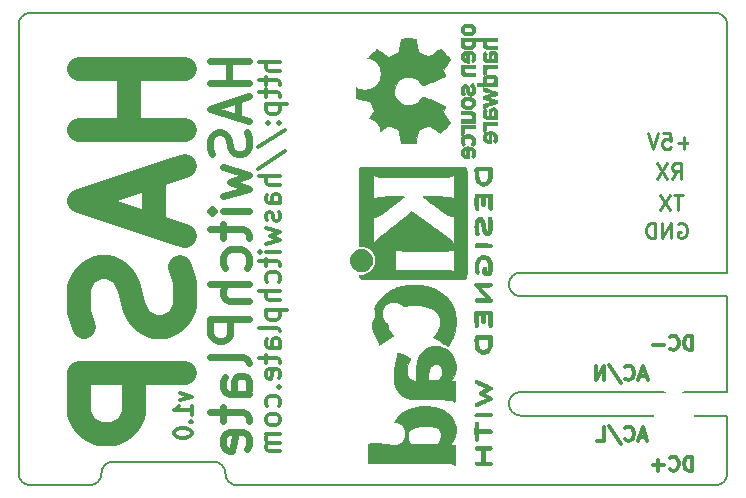
<source format=gbr>
G04 #@! TF.GenerationSoftware,KiCad,Pcbnew,(5.0.2)-1*
G04 #@! TF.CreationDate,2019-02-07T08:47:28-05:00*
G04 #@! TF.ProjectId,HASwitchPlate,48415377-6974-4636-9850-6c6174652e6b,rev?*
G04 #@! TF.SameCoordinates,Original*
G04 #@! TF.FileFunction,Legend,Bot*
G04 #@! TF.FilePolarity,Positive*
%FSLAX46Y46*%
G04 Gerber Fmt 4.6, Leading zero omitted, Abs format (unit mm)*
G04 Created by KiCad (PCBNEW (5.0.2)-1) date 2/7/2019 8:47:28 AM*
%MOMM*%
%LPD*%
G01*
G04 APERTURE LIST*
%ADD10C,0.300000*%
%ADD11C,0.150000*%
%ADD12C,2.000000*%
%ADD13C,0.600000*%
%ADD14C,0.250000*%
%ADD15C,0.010000*%
%ADD16R,1.500000X2.200000*%
%ADD17C,0.100000*%
%ADD18C,1.500000*%
%ADD19C,1.924000*%
%ADD20C,2.690000*%
%ADD21C,2.600000*%
%ADD22O,2.000000X2.000000*%
%ADD23C,2.000000*%
%ADD24C,2.150000*%
%ADD25R,2.150000X2.150000*%
%ADD26R,2.100000X2.100000*%
%ADD27O,2.100000X2.100000*%
%ADD28C,2.200000*%
%ADD29R,3.400000X3.400000*%
%ADD30C,3.400000*%
G04 APERTURE END LIST*
D10*
X153117500Y-135887000D02*
X152546071Y-135887000D01*
X153231785Y-136229857D02*
X152831785Y-135029857D01*
X152431785Y-136229857D01*
X151346071Y-136115571D02*
X151403214Y-136172714D01*
X151574642Y-136229857D01*
X151688928Y-136229857D01*
X151860357Y-136172714D01*
X151974642Y-136058428D01*
X152031785Y-135944142D01*
X152088928Y-135715571D01*
X152088928Y-135544142D01*
X152031785Y-135315571D01*
X151974642Y-135201285D01*
X151860357Y-135087000D01*
X151688928Y-135029857D01*
X151574642Y-135029857D01*
X151403214Y-135087000D01*
X151346071Y-135144142D01*
X149974642Y-134972714D02*
X151003214Y-136515571D01*
X149003214Y-136229857D02*
X149574642Y-136229857D01*
X149574642Y-135029857D01*
X157029142Y-128546357D02*
X157029142Y-127346357D01*
X156743428Y-127346357D01*
X156572000Y-127403500D01*
X156457714Y-127517785D01*
X156400571Y-127632071D01*
X156343428Y-127860642D01*
X156343428Y-128032071D01*
X156400571Y-128260642D01*
X156457714Y-128374928D01*
X156572000Y-128489214D01*
X156743428Y-128546357D01*
X157029142Y-128546357D01*
X155143428Y-128432071D02*
X155200571Y-128489214D01*
X155372000Y-128546357D01*
X155486285Y-128546357D01*
X155657714Y-128489214D01*
X155772000Y-128374928D01*
X155829142Y-128260642D01*
X155886285Y-128032071D01*
X155886285Y-127860642D01*
X155829142Y-127632071D01*
X155772000Y-127517785D01*
X155657714Y-127403500D01*
X155486285Y-127346357D01*
X155372000Y-127346357D01*
X155200571Y-127403500D01*
X155143428Y-127460642D01*
X154629142Y-128089214D02*
X153714857Y-128089214D01*
X157029142Y-138769857D02*
X157029142Y-137569857D01*
X156743428Y-137569857D01*
X156572000Y-137627000D01*
X156457714Y-137741285D01*
X156400571Y-137855571D01*
X156343428Y-138084142D01*
X156343428Y-138255571D01*
X156400571Y-138484142D01*
X156457714Y-138598428D01*
X156572000Y-138712714D01*
X156743428Y-138769857D01*
X157029142Y-138769857D01*
X155143428Y-138655571D02*
X155200571Y-138712714D01*
X155372000Y-138769857D01*
X155486285Y-138769857D01*
X155657714Y-138712714D01*
X155772000Y-138598428D01*
X155829142Y-138484142D01*
X155886285Y-138255571D01*
X155886285Y-138084142D01*
X155829142Y-137855571D01*
X155772000Y-137741285D01*
X155657714Y-137627000D01*
X155486285Y-137569857D01*
X155372000Y-137569857D01*
X155200571Y-137627000D01*
X155143428Y-137684142D01*
X154629142Y-138312714D02*
X153714857Y-138312714D01*
X154172000Y-138769857D02*
X154172000Y-137855571D01*
X153133357Y-130743500D02*
X152561928Y-130743500D01*
X153247642Y-131086357D02*
X152847642Y-129886357D01*
X152447642Y-131086357D01*
X151361928Y-130972071D02*
X151419071Y-131029214D01*
X151590500Y-131086357D01*
X151704785Y-131086357D01*
X151876214Y-131029214D01*
X151990500Y-130914928D01*
X152047642Y-130800642D01*
X152104785Y-130572071D01*
X152104785Y-130400642D01*
X152047642Y-130172071D01*
X151990500Y-130057785D01*
X151876214Y-129943500D01*
X151704785Y-129886357D01*
X151590500Y-129886357D01*
X151419071Y-129943500D01*
X151361928Y-130000642D01*
X149990500Y-129829214D02*
X151019071Y-131372071D01*
X149590500Y-131086357D02*
X149590500Y-129886357D01*
X148904785Y-131086357D01*
X148904785Y-129886357D01*
D11*
X160000000Y-101000000D02*
X160000000Y-122000000D01*
X160000000Y-132100000D02*
X160000000Y-124000000D01*
X141500000Y-123000000D02*
G75*
G03X142500000Y-124000000I1000000J0D01*
G01*
X142500000Y-122000000D02*
G75*
G03X141500000Y-123000000I0J-1000000D01*
G01*
X142500000Y-122000000D02*
X160000000Y-122000000D01*
X142500000Y-124000000D02*
X160000000Y-124000000D01*
X118500000Y-140000000D02*
X159000000Y-140000000D01*
X101000000Y-140000000D02*
X106000000Y-140000000D01*
X108000000Y-138000000D02*
X116500000Y-138000000D01*
X117500000Y-139000000D02*
G75*
G03X118500000Y-140000000I1000000J0D01*
G01*
X117500000Y-139000000D02*
G75*
G03X116500000Y-138000000I-1000000J0D01*
G01*
X107998255Y-138000002D02*
G75*
G03X107000000Y-139000000I1745J-999998D01*
G01*
X106000000Y-140000000D02*
G75*
G03X107000000Y-139000000I0J1000000D01*
G01*
X101000000Y-100000000D02*
G75*
G03X100000000Y-101000000I0J-1000000D01*
G01*
X100000000Y-139000000D02*
G75*
G03X101000000Y-140000000I1000000J0D01*
G01*
X159000000Y-140000000D02*
G75*
G03X160000000Y-139000000I0J1000000D01*
G01*
X160000000Y-101000000D02*
G75*
G03X159000000Y-100000000I-1000000J0D01*
G01*
D10*
X113648571Y-132170928D02*
X114648571Y-132492357D01*
X113648571Y-132813785D01*
X114648571Y-134035214D02*
X114648571Y-133263785D01*
X114648571Y-133649500D02*
X113148571Y-133649500D01*
X113362857Y-133520928D01*
X113505714Y-133392357D01*
X113577142Y-133263785D01*
X114505714Y-134613785D02*
X114577142Y-134678071D01*
X114648571Y-134613785D01*
X114577142Y-134549500D01*
X114505714Y-134613785D01*
X114648571Y-134613785D01*
X113148571Y-135513785D02*
X113148571Y-135642357D01*
X113220000Y-135770928D01*
X113291428Y-135835214D01*
X113434285Y-135899500D01*
X113720000Y-135963785D01*
X114077142Y-135963785D01*
X114362857Y-135899500D01*
X114505714Y-135835214D01*
X114577142Y-135770928D01*
X114648571Y-135642357D01*
X114648571Y-135513785D01*
X114577142Y-135385214D01*
X114505714Y-135320928D01*
X114362857Y-135256642D01*
X114077142Y-135192357D01*
X113720000Y-135192357D01*
X113434285Y-135256642D01*
X113291428Y-135320928D01*
X113220000Y-135385214D01*
X113148571Y-135513785D01*
X122127666Y-104137500D02*
X120377666Y-104137500D01*
X122127666Y-104887500D02*
X121211000Y-104887500D01*
X121044333Y-104804166D01*
X120961000Y-104637500D01*
X120961000Y-104387500D01*
X121044333Y-104220833D01*
X121127666Y-104137500D01*
X120961000Y-105470833D02*
X120961000Y-106137500D01*
X120377666Y-105720833D02*
X121877666Y-105720833D01*
X122044333Y-105804166D01*
X122127666Y-105970833D01*
X122127666Y-106137500D01*
X120961000Y-106470833D02*
X120961000Y-107137500D01*
X120377666Y-106720833D02*
X121877666Y-106720833D01*
X122044333Y-106804166D01*
X122127666Y-106970833D01*
X122127666Y-107137500D01*
X120961000Y-107720833D02*
X122711000Y-107720833D01*
X121044333Y-107720833D02*
X120961000Y-107887500D01*
X120961000Y-108220833D01*
X121044333Y-108387500D01*
X121127666Y-108470833D01*
X121294333Y-108554166D01*
X121794333Y-108554166D01*
X121961000Y-108470833D01*
X122044333Y-108387500D01*
X122127666Y-108220833D01*
X122127666Y-107887500D01*
X122044333Y-107720833D01*
X121961000Y-109304166D02*
X122044333Y-109387500D01*
X122127666Y-109304166D01*
X122044333Y-109220833D01*
X121961000Y-109304166D01*
X122127666Y-109304166D01*
X121044333Y-109304166D02*
X121127666Y-109387500D01*
X121211000Y-109304166D01*
X121127666Y-109220833D01*
X121044333Y-109304166D01*
X121211000Y-109304166D01*
X120294333Y-111387500D02*
X122544333Y-109887500D01*
X120294333Y-113220833D02*
X122544333Y-111720833D01*
X122127666Y-113804166D02*
X120377666Y-113804166D01*
X122127666Y-114554166D02*
X121211000Y-114554166D01*
X121044333Y-114470833D01*
X120961000Y-114304166D01*
X120961000Y-114054166D01*
X121044333Y-113887500D01*
X121127666Y-113804166D01*
X122127666Y-116137500D02*
X121211000Y-116137500D01*
X121044333Y-116054166D01*
X120961000Y-115887500D01*
X120961000Y-115554166D01*
X121044333Y-115387500D01*
X122044333Y-116137500D02*
X122127666Y-115970833D01*
X122127666Y-115554166D01*
X122044333Y-115387500D01*
X121877666Y-115304166D01*
X121711000Y-115304166D01*
X121544333Y-115387500D01*
X121461000Y-115554166D01*
X121461000Y-115970833D01*
X121377666Y-116137500D01*
X122044333Y-116887500D02*
X122127666Y-117054166D01*
X122127666Y-117387500D01*
X122044333Y-117554166D01*
X121877666Y-117637500D01*
X121794333Y-117637500D01*
X121627666Y-117554166D01*
X121544333Y-117387500D01*
X121544333Y-117137500D01*
X121461000Y-116970833D01*
X121294333Y-116887500D01*
X121211000Y-116887500D01*
X121044333Y-116970833D01*
X120961000Y-117137500D01*
X120961000Y-117387500D01*
X121044333Y-117554166D01*
X120961000Y-118220833D02*
X122127666Y-118554166D01*
X121294333Y-118887500D01*
X122127666Y-119220833D01*
X120961000Y-119554166D01*
X122127666Y-120220833D02*
X120961000Y-120220833D01*
X120377666Y-120220833D02*
X120461000Y-120137500D01*
X120544333Y-120220833D01*
X120461000Y-120304166D01*
X120377666Y-120220833D01*
X120544333Y-120220833D01*
X120961000Y-120804166D02*
X120961000Y-121470833D01*
X120377666Y-121054166D02*
X121877666Y-121054166D01*
X122044333Y-121137500D01*
X122127666Y-121304166D01*
X122127666Y-121470833D01*
X122044333Y-122804166D02*
X122127666Y-122637500D01*
X122127666Y-122304166D01*
X122044333Y-122137500D01*
X121961000Y-122054166D01*
X121794333Y-121970833D01*
X121294333Y-121970833D01*
X121127666Y-122054166D01*
X121044333Y-122137500D01*
X120961000Y-122304166D01*
X120961000Y-122637500D01*
X121044333Y-122804166D01*
X122127666Y-123554166D02*
X120377666Y-123554166D01*
X122127666Y-124304166D02*
X121211000Y-124304166D01*
X121044333Y-124220833D01*
X120961000Y-124054166D01*
X120961000Y-123804166D01*
X121044333Y-123637500D01*
X121127666Y-123554166D01*
X120961000Y-125137500D02*
X122711000Y-125137500D01*
X121044333Y-125137500D02*
X120961000Y-125304166D01*
X120961000Y-125637500D01*
X121044333Y-125804166D01*
X121127666Y-125887500D01*
X121294333Y-125970833D01*
X121794333Y-125970833D01*
X121961000Y-125887500D01*
X122044333Y-125804166D01*
X122127666Y-125637500D01*
X122127666Y-125304166D01*
X122044333Y-125137500D01*
X122127666Y-126970833D02*
X122044333Y-126804166D01*
X121877666Y-126720833D01*
X120377666Y-126720833D01*
X122127666Y-128387500D02*
X121211000Y-128387500D01*
X121044333Y-128304166D01*
X120961000Y-128137500D01*
X120961000Y-127804166D01*
X121044333Y-127637500D01*
X122044333Y-128387500D02*
X122127666Y-128220833D01*
X122127666Y-127804166D01*
X122044333Y-127637500D01*
X121877666Y-127554166D01*
X121711000Y-127554166D01*
X121544333Y-127637500D01*
X121461000Y-127804166D01*
X121461000Y-128220833D01*
X121377666Y-128387500D01*
X120961000Y-128970833D02*
X120961000Y-129637500D01*
X120377666Y-129220833D02*
X121877666Y-129220833D01*
X122044333Y-129304166D01*
X122127666Y-129470833D01*
X122127666Y-129637500D01*
X122044333Y-130887500D02*
X122127666Y-130720833D01*
X122127666Y-130387500D01*
X122044333Y-130220833D01*
X121877666Y-130137500D01*
X121211000Y-130137500D01*
X121044333Y-130220833D01*
X120961000Y-130387500D01*
X120961000Y-130720833D01*
X121044333Y-130887500D01*
X121211000Y-130970833D01*
X121377666Y-130970833D01*
X121544333Y-130137500D01*
X121961000Y-131720833D02*
X122044333Y-131804166D01*
X122127666Y-131720833D01*
X122044333Y-131637500D01*
X121961000Y-131720833D01*
X122127666Y-131720833D01*
X122044333Y-133304166D02*
X122127666Y-133137500D01*
X122127666Y-132804166D01*
X122044333Y-132637500D01*
X121961000Y-132554166D01*
X121794333Y-132470833D01*
X121294333Y-132470833D01*
X121127666Y-132554166D01*
X121044333Y-132637500D01*
X120961000Y-132804166D01*
X120961000Y-133137500D01*
X121044333Y-133304166D01*
X122127666Y-134304166D02*
X122044333Y-134137500D01*
X121961000Y-134054166D01*
X121794333Y-133970833D01*
X121294333Y-133970833D01*
X121127666Y-134054166D01*
X121044333Y-134137500D01*
X120961000Y-134304166D01*
X120961000Y-134554166D01*
X121044333Y-134720833D01*
X121127666Y-134804166D01*
X121294333Y-134887500D01*
X121794333Y-134887500D01*
X121961000Y-134804166D01*
X122044333Y-134720833D01*
X122127666Y-134554166D01*
X122127666Y-134304166D01*
X122127666Y-135637500D02*
X120961000Y-135637500D01*
X121127666Y-135637500D02*
X121044333Y-135720833D01*
X120961000Y-135887500D01*
X120961000Y-136137500D01*
X121044333Y-136304166D01*
X121211000Y-136387500D01*
X122127666Y-136387500D01*
X121211000Y-136387500D02*
X121044333Y-136470833D01*
X120961000Y-136637500D01*
X120961000Y-136887500D01*
X121044333Y-137054166D01*
X121211000Y-137137500D01*
X122127666Y-137137500D01*
D12*
X114071428Y-104785714D02*
X105071428Y-104785714D01*
X109357142Y-104785714D02*
X109357142Y-109928571D01*
X114071428Y-109928571D02*
X105071428Y-109928571D01*
X111500000Y-113785714D02*
X111500000Y-118071428D01*
X114071428Y-112928571D02*
X105071428Y-115928571D01*
X114071428Y-118928571D01*
X113642857Y-121500000D02*
X114071428Y-122785714D01*
X114071428Y-124928571D01*
X113642857Y-125785714D01*
X113214285Y-126214285D01*
X112357142Y-126642857D01*
X111500000Y-126642857D01*
X110642857Y-126214285D01*
X110214285Y-125785714D01*
X109785714Y-124928571D01*
X109357142Y-123214285D01*
X108928571Y-122357142D01*
X108500000Y-121928571D01*
X107642857Y-121500000D01*
X106785714Y-121500000D01*
X105928571Y-121928571D01*
X105500000Y-122357142D01*
X105071428Y-123214285D01*
X105071428Y-125357142D01*
X105500000Y-126642857D01*
X114071428Y-130500000D02*
X105071428Y-130500000D01*
X105071428Y-133928571D01*
X105500000Y-134785714D01*
X105928571Y-135214285D01*
X106785714Y-135642857D01*
X108071428Y-135642857D01*
X108928571Y-135214285D01*
X109357142Y-134785714D01*
X109785714Y-133928571D01*
X109785714Y-130500000D01*
D13*
X119470238Y-104095238D02*
X116220238Y-104095238D01*
X117767857Y-104095238D02*
X117767857Y-105952380D01*
X119470238Y-105952380D02*
X116220238Y-105952380D01*
X118541666Y-107345238D02*
X118541666Y-108892857D01*
X119470238Y-107035714D02*
X116220238Y-108119047D01*
X119470238Y-109202380D01*
X119315476Y-110130952D02*
X119470238Y-110595238D01*
X119470238Y-111369047D01*
X119315476Y-111678571D01*
X119160714Y-111833333D01*
X118851190Y-111988095D01*
X118541666Y-111988095D01*
X118232142Y-111833333D01*
X118077380Y-111678571D01*
X117922619Y-111369047D01*
X117767857Y-110750000D01*
X117613095Y-110440476D01*
X117458333Y-110285714D01*
X117148809Y-110130952D01*
X116839285Y-110130952D01*
X116529761Y-110285714D01*
X116375000Y-110440476D01*
X116220238Y-110750000D01*
X116220238Y-111523809D01*
X116375000Y-111988095D01*
X117303571Y-113071428D02*
X119470238Y-113690476D01*
X117922619Y-114309523D01*
X119470238Y-114928571D01*
X117303571Y-115547619D01*
X119470238Y-116785714D02*
X117303571Y-116785714D01*
X116220238Y-116785714D02*
X116375000Y-116630952D01*
X116529761Y-116785714D01*
X116375000Y-116940476D01*
X116220238Y-116785714D01*
X116529761Y-116785714D01*
X117303571Y-117869047D02*
X117303571Y-119107142D01*
X116220238Y-118333333D02*
X119005952Y-118333333D01*
X119315476Y-118488095D01*
X119470238Y-118797619D01*
X119470238Y-119107142D01*
X119315476Y-121583333D02*
X119470238Y-121273809D01*
X119470238Y-120654761D01*
X119315476Y-120345238D01*
X119160714Y-120190476D01*
X118851190Y-120035714D01*
X117922619Y-120035714D01*
X117613095Y-120190476D01*
X117458333Y-120345238D01*
X117303571Y-120654761D01*
X117303571Y-121273809D01*
X117458333Y-121583333D01*
X119470238Y-122976190D02*
X116220238Y-122976190D01*
X119470238Y-124369047D02*
X117767857Y-124369047D01*
X117458333Y-124214285D01*
X117303571Y-123904761D01*
X117303571Y-123440476D01*
X117458333Y-123130952D01*
X117613095Y-122976190D01*
X119470238Y-125916666D02*
X116220238Y-125916666D01*
X116220238Y-127154761D01*
X116375000Y-127464285D01*
X116529761Y-127619047D01*
X116839285Y-127773809D01*
X117303571Y-127773809D01*
X117613095Y-127619047D01*
X117767857Y-127464285D01*
X117922619Y-127154761D01*
X117922619Y-125916666D01*
X119470238Y-129630952D02*
X119315476Y-129321428D01*
X119005952Y-129166666D01*
X116220238Y-129166666D01*
X119470238Y-132261904D02*
X117767857Y-132261904D01*
X117458333Y-132107142D01*
X117303571Y-131797619D01*
X117303571Y-131178571D01*
X117458333Y-130869047D01*
X119315476Y-132261904D02*
X119470238Y-131952380D01*
X119470238Y-131178571D01*
X119315476Y-130869047D01*
X119005952Y-130714285D01*
X118696428Y-130714285D01*
X118386904Y-130869047D01*
X118232142Y-131178571D01*
X118232142Y-131952380D01*
X118077380Y-132261904D01*
X117303571Y-133345238D02*
X117303571Y-134583333D01*
X116220238Y-133809523D02*
X119005952Y-133809523D01*
X119315476Y-133964285D01*
X119470238Y-134273809D01*
X119470238Y-134583333D01*
X119315476Y-136904761D02*
X119470238Y-136595238D01*
X119470238Y-135976190D01*
X119315476Y-135666666D01*
X119005952Y-135511904D01*
X117767857Y-135511904D01*
X117458333Y-135666666D01*
X117303571Y-135976190D01*
X117303571Y-136595238D01*
X117458333Y-136904761D01*
X117767857Y-137059523D01*
X118077380Y-137059523D01*
X118386904Y-135511904D01*
D14*
X155854476Y-117841200D02*
X155978285Y-117779295D01*
X156164000Y-117779295D01*
X156349714Y-117841200D01*
X156473523Y-117965009D01*
X156535428Y-118088819D01*
X156597333Y-118336438D01*
X156597333Y-118522152D01*
X156535428Y-118769771D01*
X156473523Y-118893580D01*
X156349714Y-119017390D01*
X156164000Y-119079295D01*
X156040190Y-119079295D01*
X155854476Y-119017390D01*
X155792571Y-118955485D01*
X155792571Y-118522152D01*
X156040190Y-118522152D01*
X155235428Y-119079295D02*
X155235428Y-117779295D01*
X154492571Y-119079295D01*
X154492571Y-117779295D01*
X153873523Y-119079295D02*
X153873523Y-117779295D01*
X153564000Y-117779295D01*
X153378285Y-117841200D01*
X153254476Y-117965009D01*
X153192571Y-118088819D01*
X153130666Y-118336438D01*
X153130666Y-118522152D01*
X153192571Y-118769771D01*
X153254476Y-118893580D01*
X153378285Y-119017390D01*
X153564000Y-119079295D01*
X153873523Y-119079295D01*
X156210076Y-115391695D02*
X155467219Y-115391695D01*
X155838647Y-116691695D02*
X155838647Y-115391695D01*
X155157695Y-115391695D02*
X154291028Y-116691695D01*
X154291028Y-115391695D02*
X155157695Y-116691695D01*
X155334666Y-114050095D02*
X155768000Y-113431047D01*
X156077523Y-114050095D02*
X156077523Y-112750095D01*
X155582285Y-112750095D01*
X155458476Y-112812000D01*
X155396571Y-112873904D01*
X155334666Y-112997714D01*
X155334666Y-113183428D01*
X155396571Y-113307238D01*
X155458476Y-113369142D01*
X155582285Y-113431047D01*
X156077523Y-113431047D01*
X154901333Y-112750095D02*
X154034666Y-114050095D01*
X154034666Y-112750095D02*
X154901333Y-114050095D01*
X156789428Y-111014857D02*
X155798952Y-111014857D01*
X156294190Y-111510095D02*
X156294190Y-110519619D01*
X154560857Y-110210095D02*
X155179904Y-110210095D01*
X155241809Y-110829142D01*
X155179904Y-110767238D01*
X155056095Y-110705333D01*
X154746571Y-110705333D01*
X154622761Y-110767238D01*
X154560857Y-110829142D01*
X154498952Y-110952952D01*
X154498952Y-111262476D01*
X154560857Y-111386285D01*
X154622761Y-111448190D01*
X154746571Y-111510095D01*
X155056095Y-111510095D01*
X155179904Y-111448190D01*
X155241809Y-111386285D01*
X154127523Y-110210095D02*
X153694190Y-111510095D01*
X153260857Y-110210095D01*
D11*
X141500000Y-133100000D02*
G75*
G03X142500000Y-134100000I1000000J0D01*
G01*
X142500000Y-132100000D02*
G75*
G03X141500000Y-133100000I0J-1000000D01*
G01*
X160000000Y-134100000D02*
X160000000Y-139000000D01*
X142500000Y-134100000D02*
X160000000Y-134100000D01*
X142500000Y-132100000D02*
X160000000Y-132100000D01*
X101000000Y-100000000D02*
X159000000Y-100000000D01*
X100000000Y-101000000D02*
X100000000Y-139000000D01*
D15*
G04 #@! TO.C,REF\002A\002A*
G36*
X128062594Y-121087620D02*
X128111286Y-121281030D01*
X128197332Y-121454971D01*
X128317421Y-121605260D01*
X128468243Y-121727716D01*
X128646486Y-121818155D01*
X128839967Y-121870914D01*
X129035364Y-121882668D01*
X129223920Y-121852827D01*
X129400419Y-121785126D01*
X129559645Y-121683297D01*
X129696385Y-121551075D01*
X129805422Y-121392192D01*
X129881540Y-121210383D01*
X129906498Y-121107394D01*
X129921608Y-121018001D01*
X129927579Y-120949091D01*
X129923913Y-120882876D01*
X129910113Y-120801566D01*
X129896100Y-120735078D01*
X129832800Y-120547412D01*
X129730096Y-120379319D01*
X129591102Y-120234584D01*
X129418935Y-120116993D01*
X129364214Y-120088971D01*
X129291155Y-120055949D01*
X129229803Y-120035240D01*
X129165252Y-120024059D01*
X129082599Y-120019620D01*
X128990018Y-120019061D01*
X128820549Y-120027271D01*
X128681373Y-120054221D01*
X128559582Y-120104826D01*
X128442272Y-120183998D01*
X128353349Y-120261438D01*
X128221125Y-120405864D01*
X128129855Y-120556721D01*
X128075208Y-120722962D01*
X128054567Y-120878922D01*
X128062594Y-121087620D01*
X128062594Y-121087620D01*
G37*
X128062594Y-121087620D02*
X128111286Y-121281030D01*
X128197332Y-121454971D01*
X128317421Y-121605260D01*
X128468243Y-121727716D01*
X128646486Y-121818155D01*
X128839967Y-121870914D01*
X129035364Y-121882668D01*
X129223920Y-121852827D01*
X129400419Y-121785126D01*
X129559645Y-121683297D01*
X129696385Y-121551075D01*
X129805422Y-121392192D01*
X129881540Y-121210383D01*
X129906498Y-121107394D01*
X129921608Y-121018001D01*
X129927579Y-120949091D01*
X129923913Y-120882876D01*
X129910113Y-120801566D01*
X129896100Y-120735078D01*
X129832800Y-120547412D01*
X129730096Y-120379319D01*
X129591102Y-120234584D01*
X129418935Y-120116993D01*
X129364214Y-120088971D01*
X129291155Y-120055949D01*
X129229803Y-120035240D01*
X129165252Y-120024059D01*
X129082599Y-120019620D01*
X128990018Y-120019061D01*
X128820549Y-120027271D01*
X128681373Y-120054221D01*
X128559582Y-120104826D01*
X128442272Y-120183998D01*
X128353349Y-120261438D01*
X128221125Y-120405864D01*
X128129855Y-120556721D01*
X128075208Y-120722962D01*
X128054567Y-120878922D01*
X128062594Y-121087620D01*
G36*
X132975777Y-138082251D02*
X133446705Y-138082290D01*
X133874488Y-138082342D01*
X134261338Y-138082488D01*
X134609466Y-138082805D01*
X134921085Y-138083371D01*
X135198406Y-138084265D01*
X135443640Y-138085565D01*
X135659001Y-138087349D01*
X135846700Y-138089697D01*
X136008948Y-138092685D01*
X136147957Y-138096393D01*
X136265940Y-138100899D01*
X136365109Y-138106282D01*
X136447674Y-138112619D01*
X136515848Y-138119988D01*
X136571843Y-138128470D01*
X136617870Y-138138141D01*
X136656143Y-138149079D01*
X136688871Y-138161365D01*
X136718268Y-138175075D01*
X136746544Y-138190288D01*
X136775913Y-138207083D01*
X136794207Y-138217516D01*
X136916179Y-138286352D01*
X136916179Y-136562393D01*
X136723411Y-136562393D01*
X136636296Y-136560923D01*
X136569671Y-136557002D01*
X136533950Y-136551359D01*
X136530643Y-136548864D01*
X136544472Y-136525918D01*
X136580317Y-136480286D01*
X136619239Y-136434684D01*
X136701072Y-136325027D01*
X136783445Y-136185450D01*
X136858791Y-136030659D01*
X136919543Y-135875360D01*
X136938926Y-135813380D01*
X136968188Y-135675773D01*
X136988199Y-135509331D01*
X136998331Y-135329746D01*
X136997956Y-135152713D01*
X136986445Y-134993925D01*
X136974777Y-134918197D01*
X136898314Y-134640770D01*
X136782351Y-134385031D01*
X136627942Y-134152355D01*
X136436144Y-133944119D01*
X136208012Y-133761701D01*
X135985426Y-133627501D01*
X135750872Y-133517276D01*
X135511108Y-133432900D01*
X135257996Y-133372639D01*
X134983398Y-133334759D01*
X134679174Y-133317526D01*
X134523589Y-133316066D01*
X134409527Y-133320274D01*
X134409527Y-134985909D01*
X134596495Y-134986327D01*
X134772658Y-134992179D01*
X134927506Y-135003554D01*
X135050527Y-135020540D01*
X135075319Y-135025730D01*
X135290843Y-135089616D01*
X135465670Y-135173306D01*
X135600237Y-135277498D01*
X135694983Y-135402891D01*
X135750350Y-135550185D01*
X135766774Y-135720077D01*
X135744695Y-135913267D01*
X135713111Y-136040786D01*
X135676569Y-136139511D01*
X135624642Y-136248252D01*
X135577026Y-136329938D01*
X135483877Y-136471679D01*
X133173225Y-136471679D01*
X133085701Y-136336262D01*
X133003490Y-136178510D01*
X132949951Y-136009387D01*
X132925996Y-135838379D01*
X132932539Y-135674971D01*
X132970493Y-135528647D01*
X133001770Y-135464454D01*
X133088148Y-135348088D01*
X133202199Y-135249736D01*
X133348092Y-135167060D01*
X133529992Y-135097721D01*
X133752069Y-135039380D01*
X133763857Y-135036806D01*
X133888921Y-135016374D01*
X134045229Y-135001021D01*
X134222268Y-134990837D01*
X134409527Y-134985909D01*
X134409527Y-133320274D01*
X134096058Y-133331839D01*
X133702637Y-133375924D01*
X133343587Y-133448214D01*
X133019170Y-133548606D01*
X132729646Y-133676995D01*
X132475276Y-133833278D01*
X132256321Y-134017350D01*
X132073042Y-134229107D01*
X132010864Y-134319839D01*
X131898068Y-134522638D01*
X131818492Y-134730141D01*
X131769957Y-134951300D01*
X131750280Y-135195066D01*
X131752380Y-135380903D01*
X131774410Y-135641369D01*
X131818236Y-135867562D01*
X131885872Y-136066027D01*
X131979331Y-136243306D01*
X132048060Y-136341473D01*
X132092085Y-136400468D01*
X132122160Y-136444043D01*
X132131000Y-136460536D01*
X132109245Y-136463780D01*
X132047665Y-136466373D01*
X131951788Y-136468340D01*
X131827141Y-136469705D01*
X131679250Y-136470495D01*
X131513644Y-136470735D01*
X131335849Y-136470450D01*
X131151393Y-136469665D01*
X130965803Y-136468406D01*
X130784606Y-136466698D01*
X130613330Y-136464567D01*
X130457501Y-136462037D01*
X130322648Y-136459135D01*
X130214297Y-136455886D01*
X130137975Y-136452315D01*
X130123946Y-136451327D01*
X129982486Y-136436105D01*
X129871696Y-136412879D01*
X129777032Y-136377243D01*
X129683952Y-136324791D01*
X129664705Y-136312201D01*
X129591000Y-136263118D01*
X129591000Y-138081857D01*
X132975777Y-138082251D01*
X132975777Y-138082251D01*
G37*
X132975777Y-138082251D02*
X133446705Y-138082290D01*
X133874488Y-138082342D01*
X134261338Y-138082488D01*
X134609466Y-138082805D01*
X134921085Y-138083371D01*
X135198406Y-138084265D01*
X135443640Y-138085565D01*
X135659001Y-138087349D01*
X135846700Y-138089697D01*
X136008948Y-138092685D01*
X136147957Y-138096393D01*
X136265940Y-138100899D01*
X136365109Y-138106282D01*
X136447674Y-138112619D01*
X136515848Y-138119988D01*
X136571843Y-138128470D01*
X136617870Y-138138141D01*
X136656143Y-138149079D01*
X136688871Y-138161365D01*
X136718268Y-138175075D01*
X136746544Y-138190288D01*
X136775913Y-138207083D01*
X136794207Y-138217516D01*
X136916179Y-138286352D01*
X136916179Y-136562393D01*
X136723411Y-136562393D01*
X136636296Y-136560923D01*
X136569671Y-136557002D01*
X136533950Y-136551359D01*
X136530643Y-136548864D01*
X136544472Y-136525918D01*
X136580317Y-136480286D01*
X136619239Y-136434684D01*
X136701072Y-136325027D01*
X136783445Y-136185450D01*
X136858791Y-136030659D01*
X136919543Y-135875360D01*
X136938926Y-135813380D01*
X136968188Y-135675773D01*
X136988199Y-135509331D01*
X136998331Y-135329746D01*
X136997956Y-135152713D01*
X136986445Y-134993925D01*
X136974777Y-134918197D01*
X136898314Y-134640770D01*
X136782351Y-134385031D01*
X136627942Y-134152355D01*
X136436144Y-133944119D01*
X136208012Y-133761701D01*
X135985426Y-133627501D01*
X135750872Y-133517276D01*
X135511108Y-133432900D01*
X135257996Y-133372639D01*
X134983398Y-133334759D01*
X134679174Y-133317526D01*
X134523589Y-133316066D01*
X134409527Y-133320274D01*
X134409527Y-134985909D01*
X134596495Y-134986327D01*
X134772658Y-134992179D01*
X134927506Y-135003554D01*
X135050527Y-135020540D01*
X135075319Y-135025730D01*
X135290843Y-135089616D01*
X135465670Y-135173306D01*
X135600237Y-135277498D01*
X135694983Y-135402891D01*
X135750350Y-135550185D01*
X135766774Y-135720077D01*
X135744695Y-135913267D01*
X135713111Y-136040786D01*
X135676569Y-136139511D01*
X135624642Y-136248252D01*
X135577026Y-136329938D01*
X135483877Y-136471679D01*
X133173225Y-136471679D01*
X133085701Y-136336262D01*
X133003490Y-136178510D01*
X132949951Y-136009387D01*
X132925996Y-135838379D01*
X132932539Y-135674971D01*
X132970493Y-135528647D01*
X133001770Y-135464454D01*
X133088148Y-135348088D01*
X133202199Y-135249736D01*
X133348092Y-135167060D01*
X133529992Y-135097721D01*
X133752069Y-135039380D01*
X133763857Y-135036806D01*
X133888921Y-135016374D01*
X134045229Y-135001021D01*
X134222268Y-134990837D01*
X134409527Y-134985909D01*
X134409527Y-133320274D01*
X134096058Y-133331839D01*
X133702637Y-133375924D01*
X133343587Y-133448214D01*
X133019170Y-133548606D01*
X132729646Y-133676995D01*
X132475276Y-133833278D01*
X132256321Y-134017350D01*
X132073042Y-134229107D01*
X132010864Y-134319839D01*
X131898068Y-134522638D01*
X131818492Y-134730141D01*
X131769957Y-134951300D01*
X131750280Y-135195066D01*
X131752380Y-135380903D01*
X131774410Y-135641369D01*
X131818236Y-135867562D01*
X131885872Y-136066027D01*
X131979331Y-136243306D01*
X132048060Y-136341473D01*
X132092085Y-136400468D01*
X132122160Y-136444043D01*
X132131000Y-136460536D01*
X132109245Y-136463780D01*
X132047665Y-136466373D01*
X131951788Y-136468340D01*
X131827141Y-136469705D01*
X131679250Y-136470495D01*
X131513644Y-136470735D01*
X131335849Y-136470450D01*
X131151393Y-136469665D01*
X130965803Y-136468406D01*
X130784606Y-136466698D01*
X130613330Y-136464567D01*
X130457501Y-136462037D01*
X130322648Y-136459135D01*
X130214297Y-136455886D01*
X130137975Y-136452315D01*
X130123946Y-136451327D01*
X129982486Y-136436105D01*
X129871696Y-136412879D01*
X129777032Y-136377243D01*
X129683952Y-136324791D01*
X129664705Y-136312201D01*
X129591000Y-136263118D01*
X129591000Y-138081857D01*
X132975777Y-138082251D01*
G36*
X131758984Y-131025019D02*
X131799192Y-131330212D01*
X131866762Y-131601948D01*
X131962233Y-131841981D01*
X132086143Y-132052066D01*
X132213831Y-132207978D01*
X132362761Y-132346274D01*
X132523017Y-132454236D01*
X132708281Y-132540427D01*
X132794805Y-132571514D01*
X132873115Y-132597347D01*
X132945732Y-132619851D01*
X133016336Y-132639286D01*
X133088610Y-132655912D01*
X133166234Y-132669989D01*
X133252890Y-132681779D01*
X133352259Y-132691540D01*
X133468022Y-132699535D01*
X133603861Y-132706022D01*
X133763457Y-132711264D01*
X133950491Y-132715519D01*
X134168644Y-132719048D01*
X134421598Y-132722112D01*
X134713033Y-132724972D01*
X134999839Y-132727487D01*
X135313615Y-132730152D01*
X135585364Y-132732574D01*
X135818413Y-132735004D01*
X136016090Y-132737695D01*
X136181722Y-132740899D01*
X136318636Y-132744866D01*
X136430160Y-132749851D01*
X136519622Y-132756103D01*
X136590348Y-132763876D01*
X136645666Y-132773420D01*
X136688903Y-132784989D01*
X136723388Y-132798834D01*
X136752446Y-132815207D01*
X136779406Y-132834359D01*
X136807594Y-132856543D01*
X136818509Y-132865183D01*
X136864390Y-132896963D01*
X136895635Y-132911098D01*
X136896558Y-132911143D01*
X136900975Y-132889292D01*
X136905045Y-132827044D01*
X136908652Y-132729361D01*
X136911683Y-132601204D01*
X136914023Y-132447532D01*
X136915558Y-132273307D01*
X136916172Y-132083490D01*
X136916179Y-132061580D01*
X136916179Y-131212016D01*
X136723188Y-131205464D01*
X136530197Y-131198911D01*
X136632627Y-131074179D01*
X136768257Y-130878650D01*
X136878129Y-130657866D01*
X136938857Y-130484165D01*
X136968365Y-130345407D01*
X136988440Y-130177958D01*
X136998458Y-129997624D01*
X136997790Y-129820207D01*
X136985812Y-129661513D01*
X136974334Y-129588732D01*
X136898272Y-129307445D01*
X136788096Y-129053465D01*
X136645446Y-128828629D01*
X136471962Y-128634774D01*
X136269284Y-128473734D01*
X136039054Y-128347346D01*
X135785745Y-128258199D01*
X135672073Y-128233420D01*
X135547119Y-128218133D01*
X135396774Y-128210843D01*
X135328679Y-128209849D01*
X135322280Y-128209980D01*
X135322280Y-129736641D01*
X135473053Y-129755312D01*
X135601277Y-129811937D01*
X135713050Y-129909307D01*
X135721914Y-129919466D01*
X135791879Y-130016486D01*
X135837244Y-130120365D01*
X135861192Y-130242371D01*
X135866904Y-130393770D01*
X135866090Y-130430147D01*
X135860761Y-130538264D01*
X135849880Y-130618681D01*
X135829462Y-130689027D01*
X135795520Y-130766931D01*
X135785117Y-130788310D01*
X135713141Y-130910154D01*
X135627496Y-131004209D01*
X135596884Y-131029797D01*
X135483356Y-131119536D01*
X135089855Y-131119536D01*
X134931860Y-131118460D01*
X134815441Y-131115065D01*
X134736865Y-131109102D01*
X134692399Y-131100321D01*
X134679408Y-131092115D01*
X134673052Y-131060122D01*
X134667784Y-130992254D01*
X134664101Y-130897987D01*
X134662499Y-130786800D01*
X134662469Y-130768945D01*
X134673023Y-130526316D01*
X134705502Y-130320059D01*
X134761145Y-130146179D01*
X134841195Y-130000681D01*
X134935514Y-129890331D01*
X135051804Y-129800839D01*
X135178463Y-129751170D01*
X135322280Y-129736641D01*
X135322280Y-128209980D01*
X135140331Y-128213733D01*
X134981828Y-128230496D01*
X134838747Y-128263133D01*
X134696665Y-128314635D01*
X134591454Y-128362842D01*
X134400009Y-128480603D01*
X134223171Y-128637494D01*
X134064160Y-128828741D01*
X133926192Y-129049569D01*
X133812488Y-129295205D01*
X133726265Y-129560874D01*
X133696253Y-129690786D01*
X133651846Y-129964365D01*
X133622549Y-130262582D01*
X133609731Y-130566846D01*
X133613010Y-130821093D01*
X133626629Y-131146312D01*
X133508145Y-131131406D01*
X133308953Y-131092648D01*
X133146792Y-131030103D01*
X133020418Y-130942041D01*
X132928590Y-130826732D01*
X132870063Y-130682446D01*
X132843594Y-130507453D01*
X132847941Y-130300022D01*
X132855979Y-130223732D01*
X132906539Y-129940091D01*
X132988974Y-129665243D01*
X133065316Y-129475340D01*
X133104238Y-129384617D01*
X133135518Y-129307409D01*
X133154893Y-129254471D01*
X133159007Y-129239026D01*
X133140769Y-129219450D01*
X133082571Y-129185864D01*
X132983757Y-129137950D01*
X132843669Y-129075393D01*
X132661649Y-128997877D01*
X132629929Y-128984623D01*
X132484649Y-128924242D01*
X132353371Y-128870042D01*
X132241837Y-128824364D01*
X132155787Y-128789548D01*
X132100961Y-128767936D01*
X132083204Y-128761695D01*
X132073652Y-128781782D01*
X132063051Y-128834570D01*
X132055659Y-128891366D01*
X132046103Y-128951950D01*
X132027128Y-129047951D01*
X132000594Y-129170856D01*
X131968361Y-129312150D01*
X131932289Y-129463320D01*
X131918182Y-129520697D01*
X131866777Y-129731757D01*
X131826473Y-129907867D01*
X131795982Y-130057709D01*
X131774016Y-130189967D01*
X131759289Y-130313324D01*
X131750511Y-130436460D01*
X131746397Y-130568061D01*
X131745598Y-130684614D01*
X131758984Y-131025019D01*
X131758984Y-131025019D01*
G37*
X131758984Y-131025019D02*
X131799192Y-131330212D01*
X131866762Y-131601948D01*
X131962233Y-131841981D01*
X132086143Y-132052066D01*
X132213831Y-132207978D01*
X132362761Y-132346274D01*
X132523017Y-132454236D01*
X132708281Y-132540427D01*
X132794805Y-132571514D01*
X132873115Y-132597347D01*
X132945732Y-132619851D01*
X133016336Y-132639286D01*
X133088610Y-132655912D01*
X133166234Y-132669989D01*
X133252890Y-132681779D01*
X133352259Y-132691540D01*
X133468022Y-132699535D01*
X133603861Y-132706022D01*
X133763457Y-132711264D01*
X133950491Y-132715519D01*
X134168644Y-132719048D01*
X134421598Y-132722112D01*
X134713033Y-132724972D01*
X134999839Y-132727487D01*
X135313615Y-132730152D01*
X135585364Y-132732574D01*
X135818413Y-132735004D01*
X136016090Y-132737695D01*
X136181722Y-132740899D01*
X136318636Y-132744866D01*
X136430160Y-132749851D01*
X136519622Y-132756103D01*
X136590348Y-132763876D01*
X136645666Y-132773420D01*
X136688903Y-132784989D01*
X136723388Y-132798834D01*
X136752446Y-132815207D01*
X136779406Y-132834359D01*
X136807594Y-132856543D01*
X136818509Y-132865183D01*
X136864390Y-132896963D01*
X136895635Y-132911098D01*
X136896558Y-132911143D01*
X136900975Y-132889292D01*
X136905045Y-132827044D01*
X136908652Y-132729361D01*
X136911683Y-132601204D01*
X136914023Y-132447532D01*
X136915558Y-132273307D01*
X136916172Y-132083490D01*
X136916179Y-132061580D01*
X136916179Y-131212016D01*
X136723188Y-131205464D01*
X136530197Y-131198911D01*
X136632627Y-131074179D01*
X136768257Y-130878650D01*
X136878129Y-130657866D01*
X136938857Y-130484165D01*
X136968365Y-130345407D01*
X136988440Y-130177958D01*
X136998458Y-129997624D01*
X136997790Y-129820207D01*
X136985812Y-129661513D01*
X136974334Y-129588732D01*
X136898272Y-129307445D01*
X136788096Y-129053465D01*
X136645446Y-128828629D01*
X136471962Y-128634774D01*
X136269284Y-128473734D01*
X136039054Y-128347346D01*
X135785745Y-128258199D01*
X135672073Y-128233420D01*
X135547119Y-128218133D01*
X135396774Y-128210843D01*
X135328679Y-128209849D01*
X135322280Y-128209980D01*
X135322280Y-129736641D01*
X135473053Y-129755312D01*
X135601277Y-129811937D01*
X135713050Y-129909307D01*
X135721914Y-129919466D01*
X135791879Y-130016486D01*
X135837244Y-130120365D01*
X135861192Y-130242371D01*
X135866904Y-130393770D01*
X135866090Y-130430147D01*
X135860761Y-130538264D01*
X135849880Y-130618681D01*
X135829462Y-130689027D01*
X135795520Y-130766931D01*
X135785117Y-130788310D01*
X135713141Y-130910154D01*
X135627496Y-131004209D01*
X135596884Y-131029797D01*
X135483356Y-131119536D01*
X135089855Y-131119536D01*
X134931860Y-131118460D01*
X134815441Y-131115065D01*
X134736865Y-131109102D01*
X134692399Y-131100321D01*
X134679408Y-131092115D01*
X134673052Y-131060122D01*
X134667784Y-130992254D01*
X134664101Y-130897987D01*
X134662499Y-130786800D01*
X134662469Y-130768945D01*
X134673023Y-130526316D01*
X134705502Y-130320059D01*
X134761145Y-130146179D01*
X134841195Y-130000681D01*
X134935514Y-129890331D01*
X135051804Y-129800839D01*
X135178463Y-129751170D01*
X135322280Y-129736641D01*
X135322280Y-128209980D01*
X135140331Y-128213733D01*
X134981828Y-128230496D01*
X134838747Y-128263133D01*
X134696665Y-128314635D01*
X134591454Y-128362842D01*
X134400009Y-128480603D01*
X134223171Y-128637494D01*
X134064160Y-128828741D01*
X133926192Y-129049569D01*
X133812488Y-129295205D01*
X133726265Y-129560874D01*
X133696253Y-129690786D01*
X133651846Y-129964365D01*
X133622549Y-130262582D01*
X133609731Y-130566846D01*
X133613010Y-130821093D01*
X133626629Y-131146312D01*
X133508145Y-131131406D01*
X133308953Y-131092648D01*
X133146792Y-131030103D01*
X133020418Y-130942041D01*
X132928590Y-130826732D01*
X132870063Y-130682446D01*
X132843594Y-130507453D01*
X132847941Y-130300022D01*
X132855979Y-130223732D01*
X132906539Y-129940091D01*
X132988974Y-129665243D01*
X133065316Y-129475340D01*
X133104238Y-129384617D01*
X133135518Y-129307409D01*
X133154893Y-129254471D01*
X133159007Y-129239026D01*
X133140769Y-129219450D01*
X133082571Y-129185864D01*
X132983757Y-129137950D01*
X132843669Y-129075393D01*
X132661649Y-128997877D01*
X132629929Y-128984623D01*
X132484649Y-128924242D01*
X132353371Y-128870042D01*
X132241837Y-128824364D01*
X132155787Y-128789548D01*
X132100961Y-128767936D01*
X132083204Y-128761695D01*
X132073652Y-128781782D01*
X132063051Y-128834570D01*
X132055659Y-128891366D01*
X132046103Y-128951950D01*
X132027128Y-129047951D01*
X132000594Y-129170856D01*
X131968361Y-129312150D01*
X131932289Y-129463320D01*
X131918182Y-129520697D01*
X131866777Y-129731757D01*
X131826473Y-129907867D01*
X131795982Y-130057709D01*
X131774016Y-130189967D01*
X131759289Y-130313324D01*
X131750511Y-130436460D01*
X131746397Y-130568061D01*
X131745598Y-130684614D01*
X131758984Y-131025019D01*
G36*
X129915830Y-126313791D02*
X129958366Y-126635503D01*
X130039005Y-126964847D01*
X130158544Y-127305969D01*
X130317783Y-127663015D01*
X130328922Y-127685651D01*
X130385223Y-127801556D01*
X130433593Y-127905111D01*
X130470652Y-127988760D01*
X130493025Y-128044951D01*
X130498143Y-128064179D01*
X130508203Y-128102784D01*
X130516652Y-128112048D01*
X130537611Y-128101796D01*
X130590422Y-128069573D01*
X130669551Y-128019088D01*
X130769463Y-127954051D01*
X130884625Y-127878172D01*
X131009501Y-127795161D01*
X131138558Y-127708729D01*
X131266261Y-127622583D01*
X131387076Y-127540436D01*
X131495469Y-127465996D01*
X131585905Y-127402974D01*
X131652851Y-127355079D01*
X131690771Y-127326021D01*
X131695169Y-127322033D01*
X131685831Y-127301706D01*
X131651324Y-127256825D01*
X131598045Y-127195411D01*
X131568963Y-127163783D01*
X131417728Y-126969943D01*
X131306351Y-126755569D01*
X131235836Y-126523529D01*
X131207188Y-126276692D01*
X131209540Y-126137272D01*
X131244015Y-125893913D01*
X131316100Y-125674502D01*
X131426320Y-125478385D01*
X131575203Y-125304905D01*
X131763275Y-125153407D01*
X131991064Y-125023234D01*
X132165018Y-124948065D01*
X132437629Y-124859968D01*
X132733913Y-124795039D01*
X133046229Y-124753110D01*
X133366938Y-124734013D01*
X133688400Y-124737582D01*
X134002975Y-124763649D01*
X134303022Y-124812047D01*
X134580901Y-124882609D01*
X134828973Y-124975167D01*
X134897786Y-125007876D01*
X135126977Y-125144978D01*
X135320824Y-125306616D01*
X135477748Y-125490415D01*
X135596168Y-125694001D01*
X135674506Y-125915001D01*
X135711181Y-126151040D01*
X135713879Y-126234346D01*
X135691940Y-126478548D01*
X135626014Y-126720498D01*
X135517463Y-126957125D01*
X135367648Y-127185362D01*
X135210296Y-127368993D01*
X135120837Y-127462469D01*
X135718017Y-127826623D01*
X135867004Y-127917221D01*
X136004039Y-128000065D01*
X136124199Y-128072218D01*
X136222558Y-128130741D01*
X136294194Y-128172695D01*
X136334182Y-128195142D01*
X136340399Y-128198059D01*
X136359764Y-128181527D01*
X136394479Y-128130141D01*
X136441256Y-128050398D01*
X136496805Y-127948794D01*
X136557839Y-127831828D01*
X136621070Y-127705996D01*
X136683209Y-127577794D01*
X136740968Y-127453720D01*
X136791060Y-127340271D01*
X136830196Y-127243944D01*
X136847130Y-127196830D01*
X136923097Y-126928105D01*
X136973326Y-126651086D01*
X136999450Y-126354357D01*
X137004127Y-126099648D01*
X137001928Y-125963130D01*
X136997714Y-125831342D01*
X136992005Y-125715969D01*
X136985320Y-125628695D01*
X136981938Y-125600359D01*
X136924010Y-125321088D01*
X136833368Y-125036771D01*
X136715408Y-124760579D01*
X136575527Y-124505686D01*
X136469697Y-124349982D01*
X136252328Y-124094030D01*
X135998063Y-123856368D01*
X135713187Y-123641399D01*
X135403982Y-123453525D01*
X135076731Y-123297147D01*
X134841089Y-123209046D01*
X134472195Y-123108102D01*
X134081364Y-123040806D01*
X133677055Y-123007135D01*
X133267722Y-123007069D01*
X132861823Y-123040588D01*
X132467814Y-123107669D01*
X132094152Y-123208292D01*
X132070872Y-123215959D01*
X131745318Y-123342287D01*
X131448163Y-123496467D01*
X131170996Y-123683728D01*
X130905408Y-123909301D01*
X130814479Y-123997423D01*
X130565489Y-124270923D01*
X130359489Y-124552085D01*
X130194237Y-124845227D01*
X130067490Y-125154665D01*
X129977005Y-125484713D01*
X129941869Y-125676679D01*
X129910597Y-125995565D01*
X129915830Y-126313791D01*
X129915830Y-126313791D01*
G37*
X129915830Y-126313791D02*
X129958366Y-126635503D01*
X130039005Y-126964847D01*
X130158544Y-127305969D01*
X130317783Y-127663015D01*
X130328922Y-127685651D01*
X130385223Y-127801556D01*
X130433593Y-127905111D01*
X130470652Y-127988760D01*
X130493025Y-128044951D01*
X130498143Y-128064179D01*
X130508203Y-128102784D01*
X130516652Y-128112048D01*
X130537611Y-128101796D01*
X130590422Y-128069573D01*
X130669551Y-128019088D01*
X130769463Y-127954051D01*
X130884625Y-127878172D01*
X131009501Y-127795161D01*
X131138558Y-127708729D01*
X131266261Y-127622583D01*
X131387076Y-127540436D01*
X131495469Y-127465996D01*
X131585905Y-127402974D01*
X131652851Y-127355079D01*
X131690771Y-127326021D01*
X131695169Y-127322033D01*
X131685831Y-127301706D01*
X131651324Y-127256825D01*
X131598045Y-127195411D01*
X131568963Y-127163783D01*
X131417728Y-126969943D01*
X131306351Y-126755569D01*
X131235836Y-126523529D01*
X131207188Y-126276692D01*
X131209540Y-126137272D01*
X131244015Y-125893913D01*
X131316100Y-125674502D01*
X131426320Y-125478385D01*
X131575203Y-125304905D01*
X131763275Y-125153407D01*
X131991064Y-125023234D01*
X132165018Y-124948065D01*
X132437629Y-124859968D01*
X132733913Y-124795039D01*
X133046229Y-124753110D01*
X133366938Y-124734013D01*
X133688400Y-124737582D01*
X134002975Y-124763649D01*
X134303022Y-124812047D01*
X134580901Y-124882609D01*
X134828973Y-124975167D01*
X134897786Y-125007876D01*
X135126977Y-125144978D01*
X135320824Y-125306616D01*
X135477748Y-125490415D01*
X135596168Y-125694001D01*
X135674506Y-125915001D01*
X135711181Y-126151040D01*
X135713879Y-126234346D01*
X135691940Y-126478548D01*
X135626014Y-126720498D01*
X135517463Y-126957125D01*
X135367648Y-127185362D01*
X135210296Y-127368993D01*
X135120837Y-127462469D01*
X135718017Y-127826623D01*
X135867004Y-127917221D01*
X136004039Y-128000065D01*
X136124199Y-128072218D01*
X136222558Y-128130741D01*
X136294194Y-128172695D01*
X136334182Y-128195142D01*
X136340399Y-128198059D01*
X136359764Y-128181527D01*
X136394479Y-128130141D01*
X136441256Y-128050398D01*
X136496805Y-127948794D01*
X136557839Y-127831828D01*
X136621070Y-127705996D01*
X136683209Y-127577794D01*
X136740968Y-127453720D01*
X136791060Y-127340271D01*
X136830196Y-127243944D01*
X136847130Y-127196830D01*
X136923097Y-126928105D01*
X136973326Y-126651086D01*
X136999450Y-126354357D01*
X137004127Y-126099648D01*
X137001928Y-125963130D01*
X136997714Y-125831342D01*
X136992005Y-125715969D01*
X136985320Y-125628695D01*
X136981938Y-125600359D01*
X136924010Y-125321088D01*
X136833368Y-125036771D01*
X136715408Y-124760579D01*
X136575527Y-124505686D01*
X136469697Y-124349982D01*
X136252328Y-124094030D01*
X135998063Y-123856368D01*
X135713187Y-123641399D01*
X135403982Y-123453525D01*
X135076731Y-123297147D01*
X134841089Y-123209046D01*
X134472195Y-123108102D01*
X134081364Y-123040806D01*
X133677055Y-123007135D01*
X133267722Y-123007069D01*
X132861823Y-123040588D01*
X132467814Y-123107669D01*
X132094152Y-123208292D01*
X132070872Y-123215959D01*
X131745318Y-123342287D01*
X131448163Y-123496467D01*
X131170996Y-123683728D01*
X130905408Y-123909301D01*
X130814479Y-123997423D01*
X130565489Y-124270923D01*
X130359489Y-124552085D01*
X130194237Y-124845227D01*
X130067490Y-125154665D01*
X129977005Y-125484713D01*
X129941869Y-125676679D01*
X129910597Y-125995565D01*
X129915830Y-126313791D01*
G36*
X128991689Y-119734893D02*
X129220585Y-119756720D01*
X129436791Y-119820237D01*
X129635673Y-119922497D01*
X129812597Y-120060554D01*
X129962929Y-120231462D01*
X130079181Y-120426302D01*
X130158777Y-120639788D01*
X130196080Y-120854771D01*
X130193791Y-121067014D01*
X130154609Y-121272276D01*
X130081234Y-121466320D01*
X129976368Y-121644907D01*
X129842708Y-121803796D01*
X129682957Y-121938750D01*
X129499814Y-122045529D01*
X129295978Y-122119895D01*
X129074151Y-122157608D01*
X128973914Y-122161500D01*
X128797250Y-122161500D01*
X128797250Y-122265822D01*
X128802965Y-122338761D01*
X128826669Y-122392796D01*
X128874357Y-122447250D01*
X128951464Y-122524357D01*
X133354173Y-122524357D01*
X133880789Y-122524339D01*
X134363939Y-122524274D01*
X134805515Y-122524146D01*
X135207409Y-122523938D01*
X135571512Y-122523634D01*
X135899715Y-122523217D01*
X136193911Y-122522672D01*
X136455990Y-122521981D01*
X136687845Y-122521128D01*
X136891366Y-122520098D01*
X137068446Y-122518873D01*
X137220976Y-122517437D01*
X137350847Y-122515774D01*
X137459951Y-122513867D01*
X137550179Y-122511701D01*
X137623424Y-122509258D01*
X137681576Y-122506522D01*
X137726528Y-122503477D01*
X137760170Y-122500107D01*
X137784395Y-122496394D01*
X137801093Y-122492324D01*
X137812157Y-122487878D01*
X137815874Y-122485704D01*
X137829960Y-122477341D01*
X137842911Y-122470240D01*
X137854772Y-122462547D01*
X137865593Y-122452407D01*
X137875420Y-122437966D01*
X137884300Y-122417369D01*
X137892282Y-122388761D01*
X137899412Y-122350289D01*
X137905738Y-122300097D01*
X137911308Y-122236331D01*
X137916168Y-122157136D01*
X137920366Y-122060658D01*
X137923950Y-121945042D01*
X137926968Y-121808435D01*
X137929465Y-121648980D01*
X137931490Y-121464825D01*
X137933091Y-121254114D01*
X137934314Y-121014992D01*
X137935208Y-120745605D01*
X137935819Y-120444100D01*
X137936194Y-120108620D01*
X137936383Y-119737312D01*
X137936431Y-119328321D01*
X137936386Y-118879792D01*
X137936295Y-118389872D01*
X137936207Y-117856705D01*
X137936198Y-117779595D01*
X137936111Y-117243255D01*
X137935969Y-116750425D01*
X137935758Y-116299258D01*
X137935462Y-115887907D01*
X137935067Y-115514524D01*
X137934559Y-115177262D01*
X137933924Y-114874275D01*
X137933146Y-114603714D01*
X137932211Y-114363733D01*
X137931105Y-114152485D01*
X137929813Y-113968122D01*
X137928320Y-113808798D01*
X137926613Y-113672665D01*
X137924676Y-113557875D01*
X137922496Y-113462583D01*
X137920057Y-113384940D01*
X137917345Y-113323100D01*
X137914346Y-113275215D01*
X137911045Y-113239438D01*
X137907427Y-113213922D01*
X137903479Y-113196819D01*
X137900127Y-113188065D01*
X137892954Y-113171065D01*
X137887659Y-113155458D01*
X137882362Y-113141184D01*
X137875188Y-113128184D01*
X137864256Y-113116400D01*
X137847691Y-113105772D01*
X137823614Y-113096241D01*
X137790147Y-113087747D01*
X137745413Y-113080231D01*
X137687533Y-113073634D01*
X137614631Y-113067896D01*
X137524828Y-113062960D01*
X137416246Y-113058764D01*
X137287007Y-113055250D01*
X137135235Y-113052359D01*
X136959050Y-113050032D01*
X136756576Y-113048209D01*
X136525935Y-113046830D01*
X136265248Y-113045838D01*
X135972638Y-113045172D01*
X135646227Y-113044773D01*
X135284138Y-113044583D01*
X134884492Y-113044541D01*
X134445412Y-113044588D01*
X133965020Y-113044666D01*
X133441438Y-113044714D01*
X133356759Y-113044715D01*
X132828618Y-113044687D01*
X132343943Y-113044637D01*
X131900841Y-113044615D01*
X131497421Y-113044674D01*
X131131791Y-113044864D01*
X130802060Y-113045237D01*
X130506334Y-113045846D01*
X130242724Y-113046740D01*
X130021893Y-113047904D01*
X130021893Y-113656284D01*
X130138098Y-113736219D01*
X130169775Y-113758660D01*
X130197823Y-113778891D01*
X130224628Y-113797027D01*
X130252571Y-113813180D01*
X130284036Y-113827466D01*
X130321406Y-113839999D01*
X130367066Y-113850893D01*
X130423399Y-113860261D01*
X130492787Y-113868218D01*
X130577614Y-113874878D01*
X130680264Y-113880356D01*
X130803120Y-113884764D01*
X130948566Y-113888218D01*
X131118984Y-113890832D01*
X131316759Y-113892719D01*
X131544274Y-113893994D01*
X131803911Y-113894770D01*
X132098055Y-113895163D01*
X132429090Y-113895286D01*
X132799397Y-113895253D01*
X133211361Y-113895178D01*
X133457696Y-113895161D01*
X133893532Y-113895209D01*
X134286396Y-113895277D01*
X134638675Y-113895253D01*
X134952756Y-113895023D01*
X135231025Y-113894475D01*
X135475867Y-113893496D01*
X135689669Y-113891972D01*
X135874817Y-113889791D01*
X136033696Y-113886840D01*
X136168694Y-113883006D01*
X136282196Y-113878175D01*
X136376588Y-113872235D01*
X136454257Y-113865074D01*
X136517588Y-113856577D01*
X136568968Y-113846632D01*
X136610783Y-113835127D01*
X136645418Y-113821947D01*
X136675261Y-113806981D01*
X136702696Y-113790115D01*
X136730111Y-113771236D01*
X136759891Y-113750232D01*
X136777752Y-113737996D01*
X136893500Y-113660103D01*
X136893500Y-114727977D01*
X136893430Y-114975575D01*
X136893128Y-115181482D01*
X136892452Y-115349363D01*
X136891261Y-115482884D01*
X136889415Y-115585710D01*
X136886772Y-115661508D01*
X136883193Y-115713943D01*
X136878535Y-115746680D01*
X136872659Y-115763386D01*
X136865423Y-115767725D01*
X136856686Y-115763364D01*
X136853812Y-115760961D01*
X136779339Y-115710437D01*
X136673265Y-115658410D01*
X136548708Y-115610981D01*
X136495646Y-115594369D01*
X136459603Y-115585094D01*
X136417293Y-115577256D01*
X136364526Y-115570690D01*
X136297113Y-115565231D01*
X136210863Y-115560712D01*
X136101588Y-115556970D01*
X135965098Y-115553839D01*
X135797203Y-115551155D01*
X135593714Y-115548751D01*
X135350441Y-115546463D01*
X135260643Y-115545705D01*
X135009223Y-115543663D01*
X134799557Y-115542139D01*
X134628046Y-115541250D01*
X134491088Y-115541114D01*
X134385082Y-115541848D01*
X134306429Y-115543570D01*
X134251527Y-115546396D01*
X134216776Y-115550445D01*
X134198575Y-115555834D01*
X134193323Y-115562679D01*
X134197420Y-115571099D01*
X134206089Y-115580087D01*
X134232075Y-115600889D01*
X134290483Y-115645202D01*
X134377033Y-115709891D01*
X134487443Y-115791821D01*
X134617430Y-115887856D01*
X134762714Y-115994861D01*
X134919013Y-116109701D01*
X135082045Y-116229240D01*
X135247529Y-116350342D01*
X135411183Y-116469873D01*
X135568725Y-116584696D01*
X135715874Y-116691678D01*
X135848349Y-116787682D01*
X135961866Y-116869572D01*
X136052146Y-116934214D01*
X136114907Y-116978472D01*
X136128231Y-116987649D01*
X136202366Y-117033697D01*
X136298774Y-117087553D01*
X136398292Y-117138577D01*
X136411713Y-117145047D01*
X136508534Y-117188596D01*
X136583992Y-117213881D01*
X136655963Y-117225392D01*
X136740420Y-117227638D01*
X136893500Y-117226365D01*
X136893500Y-119545550D01*
X136705201Y-119362409D01*
X136604967Y-119268397D01*
X136491504Y-119167373D01*
X136382480Y-119074873D01*
X136331549Y-119033840D01*
X136252105Y-118972691D01*
X136145207Y-118892225D01*
X136014126Y-118794793D01*
X135862138Y-118682748D01*
X135692516Y-118558443D01*
X135508532Y-118424231D01*
X135313462Y-118282464D01*
X135110577Y-118135495D01*
X134903153Y-117985678D01*
X134694462Y-117835364D01*
X134487779Y-117686906D01*
X134286376Y-117542658D01*
X134093527Y-117404971D01*
X133912506Y-117276199D01*
X133746586Y-117158694D01*
X133599041Y-117054810D01*
X133473145Y-116966898D01*
X133372171Y-116897312D01*
X133299393Y-116848405D01*
X133258084Y-116822528D01*
X133249843Y-116818996D01*
X133227089Y-116834986D01*
X133172486Y-116876761D01*
X133089451Y-116941584D01*
X132981400Y-117026716D01*
X132851749Y-117129419D01*
X132703914Y-117246955D01*
X132541312Y-117376584D01*
X132367360Y-117515568D01*
X132185472Y-117661170D01*
X131999066Y-117810650D01*
X131849687Y-117930642D01*
X131849687Y-119961679D01*
X131875717Y-119973551D01*
X131920414Y-120002338D01*
X131923392Y-120004442D01*
X131983967Y-120042184D01*
X132057959Y-120081653D01*
X132074304Y-120089486D01*
X132091237Y-120096590D01*
X132111565Y-120102868D01*
X132138086Y-120108382D01*
X132173598Y-120113191D01*
X132220901Y-120117356D01*
X132282794Y-120120939D01*
X132362074Y-120123999D01*
X132461541Y-120126596D01*
X132583993Y-120128792D01*
X132732228Y-120130647D01*
X132909046Y-120132221D01*
X133117246Y-120133576D01*
X133359625Y-120134770D01*
X133638983Y-120135866D01*
X133958118Y-120136923D01*
X134317428Y-120137996D01*
X134689317Y-120139077D01*
X135018658Y-120139950D01*
X135308261Y-120140479D01*
X135560935Y-120140529D01*
X135779490Y-120139964D01*
X135966735Y-120138650D01*
X136125480Y-120136450D01*
X136258535Y-120133229D01*
X136368708Y-120128851D01*
X136458809Y-120123182D01*
X136531648Y-120116086D01*
X136590034Y-120107427D01*
X136636777Y-120097070D01*
X136674686Y-120084879D01*
X136706570Y-120070720D01*
X136735240Y-120054456D01*
X136763504Y-120035953D01*
X136788550Y-120018876D01*
X136841373Y-119984451D01*
X136876698Y-119964068D01*
X136883168Y-119961679D01*
X136885332Y-119983590D01*
X136887342Y-120046255D01*
X136889150Y-120145070D01*
X136890708Y-120275431D01*
X136891967Y-120432735D01*
X136892880Y-120612379D01*
X136893398Y-120809759D01*
X136893500Y-120948197D01*
X136893057Y-121159120D01*
X136891788Y-121353669D01*
X136889782Y-121527446D01*
X136887126Y-121676056D01*
X136883910Y-121795102D01*
X136880223Y-121880188D01*
X136876153Y-121926916D01*
X136873598Y-121934715D01*
X136843659Y-121919251D01*
X136827527Y-121903182D01*
X136793121Y-121876721D01*
X136732349Y-121842088D01*
X136683009Y-121818138D01*
X136564661Y-121764625D01*
X134200420Y-121758448D01*
X131836178Y-121752270D01*
X131836179Y-120856974D01*
X131836509Y-120660468D01*
X131837450Y-120478873D01*
X131838930Y-120317021D01*
X131840875Y-120179747D01*
X131843214Y-120071880D01*
X131845872Y-119998255D01*
X131848777Y-119963703D01*
X131849687Y-119961679D01*
X131849687Y-117930642D01*
X131811558Y-117961271D01*
X131626364Y-118110293D01*
X131446901Y-118254979D01*
X131276584Y-118392589D01*
X131118831Y-118520386D01*
X130977057Y-118635631D01*
X130854679Y-118735586D01*
X130755112Y-118817512D01*
X130713589Y-118851994D01*
X130511368Y-119025349D01*
X130344109Y-119179231D01*
X130207863Y-119317472D01*
X130098679Y-119443905D01*
X130083878Y-119462750D01*
X130022396Y-119542125D01*
X130022144Y-118405313D01*
X130021893Y-117268500D01*
X130118277Y-117279126D01*
X130233476Y-117272490D01*
X130370635Y-117229236D01*
X130530846Y-117148929D01*
X130676057Y-117057911D01*
X130721550Y-117025329D01*
X130796997Y-116968972D01*
X130898095Y-116892199D01*
X131020544Y-116798369D01*
X131160040Y-116690842D01*
X131312283Y-116572978D01*
X131472969Y-116448135D01*
X131637797Y-116319673D01*
X131802465Y-116190952D01*
X131962671Y-116065331D01*
X132114112Y-115946170D01*
X132252487Y-115836828D01*
X132373494Y-115740664D01*
X132472831Y-115661038D01*
X132546195Y-115601309D01*
X132589285Y-115564838D01*
X132595911Y-115558694D01*
X132579826Y-115552949D01*
X132518968Y-115548502D01*
X132413902Y-115545360D01*
X132265192Y-115543532D01*
X132073404Y-115543023D01*
X131839103Y-115543841D01*
X131598054Y-115545667D01*
X131332651Y-115548324D01*
X131108176Y-115551387D01*
X130920201Y-115555356D01*
X130764298Y-115560731D01*
X130636036Y-115568011D01*
X130530989Y-115577696D01*
X130444727Y-115590286D01*
X130372821Y-115606280D01*
X130310843Y-115626178D01*
X130254364Y-115650480D01*
X130198956Y-115679684D01*
X130148655Y-115709180D01*
X130021893Y-115785513D01*
X130021893Y-113656284D01*
X130021893Y-113047904D01*
X130009337Y-113047971D01*
X129804281Y-113049591D01*
X129625665Y-113051651D01*
X129471596Y-113054202D01*
X129340184Y-113057296D01*
X129229535Y-113060984D01*
X129137760Y-113065317D01*
X129062965Y-113070347D01*
X129003259Y-113076125D01*
X128956750Y-113082702D01*
X128921547Y-113090131D01*
X128895757Y-113098461D01*
X128877490Y-113107745D01*
X128864852Y-113118034D01*
X128855954Y-113129379D01*
X128848902Y-113141832D01*
X128841804Y-113155444D01*
X128834636Y-113167490D01*
X128829461Y-113178002D01*
X128824783Y-113194427D01*
X128820577Y-113218962D01*
X128816818Y-113253807D01*
X128813483Y-113301161D01*
X128810544Y-113363222D01*
X128807979Y-113442189D01*
X128805762Y-113540262D01*
X128803868Y-113659639D01*
X128802273Y-113802519D01*
X128800951Y-113971102D01*
X128799878Y-114167585D01*
X128799029Y-114394168D01*
X128798380Y-114653050D01*
X128797904Y-114946430D01*
X128797578Y-115276507D01*
X128797377Y-115645479D01*
X128797276Y-116055546D01*
X128797250Y-116479720D01*
X128797250Y-119734893D01*
X128991689Y-119734893D01*
X128991689Y-119734893D01*
G37*
X128991689Y-119734893D02*
X129220585Y-119756720D01*
X129436791Y-119820237D01*
X129635673Y-119922497D01*
X129812597Y-120060554D01*
X129962929Y-120231462D01*
X130079181Y-120426302D01*
X130158777Y-120639788D01*
X130196080Y-120854771D01*
X130193791Y-121067014D01*
X130154609Y-121272276D01*
X130081234Y-121466320D01*
X129976368Y-121644907D01*
X129842708Y-121803796D01*
X129682957Y-121938750D01*
X129499814Y-122045529D01*
X129295978Y-122119895D01*
X129074151Y-122157608D01*
X128973914Y-122161500D01*
X128797250Y-122161500D01*
X128797250Y-122265822D01*
X128802965Y-122338761D01*
X128826669Y-122392796D01*
X128874357Y-122447250D01*
X128951464Y-122524357D01*
X133354173Y-122524357D01*
X133880789Y-122524339D01*
X134363939Y-122524274D01*
X134805515Y-122524146D01*
X135207409Y-122523938D01*
X135571512Y-122523634D01*
X135899715Y-122523217D01*
X136193911Y-122522672D01*
X136455990Y-122521981D01*
X136687845Y-122521128D01*
X136891366Y-122520098D01*
X137068446Y-122518873D01*
X137220976Y-122517437D01*
X137350847Y-122515774D01*
X137459951Y-122513867D01*
X137550179Y-122511701D01*
X137623424Y-122509258D01*
X137681576Y-122506522D01*
X137726528Y-122503477D01*
X137760170Y-122500107D01*
X137784395Y-122496394D01*
X137801093Y-122492324D01*
X137812157Y-122487878D01*
X137815874Y-122485704D01*
X137829960Y-122477341D01*
X137842911Y-122470240D01*
X137854772Y-122462547D01*
X137865593Y-122452407D01*
X137875420Y-122437966D01*
X137884300Y-122417369D01*
X137892282Y-122388761D01*
X137899412Y-122350289D01*
X137905738Y-122300097D01*
X137911308Y-122236331D01*
X137916168Y-122157136D01*
X137920366Y-122060658D01*
X137923950Y-121945042D01*
X137926968Y-121808435D01*
X137929465Y-121648980D01*
X137931490Y-121464825D01*
X137933091Y-121254114D01*
X137934314Y-121014992D01*
X137935208Y-120745605D01*
X137935819Y-120444100D01*
X137936194Y-120108620D01*
X137936383Y-119737312D01*
X137936431Y-119328321D01*
X137936386Y-118879792D01*
X137936295Y-118389872D01*
X137936207Y-117856705D01*
X137936198Y-117779595D01*
X137936111Y-117243255D01*
X137935969Y-116750425D01*
X137935758Y-116299258D01*
X137935462Y-115887907D01*
X137935067Y-115514524D01*
X137934559Y-115177262D01*
X137933924Y-114874275D01*
X137933146Y-114603714D01*
X137932211Y-114363733D01*
X137931105Y-114152485D01*
X137929813Y-113968122D01*
X137928320Y-113808798D01*
X137926613Y-113672665D01*
X137924676Y-113557875D01*
X137922496Y-113462583D01*
X137920057Y-113384940D01*
X137917345Y-113323100D01*
X137914346Y-113275215D01*
X137911045Y-113239438D01*
X137907427Y-113213922D01*
X137903479Y-113196819D01*
X137900127Y-113188065D01*
X137892954Y-113171065D01*
X137887659Y-113155458D01*
X137882362Y-113141184D01*
X137875188Y-113128184D01*
X137864256Y-113116400D01*
X137847691Y-113105772D01*
X137823614Y-113096241D01*
X137790147Y-113087747D01*
X137745413Y-113080231D01*
X137687533Y-113073634D01*
X137614631Y-113067896D01*
X137524828Y-113062960D01*
X137416246Y-113058764D01*
X137287007Y-113055250D01*
X137135235Y-113052359D01*
X136959050Y-113050032D01*
X136756576Y-113048209D01*
X136525935Y-113046830D01*
X136265248Y-113045838D01*
X135972638Y-113045172D01*
X135646227Y-113044773D01*
X135284138Y-113044583D01*
X134884492Y-113044541D01*
X134445412Y-113044588D01*
X133965020Y-113044666D01*
X133441438Y-113044714D01*
X133356759Y-113044715D01*
X132828618Y-113044687D01*
X132343943Y-113044637D01*
X131900841Y-113044615D01*
X131497421Y-113044674D01*
X131131791Y-113044864D01*
X130802060Y-113045237D01*
X130506334Y-113045846D01*
X130242724Y-113046740D01*
X130021893Y-113047904D01*
X130021893Y-113656284D01*
X130138098Y-113736219D01*
X130169775Y-113758660D01*
X130197823Y-113778891D01*
X130224628Y-113797027D01*
X130252571Y-113813180D01*
X130284036Y-113827466D01*
X130321406Y-113839999D01*
X130367066Y-113850893D01*
X130423399Y-113860261D01*
X130492787Y-113868218D01*
X130577614Y-113874878D01*
X130680264Y-113880356D01*
X130803120Y-113884764D01*
X130948566Y-113888218D01*
X131118984Y-113890832D01*
X131316759Y-113892719D01*
X131544274Y-113893994D01*
X131803911Y-113894770D01*
X132098055Y-113895163D01*
X132429090Y-113895286D01*
X132799397Y-113895253D01*
X133211361Y-113895178D01*
X133457696Y-113895161D01*
X133893532Y-113895209D01*
X134286396Y-113895277D01*
X134638675Y-113895253D01*
X134952756Y-113895023D01*
X135231025Y-113894475D01*
X135475867Y-113893496D01*
X135689669Y-113891972D01*
X135874817Y-113889791D01*
X136033696Y-113886840D01*
X136168694Y-113883006D01*
X136282196Y-113878175D01*
X136376588Y-113872235D01*
X136454257Y-113865074D01*
X136517588Y-113856577D01*
X136568968Y-113846632D01*
X136610783Y-113835127D01*
X136645418Y-113821947D01*
X136675261Y-113806981D01*
X136702696Y-113790115D01*
X136730111Y-113771236D01*
X136759891Y-113750232D01*
X136777752Y-113737996D01*
X136893500Y-113660103D01*
X136893500Y-114727977D01*
X136893430Y-114975575D01*
X136893128Y-115181482D01*
X136892452Y-115349363D01*
X136891261Y-115482884D01*
X136889415Y-115585710D01*
X136886772Y-115661508D01*
X136883193Y-115713943D01*
X136878535Y-115746680D01*
X136872659Y-115763386D01*
X136865423Y-115767725D01*
X136856686Y-115763364D01*
X136853812Y-115760961D01*
X136779339Y-115710437D01*
X136673265Y-115658410D01*
X136548708Y-115610981D01*
X136495646Y-115594369D01*
X136459603Y-115585094D01*
X136417293Y-115577256D01*
X136364526Y-115570690D01*
X136297113Y-115565231D01*
X136210863Y-115560712D01*
X136101588Y-115556970D01*
X135965098Y-115553839D01*
X135797203Y-115551155D01*
X135593714Y-115548751D01*
X135350441Y-115546463D01*
X135260643Y-115545705D01*
X135009223Y-115543663D01*
X134799557Y-115542139D01*
X134628046Y-115541250D01*
X134491088Y-115541114D01*
X134385082Y-115541848D01*
X134306429Y-115543570D01*
X134251527Y-115546396D01*
X134216776Y-115550445D01*
X134198575Y-115555834D01*
X134193323Y-115562679D01*
X134197420Y-115571099D01*
X134206089Y-115580087D01*
X134232075Y-115600889D01*
X134290483Y-115645202D01*
X134377033Y-115709891D01*
X134487443Y-115791821D01*
X134617430Y-115887856D01*
X134762714Y-115994861D01*
X134919013Y-116109701D01*
X135082045Y-116229240D01*
X135247529Y-116350342D01*
X135411183Y-116469873D01*
X135568725Y-116584696D01*
X135715874Y-116691678D01*
X135848349Y-116787682D01*
X135961866Y-116869572D01*
X136052146Y-116934214D01*
X136114907Y-116978472D01*
X136128231Y-116987649D01*
X136202366Y-117033697D01*
X136298774Y-117087553D01*
X136398292Y-117138577D01*
X136411713Y-117145047D01*
X136508534Y-117188596D01*
X136583992Y-117213881D01*
X136655963Y-117225392D01*
X136740420Y-117227638D01*
X136893500Y-117226365D01*
X136893500Y-119545550D01*
X136705201Y-119362409D01*
X136604967Y-119268397D01*
X136491504Y-119167373D01*
X136382480Y-119074873D01*
X136331549Y-119033840D01*
X136252105Y-118972691D01*
X136145207Y-118892225D01*
X136014126Y-118794793D01*
X135862138Y-118682748D01*
X135692516Y-118558443D01*
X135508532Y-118424231D01*
X135313462Y-118282464D01*
X135110577Y-118135495D01*
X134903153Y-117985678D01*
X134694462Y-117835364D01*
X134487779Y-117686906D01*
X134286376Y-117542658D01*
X134093527Y-117404971D01*
X133912506Y-117276199D01*
X133746586Y-117158694D01*
X133599041Y-117054810D01*
X133473145Y-116966898D01*
X133372171Y-116897312D01*
X133299393Y-116848405D01*
X133258084Y-116822528D01*
X133249843Y-116818996D01*
X133227089Y-116834986D01*
X133172486Y-116876761D01*
X133089451Y-116941584D01*
X132981400Y-117026716D01*
X132851749Y-117129419D01*
X132703914Y-117246955D01*
X132541312Y-117376584D01*
X132367360Y-117515568D01*
X132185472Y-117661170D01*
X131999066Y-117810650D01*
X131849687Y-117930642D01*
X131849687Y-119961679D01*
X131875717Y-119973551D01*
X131920414Y-120002338D01*
X131923392Y-120004442D01*
X131983967Y-120042184D01*
X132057959Y-120081653D01*
X132074304Y-120089486D01*
X132091237Y-120096590D01*
X132111565Y-120102868D01*
X132138086Y-120108382D01*
X132173598Y-120113191D01*
X132220901Y-120117356D01*
X132282794Y-120120939D01*
X132362074Y-120123999D01*
X132461541Y-120126596D01*
X132583993Y-120128792D01*
X132732228Y-120130647D01*
X132909046Y-120132221D01*
X133117246Y-120133576D01*
X133359625Y-120134770D01*
X133638983Y-120135866D01*
X133958118Y-120136923D01*
X134317428Y-120137996D01*
X134689317Y-120139077D01*
X135018658Y-120139950D01*
X135308261Y-120140479D01*
X135560935Y-120140529D01*
X135779490Y-120139964D01*
X135966735Y-120138650D01*
X136125480Y-120136450D01*
X136258535Y-120133229D01*
X136368708Y-120128851D01*
X136458809Y-120123182D01*
X136531648Y-120116086D01*
X136590034Y-120107427D01*
X136636777Y-120097070D01*
X136674686Y-120084879D01*
X136706570Y-120070720D01*
X136735240Y-120054456D01*
X136763504Y-120035953D01*
X136788550Y-120018876D01*
X136841373Y-119984451D01*
X136876698Y-119964068D01*
X136883168Y-119961679D01*
X136885332Y-119983590D01*
X136887342Y-120046255D01*
X136889150Y-120145070D01*
X136890708Y-120275431D01*
X136891967Y-120432735D01*
X136892880Y-120612379D01*
X136893398Y-120809759D01*
X136893500Y-120948197D01*
X136893057Y-121159120D01*
X136891788Y-121353669D01*
X136889782Y-121527446D01*
X136887126Y-121676056D01*
X136883910Y-121795102D01*
X136880223Y-121880188D01*
X136876153Y-121926916D01*
X136873598Y-121934715D01*
X136843659Y-121919251D01*
X136827527Y-121903182D01*
X136793121Y-121876721D01*
X136732349Y-121842088D01*
X136683009Y-121818138D01*
X136564661Y-121764625D01*
X134200420Y-121758448D01*
X131836178Y-121752270D01*
X131836179Y-120856974D01*
X131836509Y-120660468D01*
X131837450Y-120478873D01*
X131838930Y-120317021D01*
X131840875Y-120179747D01*
X131843214Y-120071880D01*
X131845872Y-119998255D01*
X131848777Y-119963703D01*
X131849687Y-119961679D01*
X131849687Y-117930642D01*
X131811558Y-117961271D01*
X131626364Y-118110293D01*
X131446901Y-118254979D01*
X131276584Y-118392589D01*
X131118831Y-118520386D01*
X130977057Y-118635631D01*
X130854679Y-118735586D01*
X130755112Y-118817512D01*
X130713589Y-118851994D01*
X130511368Y-119025349D01*
X130344109Y-119179231D01*
X130207863Y-119317472D01*
X130098679Y-119443905D01*
X130083878Y-119462750D01*
X130022396Y-119542125D01*
X130022144Y-118405313D01*
X130021893Y-117268500D01*
X130118277Y-117279126D01*
X130233476Y-117272490D01*
X130370635Y-117229236D01*
X130530846Y-117148929D01*
X130676057Y-117057911D01*
X130721550Y-117025329D01*
X130796997Y-116968972D01*
X130898095Y-116892199D01*
X131020544Y-116798369D01*
X131160040Y-116690842D01*
X131312283Y-116572978D01*
X131472969Y-116448135D01*
X131637797Y-116319673D01*
X131802465Y-116190952D01*
X131962671Y-116065331D01*
X132114112Y-115946170D01*
X132252487Y-115836828D01*
X132373494Y-115740664D01*
X132472831Y-115661038D01*
X132546195Y-115601309D01*
X132589285Y-115564838D01*
X132595911Y-115558694D01*
X132579826Y-115552949D01*
X132518968Y-115548502D01*
X132413902Y-115545360D01*
X132265192Y-115543532D01*
X132073404Y-115543023D01*
X131839103Y-115543841D01*
X131598054Y-115545667D01*
X131332651Y-115548324D01*
X131108176Y-115551387D01*
X130920201Y-115555356D01*
X130764298Y-115560731D01*
X130636036Y-115568011D01*
X130530989Y-115577696D01*
X130444727Y-115590286D01*
X130372821Y-115606280D01*
X130310843Y-115626178D01*
X130254364Y-115650480D01*
X130198956Y-115679684D01*
X130148655Y-115709180D01*
X130021893Y-115785513D01*
X130021893Y-113656284D01*
X130021893Y-113047904D01*
X130009337Y-113047971D01*
X129804281Y-113049591D01*
X129625665Y-113051651D01*
X129471596Y-113054202D01*
X129340184Y-113057296D01*
X129229535Y-113060984D01*
X129137760Y-113065317D01*
X129062965Y-113070347D01*
X129003259Y-113076125D01*
X128956750Y-113082702D01*
X128921547Y-113090131D01*
X128895757Y-113098461D01*
X128877490Y-113107745D01*
X128864852Y-113118034D01*
X128855954Y-113129379D01*
X128848902Y-113141832D01*
X128841804Y-113155444D01*
X128834636Y-113167490D01*
X128829461Y-113178002D01*
X128824783Y-113194427D01*
X128820577Y-113218962D01*
X128816818Y-113253807D01*
X128813483Y-113301161D01*
X128810544Y-113363222D01*
X128807979Y-113442189D01*
X128805762Y-113540262D01*
X128803868Y-113659639D01*
X128802273Y-113802519D01*
X128800951Y-113971102D01*
X128799878Y-114167585D01*
X128799029Y-114394168D01*
X128798380Y-114653050D01*
X128797904Y-114946430D01*
X128797578Y-115276507D01*
X128797377Y-115645479D01*
X128797276Y-116055546D01*
X128797250Y-116479720D01*
X128797250Y-119734893D01*
X128991689Y-119734893D01*
G36*
X138605374Y-138167262D02*
X138650058Y-138230299D01*
X138705724Y-138285965D01*
X139327357Y-138285965D01*
X139511936Y-138285819D01*
X139656660Y-138285130D01*
X139767032Y-138283517D01*
X139848553Y-138280600D01*
X139906726Y-138276002D01*
X139947054Y-138269341D01*
X139975037Y-138260238D01*
X139996180Y-138248314D01*
X140008745Y-138238961D01*
X140058112Y-138177225D01*
X140063470Y-138106337D01*
X140033196Y-138041546D01*
X140015323Y-138020137D01*
X139991582Y-138005826D01*
X139953352Y-137997194D01*
X139892010Y-137992822D01*
X139798937Y-137991290D01*
X139727035Y-137991143D01*
X139456179Y-137991143D01*
X139456179Y-136993286D01*
X139702584Y-136993286D01*
X139815259Y-136992254D01*
X139892695Y-136988126D01*
X139944985Y-136979351D01*
X139982221Y-136964382D01*
X140008745Y-136946283D01*
X140057973Y-136884201D01*
X140063802Y-136813992D01*
X140028812Y-136746779D01*
X140010470Y-136728428D01*
X139986154Y-136715468D01*
X139948278Y-136706919D01*
X139889255Y-136701805D01*
X139801499Y-136699149D01*
X139677423Y-136697971D01*
X139648946Y-136697834D01*
X139415169Y-136696862D01*
X139222505Y-136696361D01*
X139066712Y-136696524D01*
X138943548Y-136697545D01*
X138848770Y-136699617D01*
X138778136Y-136702933D01*
X138727403Y-136707687D01*
X138692329Y-136714071D01*
X138668670Y-136722280D01*
X138652186Y-136732507D01*
X138639750Y-136743822D01*
X138599971Y-136807829D01*
X138605374Y-136874583D01*
X138650058Y-136937620D01*
X138678887Y-136963129D01*
X138710732Y-136979389D01*
X138756085Y-136988461D01*
X138825443Y-136992406D01*
X138929299Y-136993285D01*
X138933541Y-136993286D01*
X139161357Y-136993286D01*
X139161357Y-137991143D01*
X138923232Y-137991143D01*
X138813528Y-137992161D01*
X138739453Y-137996251D01*
X138691304Y-138004965D01*
X138659378Y-138019855D01*
X138639750Y-138036500D01*
X138599971Y-138100507D01*
X138605374Y-138167262D01*
X138605374Y-138167262D01*
G37*
X138605374Y-138167262D02*
X138650058Y-138230299D01*
X138705724Y-138285965D01*
X139327357Y-138285965D01*
X139511936Y-138285819D01*
X139656660Y-138285130D01*
X139767032Y-138283517D01*
X139848553Y-138280600D01*
X139906726Y-138276002D01*
X139947054Y-138269341D01*
X139975037Y-138260238D01*
X139996180Y-138248314D01*
X140008745Y-138238961D01*
X140058112Y-138177225D01*
X140063470Y-138106337D01*
X140033196Y-138041546D01*
X140015323Y-138020137D01*
X139991582Y-138005826D01*
X139953352Y-137997194D01*
X139892010Y-137992822D01*
X139798937Y-137991290D01*
X139727035Y-137991143D01*
X139456179Y-137991143D01*
X139456179Y-136993286D01*
X139702584Y-136993286D01*
X139815259Y-136992254D01*
X139892695Y-136988126D01*
X139944985Y-136979351D01*
X139982221Y-136964382D01*
X140008745Y-136946283D01*
X140057973Y-136884201D01*
X140063802Y-136813992D01*
X140028812Y-136746779D01*
X140010470Y-136728428D01*
X139986154Y-136715468D01*
X139948278Y-136706919D01*
X139889255Y-136701805D01*
X139801499Y-136699149D01*
X139677423Y-136697971D01*
X139648946Y-136697834D01*
X139415169Y-136696862D01*
X139222505Y-136696361D01*
X139066712Y-136696524D01*
X138943548Y-136697545D01*
X138848770Y-136699617D01*
X138778136Y-136702933D01*
X138727403Y-136707687D01*
X138692329Y-136714071D01*
X138668670Y-136722280D01*
X138652186Y-136732507D01*
X138639750Y-136743822D01*
X138599971Y-136807829D01*
X138605374Y-136874583D01*
X138650058Y-136937620D01*
X138678887Y-136963129D01*
X138710732Y-136979389D01*
X138756085Y-136988461D01*
X138825443Y-136992406D01*
X138929299Y-136993285D01*
X138933541Y-136993286D01*
X139161357Y-136993286D01*
X139161357Y-137991143D01*
X138923232Y-137991143D01*
X138813528Y-137992161D01*
X138739453Y-137996251D01*
X138691304Y-138004965D01*
X138659378Y-138019855D01*
X138639750Y-138036500D01*
X138599971Y-138100507D01*
X138605374Y-138167262D01*
G36*
X138594587Y-135624443D02*
X138595347Y-135782561D01*
X138596937Y-135905288D01*
X138599622Y-135997606D01*
X138603667Y-136064499D01*
X138609337Y-136110948D01*
X138616897Y-136141937D01*
X138626612Y-136162448D01*
X138634080Y-136172374D01*
X138699442Y-136223891D01*
X138767305Y-136230123D01*
X138828954Y-136198287D01*
X138853589Y-136177468D01*
X138870387Y-136155065D01*
X138880847Y-136122597D01*
X138886472Y-136071586D01*
X138888760Y-135993550D01*
X138889212Y-135880010D01*
X138889214Y-135857711D01*
X138889214Y-135564536D01*
X139433500Y-135564536D01*
X139605059Y-135564343D01*
X139737066Y-135563466D01*
X139835322Y-135561458D01*
X139905633Y-135557874D01*
X139953800Y-135552267D01*
X139985628Y-135544191D01*
X140006919Y-135533198D01*
X140023143Y-135519179D01*
X140063011Y-135453019D01*
X140059869Y-135383954D01*
X140014382Y-135321320D01*
X140008745Y-135316718D01*
X139987435Y-135301737D01*
X139962502Y-135290323D01*
X139927886Y-135281994D01*
X139877530Y-135276267D01*
X139805375Y-135272659D01*
X139705363Y-135270686D01*
X139571435Y-135269866D01*
X139419102Y-135269715D01*
X138889214Y-135269715D01*
X138889214Y-134989747D01*
X138888401Y-134869602D01*
X138885233Y-134786425D01*
X138878616Y-134731843D01*
X138867456Y-134697486D01*
X138850661Y-134674980D01*
X138847741Y-134672247D01*
X138780967Y-134639386D01*
X138705477Y-134642292D01*
X138639750Y-134680072D01*
X138627001Y-134694682D01*
X138616892Y-134713520D01*
X138609117Y-134741608D01*
X138603372Y-134783970D01*
X138599351Y-134845630D01*
X138596749Y-134931612D01*
X138595259Y-135046938D01*
X138594576Y-135196632D01*
X138594396Y-135385718D01*
X138594393Y-135425952D01*
X138594587Y-135624443D01*
X138594587Y-135624443D01*
G37*
X138594587Y-135624443D02*
X138595347Y-135782561D01*
X138596937Y-135905288D01*
X138599622Y-135997606D01*
X138603667Y-136064499D01*
X138609337Y-136110948D01*
X138616897Y-136141937D01*
X138626612Y-136162448D01*
X138634080Y-136172374D01*
X138699442Y-136223891D01*
X138767305Y-136230123D01*
X138828954Y-136198287D01*
X138853589Y-136177468D01*
X138870387Y-136155065D01*
X138880847Y-136122597D01*
X138886472Y-136071586D01*
X138888760Y-135993550D01*
X138889212Y-135880010D01*
X138889214Y-135857711D01*
X138889214Y-135564536D01*
X139433500Y-135564536D01*
X139605059Y-135564343D01*
X139737066Y-135563466D01*
X139835322Y-135561458D01*
X139905633Y-135557874D01*
X139953800Y-135552267D01*
X139985628Y-135544191D01*
X140006919Y-135533198D01*
X140023143Y-135519179D01*
X140063011Y-135453019D01*
X140059869Y-135383954D01*
X140014382Y-135321320D01*
X140008745Y-135316718D01*
X139987435Y-135301737D01*
X139962502Y-135290323D01*
X139927886Y-135281994D01*
X139877530Y-135276267D01*
X139805375Y-135272659D01*
X139705363Y-135270686D01*
X139571435Y-135269866D01*
X139419102Y-135269715D01*
X138889214Y-135269715D01*
X138889214Y-134989747D01*
X138888401Y-134869602D01*
X138885233Y-134786425D01*
X138878616Y-134731843D01*
X138867456Y-134697486D01*
X138850661Y-134674980D01*
X138847741Y-134672247D01*
X138780967Y-134639386D01*
X138705477Y-134642292D01*
X138639750Y-134680072D01*
X138627001Y-134694682D01*
X138616892Y-134713520D01*
X138609117Y-134741608D01*
X138603372Y-134783970D01*
X138599351Y-134845630D01*
X138596749Y-134931612D01*
X138595259Y-135046938D01*
X138594576Y-135196632D01*
X138594396Y-135385718D01*
X138594393Y-135425952D01*
X138594587Y-135624443D01*
G36*
X138608074Y-134068627D02*
X138637746Y-134116265D01*
X138681100Y-134169804D01*
X139327062Y-134169804D01*
X139516015Y-134169633D01*
X139664881Y-134168903D01*
X139778932Y-134167285D01*
X139863436Y-134164451D01*
X139923663Y-134160072D01*
X139964885Y-134153821D01*
X139992370Y-134145369D01*
X140011390Y-134134388D01*
X140020762Y-134126601D01*
X140061931Y-134063443D01*
X140060252Y-133991523D01*
X140025147Y-133928522D01*
X139981793Y-133874982D01*
X138681100Y-133874982D01*
X138637746Y-133928522D01*
X138606210Y-133980195D01*
X138594393Y-134022393D01*
X138608074Y-134068627D01*
X138608074Y-134068627D01*
G37*
X138608074Y-134068627D02*
X138637746Y-134116265D01*
X138681100Y-134169804D01*
X139327062Y-134169804D01*
X139516015Y-134169633D01*
X139664881Y-134168903D01*
X139778932Y-134167285D01*
X139863436Y-134164451D01*
X139923663Y-134160072D01*
X139964885Y-134153821D01*
X139992370Y-134145369D01*
X140011390Y-134134388D01*
X140020762Y-134126601D01*
X140061931Y-134063443D01*
X140060252Y-133991523D01*
X140025147Y-133928522D01*
X139981793Y-133874982D01*
X138681100Y-133874982D01*
X138637746Y-133928522D01*
X138606210Y-133980195D01*
X138594393Y-134022393D01*
X138608074Y-134068627D01*
G36*
X138598345Y-133176765D02*
X138612409Y-133216119D01*
X138613097Y-133217638D01*
X138653881Y-133271080D01*
X138695832Y-133300525D01*
X138715501Y-133306287D01*
X138741637Y-133306002D01*
X138778868Y-133297895D01*
X138831828Y-133280188D01*
X138905145Y-133251104D01*
X139003451Y-133208867D01*
X139131376Y-133151700D01*
X139293552Y-133077826D01*
X139382193Y-133037164D01*
X139540435Y-132963739D01*
X139685957Y-132894811D01*
X139813437Y-132833012D01*
X139917556Y-132780971D01*
X139992993Y-132741321D01*
X140034428Y-132716691D01*
X140040152Y-132711817D01*
X140065402Y-132649458D01*
X140062020Y-132579020D01*
X140031310Y-132522528D01*
X140028812Y-132520226D01*
X139994792Y-132497754D01*
X139928528Y-132460058D01*
X139838549Y-132411786D01*
X139733386Y-132357588D01*
X139694633Y-132338110D01*
X139400140Y-132191082D01*
X139720049Y-132030823D01*
X139830583Y-131973621D01*
X139926444Y-131920551D01*
X140000293Y-131875949D01*
X140044793Y-131844150D01*
X140054229Y-131833373D01*
X140067009Y-131749606D01*
X140040152Y-131680484D01*
X140011449Y-131660151D01*
X139947658Y-131624966D01*
X139855056Y-131577799D01*
X139739920Y-131521520D01*
X139608526Y-131458999D01*
X139467152Y-131393107D01*
X139322074Y-131326714D01*
X139179570Y-131262690D01*
X139045917Y-131203906D01*
X138927391Y-131153232D01*
X138830269Y-131113538D01*
X138760829Y-131087695D01*
X138725347Y-131078572D01*
X138724062Y-131078665D01*
X138679414Y-131100861D01*
X138633940Y-131145226D01*
X138631962Y-131147839D01*
X138601140Y-131202366D01*
X138601438Y-131252801D01*
X138607249Y-131271704D01*
X138619807Y-131294739D01*
X138644511Y-131319200D01*
X138686484Y-131348022D01*
X138750852Y-131384140D01*
X138842740Y-131430488D01*
X138967271Y-131489999D01*
X139082223Y-131543667D01*
X139215472Y-131605412D01*
X139335300Y-131660740D01*
X139435448Y-131706777D01*
X139509655Y-131740650D01*
X139551661Y-131759482D01*
X139558232Y-131762229D01*
X139547490Y-131774582D01*
X139502513Y-131802973D01*
X139429865Y-131843625D01*
X139336111Y-131892759D01*
X139297429Y-131912311D01*
X139166812Y-131978545D01*
X139071688Y-132029624D01*
X139006529Y-132069740D01*
X138965802Y-132103084D01*
X138943978Y-132133849D01*
X138935526Y-132166225D01*
X138934571Y-132187324D01*
X138937869Y-132224542D01*
X138951509Y-132257156D01*
X138981111Y-132289562D01*
X139032293Y-132326156D01*
X139110675Y-132371334D01*
X139221877Y-132429492D01*
X139285135Y-132461580D01*
X139385952Y-132513628D01*
X139469557Y-132559024D01*
X139528897Y-132593760D01*
X139556916Y-132613833D01*
X139558083Y-132616563D01*
X139536031Y-132629526D01*
X139478770Y-132658549D01*
X139392293Y-132700725D01*
X139282593Y-132753148D01*
X139155663Y-132812911D01*
X139092616Y-132842309D01*
X138929907Y-132918788D01*
X138804706Y-132980372D01*
X138712928Y-133030258D01*
X138650487Y-133071643D01*
X138613300Y-133107724D01*
X138597281Y-133141699D01*
X138598345Y-133176765D01*
X138598345Y-133176765D01*
G37*
X138598345Y-133176765D02*
X138612409Y-133216119D01*
X138613097Y-133217638D01*
X138653881Y-133271080D01*
X138695832Y-133300525D01*
X138715501Y-133306287D01*
X138741637Y-133306002D01*
X138778868Y-133297895D01*
X138831828Y-133280188D01*
X138905145Y-133251104D01*
X139003451Y-133208867D01*
X139131376Y-133151700D01*
X139293552Y-133077826D01*
X139382193Y-133037164D01*
X139540435Y-132963739D01*
X139685957Y-132894811D01*
X139813437Y-132833012D01*
X139917556Y-132780971D01*
X139992993Y-132741321D01*
X140034428Y-132716691D01*
X140040152Y-132711817D01*
X140065402Y-132649458D01*
X140062020Y-132579020D01*
X140031310Y-132522528D01*
X140028812Y-132520226D01*
X139994792Y-132497754D01*
X139928528Y-132460058D01*
X139838549Y-132411786D01*
X139733386Y-132357588D01*
X139694633Y-132338110D01*
X139400140Y-132191082D01*
X139720049Y-132030823D01*
X139830583Y-131973621D01*
X139926444Y-131920551D01*
X140000293Y-131875949D01*
X140044793Y-131844150D01*
X140054229Y-131833373D01*
X140067009Y-131749606D01*
X140040152Y-131680484D01*
X140011449Y-131660151D01*
X139947658Y-131624966D01*
X139855056Y-131577799D01*
X139739920Y-131521520D01*
X139608526Y-131458999D01*
X139467152Y-131393107D01*
X139322074Y-131326714D01*
X139179570Y-131262690D01*
X139045917Y-131203906D01*
X138927391Y-131153232D01*
X138830269Y-131113538D01*
X138760829Y-131087695D01*
X138725347Y-131078572D01*
X138724062Y-131078665D01*
X138679414Y-131100861D01*
X138633940Y-131145226D01*
X138631962Y-131147839D01*
X138601140Y-131202366D01*
X138601438Y-131252801D01*
X138607249Y-131271704D01*
X138619807Y-131294739D01*
X138644511Y-131319200D01*
X138686484Y-131348022D01*
X138750852Y-131384140D01*
X138842740Y-131430488D01*
X138967271Y-131489999D01*
X139082223Y-131543667D01*
X139215472Y-131605412D01*
X139335300Y-131660740D01*
X139435448Y-131706777D01*
X139509655Y-131740650D01*
X139551661Y-131759482D01*
X139558232Y-131762229D01*
X139547490Y-131774582D01*
X139502513Y-131802973D01*
X139429865Y-131843625D01*
X139336111Y-131892759D01*
X139297429Y-131912311D01*
X139166812Y-131978545D01*
X139071688Y-132029624D01*
X139006529Y-132069740D01*
X138965802Y-132103084D01*
X138943978Y-132133849D01*
X138935526Y-132166225D01*
X138934571Y-132187324D01*
X138937869Y-132224542D01*
X138951509Y-132257156D01*
X138981111Y-132289562D01*
X139032293Y-132326156D01*
X139110675Y-132371334D01*
X139221877Y-132429492D01*
X139285135Y-132461580D01*
X139385952Y-132513628D01*
X139469557Y-132559024D01*
X139528897Y-132593760D01*
X139556916Y-132613833D01*
X139558083Y-132616563D01*
X139536031Y-132629526D01*
X139478770Y-132658549D01*
X139392293Y-132700725D01*
X139282593Y-132753148D01*
X139155663Y-132812911D01*
X139092616Y-132842309D01*
X138929907Y-132918788D01*
X138804706Y-132980372D01*
X138712928Y-133030258D01*
X138650487Y-133071643D01*
X138613300Y-133107724D01*
X138597281Y-133141699D01*
X138598345Y-133176765D01*
G36*
X138594811Y-127699710D02*
X138603572Y-127958821D01*
X138630140Y-128179206D01*
X138676105Y-128364499D01*
X138743060Y-128518335D01*
X138832593Y-128644346D01*
X138946296Y-128746167D01*
X139085759Y-128827431D01*
X139089160Y-128829030D01*
X139213979Y-128877529D01*
X139324523Y-128894809D01*
X139435774Y-128880805D01*
X139562710Y-128835448D01*
X139582026Y-128826846D01*
X139695083Y-128768186D01*
X139782442Y-128702260D01*
X139856704Y-128617174D01*
X139930468Y-128501034D01*
X139934319Y-128494287D01*
X139982885Y-128393184D01*
X140019156Y-128278909D01*
X140044383Y-128144121D01*
X140059816Y-127981475D01*
X140066708Y-127783629D01*
X140067307Y-127713727D01*
X140068500Y-127380864D01*
X140008745Y-127333861D01*
X139989096Y-127319918D01*
X139966150Y-127309041D01*
X139934406Y-127300851D01*
X139888359Y-127294967D01*
X139822510Y-127291011D01*
X139773679Y-127289721D01*
X139773679Y-127604357D01*
X139773679Y-127792960D01*
X139770451Y-127903325D01*
X139761958Y-128016621D01*
X139749980Y-128109605D01*
X139748971Y-128115218D01*
X139704665Y-128280370D01*
X139638099Y-128408470D01*
X139546184Y-128503570D01*
X139425832Y-128569723D01*
X139393935Y-128581227D01*
X139344257Y-128592502D01*
X139295177Y-128587620D01*
X139229884Y-128563867D01*
X139197809Y-128549549D01*
X139112574Y-128502662D01*
X139052776Y-128446171D01*
X139011134Y-128384015D01*
X138956945Y-128259512D01*
X138917692Y-128100174D01*
X138895089Y-127914553D01*
X138890114Y-127780116D01*
X138889214Y-127604357D01*
X139773679Y-127604357D01*
X139773679Y-127289721D01*
X139731355Y-127288602D01*
X139609392Y-127287361D01*
X139451118Y-127286908D01*
X139327357Y-127286857D01*
X138705724Y-127286857D01*
X138650058Y-127342523D01*
X138627495Y-127367228D01*
X138612043Y-127393941D01*
X138602375Y-127431244D01*
X138597164Y-127487723D01*
X138595082Y-127571958D01*
X138594801Y-127692535D01*
X138594811Y-127699710D01*
X138594811Y-127699710D01*
G37*
X138594811Y-127699710D02*
X138603572Y-127958821D01*
X138630140Y-128179206D01*
X138676105Y-128364499D01*
X138743060Y-128518335D01*
X138832593Y-128644346D01*
X138946296Y-128746167D01*
X139085759Y-128827431D01*
X139089160Y-128829030D01*
X139213979Y-128877529D01*
X139324523Y-128894809D01*
X139435774Y-128880805D01*
X139562710Y-128835448D01*
X139582026Y-128826846D01*
X139695083Y-128768186D01*
X139782442Y-128702260D01*
X139856704Y-128617174D01*
X139930468Y-128501034D01*
X139934319Y-128494287D01*
X139982885Y-128393184D01*
X140019156Y-128278909D01*
X140044383Y-128144121D01*
X140059816Y-127981475D01*
X140066708Y-127783629D01*
X140067307Y-127713727D01*
X140068500Y-127380864D01*
X140008745Y-127333861D01*
X139989096Y-127319918D01*
X139966150Y-127309041D01*
X139934406Y-127300851D01*
X139888359Y-127294967D01*
X139822510Y-127291011D01*
X139773679Y-127289721D01*
X139773679Y-127604357D01*
X139773679Y-127792960D01*
X139770451Y-127903325D01*
X139761958Y-128016621D01*
X139749980Y-128109605D01*
X139748971Y-128115218D01*
X139704665Y-128280370D01*
X139638099Y-128408470D01*
X139546184Y-128503570D01*
X139425832Y-128569723D01*
X139393935Y-128581227D01*
X139344257Y-128592502D01*
X139295177Y-128587620D01*
X139229884Y-128563867D01*
X139197809Y-128549549D01*
X139112574Y-128502662D01*
X139052776Y-128446171D01*
X139011134Y-128384015D01*
X138956945Y-128259512D01*
X138917692Y-128100174D01*
X138895089Y-127914553D01*
X138890114Y-127780116D01*
X138889214Y-127604357D01*
X139773679Y-127604357D01*
X139773679Y-127289721D01*
X139731355Y-127288602D01*
X139609392Y-127287361D01*
X139451118Y-127286908D01*
X139327357Y-127286857D01*
X138705724Y-127286857D01*
X138650058Y-127342523D01*
X138627495Y-127367228D01*
X138612043Y-127393941D01*
X138602375Y-127431244D01*
X138597164Y-127487723D01*
X138595082Y-127571958D01*
X138594801Y-127692535D01*
X138594811Y-127699710D01*
G36*
X138594780Y-126116743D02*
X138596617Y-126270142D01*
X138600911Y-126387695D01*
X138608672Y-126474156D01*
X138620910Y-126534280D01*
X138638635Y-126572820D01*
X138662856Y-126594532D01*
X138694582Y-126604170D01*
X138734823Y-126606488D01*
X138739575Y-126606500D01*
X138785091Y-126604488D01*
X138820269Y-126594975D01*
X138846528Y-126572751D01*
X138865289Y-126532602D01*
X138877973Y-126469316D01*
X138885999Y-126377682D01*
X138890789Y-126252487D01*
X138893761Y-126088519D01*
X138894420Y-126038263D01*
X138900554Y-125551947D01*
X139030955Y-125545145D01*
X139161357Y-125538344D01*
X139161357Y-125876139D01*
X139161844Y-126008107D01*
X139163903Y-126102337D01*
X139168432Y-126166445D01*
X139176330Y-126208044D01*
X139188495Y-126234750D01*
X139205825Y-126254178D01*
X139205963Y-126254302D01*
X139273501Y-126289537D01*
X139346498Y-126288263D01*
X139408725Y-126251284D01*
X139415121Y-126243965D01*
X139431605Y-126217990D01*
X139443073Y-126182397D01*
X139450388Y-126129253D01*
X139454415Y-126050628D01*
X139456017Y-125938590D01*
X139456179Y-125866934D01*
X139456179Y-125540607D01*
X139773679Y-125540607D01*
X139773679Y-126036021D01*
X139773965Y-126199586D01*
X139775134Y-126323797D01*
X139777654Y-126414655D01*
X139781992Y-126478160D01*
X139788614Y-126520313D01*
X139797987Y-126547116D01*
X139810579Y-126564569D01*
X139815152Y-126568967D01*
X139878526Y-126601440D01*
X139950624Y-126603816D01*
X140013135Y-126577175D01*
X140033196Y-126556097D01*
X140044240Y-126534170D01*
X140052785Y-126500195D01*
X140059129Y-126448798D01*
X140063572Y-126374605D01*
X140066413Y-126272241D01*
X140067952Y-126136333D01*
X140068487Y-125961505D01*
X140068500Y-125921980D01*
X140068384Y-125744224D01*
X140067742Y-125606242D01*
X140066134Y-125502456D01*
X140063121Y-125427283D01*
X140058263Y-125375141D01*
X140051121Y-125340451D01*
X140041254Y-125317630D01*
X140028223Y-125301097D01*
X140018866Y-125292027D01*
X140002294Y-125278374D01*
X139981764Y-125267708D01*
X139951893Y-125259660D01*
X139907298Y-125253864D01*
X139842594Y-125249953D01*
X139752397Y-125247557D01*
X139631324Y-125246310D01*
X139473990Y-125245844D01*
X139341568Y-125245786D01*
X139156012Y-125245929D01*
X139010342Y-125246606D01*
X138899088Y-125248192D01*
X138816778Y-125251061D01*
X138757943Y-125255587D01*
X138717111Y-125262144D01*
X138688812Y-125271106D01*
X138667575Y-125282847D01*
X138654148Y-125292789D01*
X138594393Y-125339792D01*
X138594393Y-125922743D01*
X138594780Y-126116743D01*
X138594780Y-126116743D01*
G37*
X138594780Y-126116743D02*
X138596617Y-126270142D01*
X138600911Y-126387695D01*
X138608672Y-126474156D01*
X138620910Y-126534280D01*
X138638635Y-126572820D01*
X138662856Y-126594532D01*
X138694582Y-126604170D01*
X138734823Y-126606488D01*
X138739575Y-126606500D01*
X138785091Y-126604488D01*
X138820269Y-126594975D01*
X138846528Y-126572751D01*
X138865289Y-126532602D01*
X138877973Y-126469316D01*
X138885999Y-126377682D01*
X138890789Y-126252487D01*
X138893761Y-126088519D01*
X138894420Y-126038263D01*
X138900554Y-125551947D01*
X139030955Y-125545145D01*
X139161357Y-125538344D01*
X139161357Y-125876139D01*
X139161844Y-126008107D01*
X139163903Y-126102337D01*
X139168432Y-126166445D01*
X139176330Y-126208044D01*
X139188495Y-126234750D01*
X139205825Y-126254178D01*
X139205963Y-126254302D01*
X139273501Y-126289537D01*
X139346498Y-126288263D01*
X139408725Y-126251284D01*
X139415121Y-126243965D01*
X139431605Y-126217990D01*
X139443073Y-126182397D01*
X139450388Y-126129253D01*
X139454415Y-126050628D01*
X139456017Y-125938590D01*
X139456179Y-125866934D01*
X139456179Y-125540607D01*
X139773679Y-125540607D01*
X139773679Y-126036021D01*
X139773965Y-126199586D01*
X139775134Y-126323797D01*
X139777654Y-126414655D01*
X139781992Y-126478160D01*
X139788614Y-126520313D01*
X139797987Y-126547116D01*
X139810579Y-126564569D01*
X139815152Y-126568967D01*
X139878526Y-126601440D01*
X139950624Y-126603816D01*
X140013135Y-126577175D01*
X140033196Y-126556097D01*
X140044240Y-126534170D01*
X140052785Y-126500195D01*
X140059129Y-126448798D01*
X140063572Y-126374605D01*
X140066413Y-126272241D01*
X140067952Y-126136333D01*
X140068487Y-125961505D01*
X140068500Y-125921980D01*
X140068384Y-125744224D01*
X140067742Y-125606242D01*
X140066134Y-125502456D01*
X140063121Y-125427283D01*
X140058263Y-125375141D01*
X140051121Y-125340451D01*
X140041254Y-125317630D01*
X140028223Y-125301097D01*
X140018866Y-125292027D01*
X140002294Y-125278374D01*
X139981764Y-125267708D01*
X139951893Y-125259660D01*
X139907298Y-125253864D01*
X139842594Y-125249953D01*
X139752397Y-125247557D01*
X139631324Y-125246310D01*
X139473990Y-125245844D01*
X139341568Y-125245786D01*
X139156012Y-125245929D01*
X139010342Y-125246606D01*
X138899088Y-125248192D01*
X138816778Y-125251061D01*
X138757943Y-125255587D01*
X138717111Y-125262144D01*
X138688812Y-125271106D01*
X138667575Y-125282847D01*
X138654148Y-125292789D01*
X138594393Y-125339792D01*
X138594393Y-125922743D01*
X138594780Y-126116743D01*
G36*
X138603195Y-123042165D02*
X138630967Y-123089507D01*
X138676385Y-123151408D01*
X138741589Y-123231077D01*
X138828717Y-123331720D01*
X138939910Y-123456548D01*
X139077307Y-123608768D01*
X139235276Y-123783018D01*
X139564327Y-124145875D01*
X139122665Y-124157215D01*
X138970634Y-124161309D01*
X138857417Y-124165258D01*
X138776480Y-124169938D01*
X138721293Y-124176221D01*
X138685322Y-124184982D01*
X138662035Y-124197094D01*
X138644899Y-124213431D01*
X138637698Y-124222093D01*
X138599623Y-124291463D01*
X138605190Y-124357473D01*
X138637717Y-124409836D01*
X138681042Y-124463375D01*
X139313759Y-124470034D01*
X139499841Y-124471877D01*
X139646021Y-124472815D01*
X139757751Y-124472523D01*
X139840482Y-124470677D01*
X139899666Y-124466950D01*
X139940753Y-124461020D01*
X139969196Y-124452560D01*
X139990445Y-124441247D01*
X140007488Y-124428700D01*
X140039095Y-124401556D01*
X140060046Y-124374547D01*
X140068088Y-124343930D01*
X140060965Y-124305957D01*
X140036426Y-124256882D01*
X139992214Y-124192960D01*
X139926076Y-124110445D01*
X139835759Y-124005590D01*
X139719008Y-123874649D01*
X139584859Y-123726322D01*
X139101429Y-123193375D01*
X139541647Y-123182036D01*
X139693401Y-123177935D01*
X139806354Y-123173975D01*
X139887052Y-123169279D01*
X139942041Y-123162967D01*
X139977865Y-123154163D01*
X140001070Y-123141988D01*
X140018201Y-123125563D01*
X140025183Y-123117157D01*
X140063534Y-123042866D01*
X140057749Y-122972668D01*
X140008745Y-122911539D01*
X139989030Y-122897555D01*
X139966006Y-122886656D01*
X139934149Y-122878459D01*
X139887935Y-122872580D01*
X139821840Y-122868636D01*
X139730339Y-122866244D01*
X139607911Y-122865021D01*
X139449029Y-122864582D01*
X139331446Y-122864536D01*
X139147533Y-122864683D01*
X139003452Y-122865381D01*
X138893680Y-122867013D01*
X138812693Y-122869961D01*
X138754968Y-122874611D01*
X138714981Y-122881343D01*
X138687207Y-122890543D01*
X138666123Y-122902594D01*
X138654148Y-122911539D01*
X138625780Y-122934214D01*
X138604362Y-122955405D01*
X138592032Y-122978322D01*
X138590930Y-123006172D01*
X138603195Y-123042165D01*
X138603195Y-123042165D01*
G37*
X138603195Y-123042165D02*
X138630967Y-123089507D01*
X138676385Y-123151408D01*
X138741589Y-123231077D01*
X138828717Y-123331720D01*
X138939910Y-123456548D01*
X139077307Y-123608768D01*
X139235276Y-123783018D01*
X139564327Y-124145875D01*
X139122665Y-124157215D01*
X138970634Y-124161309D01*
X138857417Y-124165258D01*
X138776480Y-124169938D01*
X138721293Y-124176221D01*
X138685322Y-124184982D01*
X138662035Y-124197094D01*
X138644899Y-124213431D01*
X138637698Y-124222093D01*
X138599623Y-124291463D01*
X138605190Y-124357473D01*
X138637717Y-124409836D01*
X138681042Y-124463375D01*
X139313759Y-124470034D01*
X139499841Y-124471877D01*
X139646021Y-124472815D01*
X139757751Y-124472523D01*
X139840482Y-124470677D01*
X139899666Y-124466950D01*
X139940753Y-124461020D01*
X139969196Y-124452560D01*
X139990445Y-124441247D01*
X140007488Y-124428700D01*
X140039095Y-124401556D01*
X140060046Y-124374547D01*
X140068088Y-124343930D01*
X140060965Y-124305957D01*
X140036426Y-124256882D01*
X139992214Y-124192960D01*
X139926076Y-124110445D01*
X139835759Y-124005590D01*
X139719008Y-123874649D01*
X139584859Y-123726322D01*
X139101429Y-123193375D01*
X139541647Y-123182036D01*
X139693401Y-123177935D01*
X139806354Y-123173975D01*
X139887052Y-123169279D01*
X139942041Y-123162967D01*
X139977865Y-123154163D01*
X140001070Y-123141988D01*
X140018201Y-123125563D01*
X140025183Y-123117157D01*
X140063534Y-123042866D01*
X140057749Y-122972668D01*
X140008745Y-122911539D01*
X139989030Y-122897555D01*
X139966006Y-122886656D01*
X139934149Y-122878459D01*
X139887935Y-122872580D01*
X139821840Y-122868636D01*
X139730339Y-122866244D01*
X139607911Y-122865021D01*
X139449029Y-122864582D01*
X139331446Y-122864536D01*
X139147533Y-122864683D01*
X139003452Y-122865381D01*
X138893680Y-122867013D01*
X138812693Y-122869961D01*
X138754968Y-122874611D01*
X138714981Y-122881343D01*
X138687207Y-122890543D01*
X138666123Y-122902594D01*
X138654148Y-122911539D01*
X138625780Y-122934214D01*
X138604362Y-122955405D01*
X138592032Y-122978322D01*
X138590930Y-123006172D01*
X138603195Y-123042165D01*
G36*
X138605506Y-121736427D02*
X138628602Y-121874072D01*
X138664505Y-121979786D01*
X138711778Y-122048560D01*
X138738748Y-122067301D01*
X138801475Y-122086359D01*
X138858222Y-122073534D01*
X138912035Y-122033047D01*
X138937210Y-121970138D01*
X138935165Y-121878857D01*
X138921526Y-121808256D01*
X138895540Y-121651374D01*
X138893070Y-121491046D01*
X138914163Y-121311591D01*
X138923100Y-121262022D01*
X138970146Y-121095157D01*
X139040129Y-120964614D01*
X139131856Y-120871824D01*
X139244134Y-120818219D01*
X139302182Y-120807132D01*
X139419953Y-120814389D01*
X139524150Y-120861241D01*
X139612742Y-120943418D01*
X139683698Y-121056651D01*
X139734987Y-121196671D01*
X139764579Y-121359209D01*
X139770443Y-121539995D01*
X139750548Y-121734762D01*
X139748672Y-121745759D01*
X139734243Y-121823226D01*
X139720306Y-121866178D01*
X139699626Y-121884795D01*
X139664970Y-121889256D01*
X139646618Y-121889357D01*
X139569571Y-121889357D01*
X139569571Y-121751795D01*
X139561250Y-121630318D01*
X139534732Y-121547419D01*
X139487689Y-121499186D01*
X139417790Y-121481704D01*
X139408667Y-121481490D01*
X139348922Y-121491719D01*
X139306261Y-121526792D01*
X139278029Y-121592070D01*
X139261571Y-121692910D01*
X139255520Y-121790585D01*
X139252048Y-121932549D01*
X139257346Y-122035523D01*
X139276893Y-122105753D01*
X139316173Y-122149486D01*
X139380666Y-122172970D01*
X139475854Y-122182451D01*
X139600875Y-122184179D01*
X139740423Y-122181348D01*
X139835347Y-122172833D01*
X139886024Y-122158594D01*
X139889993Y-122155831D01*
X139953316Y-122077650D01*
X140003462Y-121963025D01*
X140039362Y-121819220D01*
X140059944Y-121653504D01*
X140064137Y-121473142D01*
X140050869Y-121285402D01*
X140034572Y-121174982D01*
X139985551Y-121001792D01*
X139905410Y-120840826D01*
X139801398Y-120706056D01*
X139780609Y-120685572D01*
X139693213Y-120619019D01*
X139584898Y-120558969D01*
X139471340Y-120512436D01*
X139368217Y-120486437D01*
X139328611Y-120483304D01*
X139245994Y-120496644D01*
X139143203Y-120532100D01*
X139035006Y-120582869D01*
X138936169Y-120642148D01*
X138870152Y-120694521D01*
X138771952Y-120816974D01*
X138693792Y-120975268D01*
X138637439Y-121163731D01*
X138604663Y-121376690D01*
X138596654Y-121571857D01*
X138605506Y-121736427D01*
X138605506Y-121736427D01*
G37*
X138605506Y-121736427D02*
X138628602Y-121874072D01*
X138664505Y-121979786D01*
X138711778Y-122048560D01*
X138738748Y-122067301D01*
X138801475Y-122086359D01*
X138858222Y-122073534D01*
X138912035Y-122033047D01*
X138937210Y-121970138D01*
X138935165Y-121878857D01*
X138921526Y-121808256D01*
X138895540Y-121651374D01*
X138893070Y-121491046D01*
X138914163Y-121311591D01*
X138923100Y-121262022D01*
X138970146Y-121095157D01*
X139040129Y-120964614D01*
X139131856Y-120871824D01*
X139244134Y-120818219D01*
X139302182Y-120807132D01*
X139419953Y-120814389D01*
X139524150Y-120861241D01*
X139612742Y-120943418D01*
X139683698Y-121056651D01*
X139734987Y-121196671D01*
X139764579Y-121359209D01*
X139770443Y-121539995D01*
X139750548Y-121734762D01*
X139748672Y-121745759D01*
X139734243Y-121823226D01*
X139720306Y-121866178D01*
X139699626Y-121884795D01*
X139664970Y-121889256D01*
X139646618Y-121889357D01*
X139569571Y-121889357D01*
X139569571Y-121751795D01*
X139561250Y-121630318D01*
X139534732Y-121547419D01*
X139487689Y-121499186D01*
X139417790Y-121481704D01*
X139408667Y-121481490D01*
X139348922Y-121491719D01*
X139306261Y-121526792D01*
X139278029Y-121592070D01*
X139261571Y-121692910D01*
X139255520Y-121790585D01*
X139252048Y-121932549D01*
X139257346Y-122035523D01*
X139276893Y-122105753D01*
X139316173Y-122149486D01*
X139380666Y-122172970D01*
X139475854Y-122182451D01*
X139600875Y-122184179D01*
X139740423Y-122181348D01*
X139835347Y-122172833D01*
X139886024Y-122158594D01*
X139889993Y-122155831D01*
X139953316Y-122077650D01*
X140003462Y-121963025D01*
X140039362Y-121819220D01*
X140059944Y-121653504D01*
X140064137Y-121473142D01*
X140050869Y-121285402D01*
X140034572Y-121174982D01*
X139985551Y-121001792D01*
X139905410Y-120840826D01*
X139801398Y-120706056D01*
X139780609Y-120685572D01*
X139693213Y-120619019D01*
X139584898Y-120558969D01*
X139471340Y-120512436D01*
X139368217Y-120486437D01*
X139328611Y-120483304D01*
X139245994Y-120496644D01*
X139143203Y-120532100D01*
X139035006Y-120582869D01*
X138936169Y-120642148D01*
X138870152Y-120694521D01*
X138771952Y-120816974D01*
X138693792Y-120975268D01*
X138637439Y-121163731D01*
X138604663Y-121376690D01*
X138596654Y-121571857D01*
X138605506Y-121736427D01*
G36*
X138639750Y-119780250D02*
X138654964Y-119793471D01*
X138674591Y-119803841D01*
X138703888Y-119811707D01*
X138748113Y-119817413D01*
X138812524Y-119821303D01*
X138902378Y-119823722D01*
X139022934Y-119825016D01*
X139179448Y-119825528D01*
X139331446Y-119825607D01*
X139519978Y-119825467D01*
X139668410Y-119824818D01*
X139782001Y-119823314D01*
X139866009Y-119820611D01*
X139925690Y-119816364D01*
X139966302Y-119810228D01*
X139993104Y-119801859D01*
X140011353Y-119790911D01*
X140023143Y-119780250D01*
X140062680Y-119713949D01*
X140059131Y-119643304D01*
X140016011Y-119580096D01*
X139999177Y-119565573D01*
X139979644Y-119554223D01*
X139952015Y-119545655D01*
X139910889Y-119539478D01*
X139850868Y-119535302D01*
X139766551Y-119532735D01*
X139652540Y-119531388D01*
X139503434Y-119530868D01*
X139334623Y-119530786D01*
X138705724Y-119530786D01*
X138650058Y-119586452D01*
X138603225Y-119655066D01*
X138601538Y-119721623D01*
X138639750Y-119780250D01*
X138639750Y-119780250D01*
G37*
X138639750Y-119780250D02*
X138654964Y-119793471D01*
X138674591Y-119803841D01*
X138703888Y-119811707D01*
X138748113Y-119817413D01*
X138812524Y-119821303D01*
X138902378Y-119823722D01*
X139022934Y-119825016D01*
X139179448Y-119825528D01*
X139331446Y-119825607D01*
X139519978Y-119825467D01*
X139668410Y-119824818D01*
X139782001Y-119823314D01*
X139866009Y-119820611D01*
X139925690Y-119816364D01*
X139966302Y-119810228D01*
X139993104Y-119801859D01*
X140011353Y-119790911D01*
X140023143Y-119780250D01*
X140062680Y-119713949D01*
X140059131Y-119643304D01*
X140016011Y-119580096D01*
X139999177Y-119565573D01*
X139979644Y-119554223D01*
X139952015Y-119545655D01*
X139910889Y-119539478D01*
X139850868Y-119535302D01*
X139766551Y-119532735D01*
X139652540Y-119531388D01*
X139503434Y-119530868D01*
X139334623Y-119530786D01*
X138705724Y-119530786D01*
X138650058Y-119586452D01*
X138603225Y-119655066D01*
X138601538Y-119721623D01*
X138639750Y-119780250D01*
G36*
X138596973Y-118237634D02*
X138607480Y-118387932D01*
X138623891Y-118527717D01*
X138645587Y-118648863D01*
X138671950Y-118743246D01*
X138702364Y-118802739D01*
X138711317Y-118811871D01*
X138780788Y-118843625D01*
X138852108Y-118833996D01*
X138913127Y-118784743D01*
X138914875Y-118782393D01*
X138933676Y-118753423D01*
X138943562Y-118723181D01*
X138944763Y-118680999D01*
X138937507Y-118616208D01*
X138922024Y-118518139D01*
X138920721Y-118510250D01*
X138902769Y-118364123D01*
X138893913Y-118206466D01*
X138893827Y-118048344D01*
X138902185Y-117900820D01*
X138918659Y-117774960D01*
X138942923Y-117681828D01*
X138945362Y-117675709D01*
X138983217Y-117608145D01*
X139021527Y-117584407D01*
X139059204Y-117602990D01*
X139095160Y-117662389D01*
X139128306Y-117761099D01*
X139157554Y-117897615D01*
X139171636Y-117988643D01*
X139198723Y-118177862D01*
X139223484Y-118328355D01*
X139248063Y-118446534D01*
X139274605Y-118538809D01*
X139305253Y-118611590D01*
X139342152Y-118671290D01*
X139387445Y-118724318D01*
X139431923Y-118766931D01*
X139493895Y-118817486D01*
X139547184Y-118842365D01*
X139612839Y-118850146D01*
X139636883Y-118850429D01*
X139716671Y-118844585D01*
X139776030Y-118821229D01*
X139828716Y-118780807D01*
X139909254Y-118698656D01*
X139970674Y-118607048D01*
X140014979Y-118499176D01*
X140044172Y-118368235D01*
X140060256Y-118207416D01*
X140065233Y-118009914D01*
X140065149Y-117977304D01*
X140062419Y-117845599D01*
X140056216Y-117714985D01*
X140047430Y-117599699D01*
X140036950Y-117513980D01*
X140035747Y-117507047D01*
X140015558Y-117421821D01*
X139990055Y-117349533D01*
X139966739Y-117308610D01*
X139905229Y-117270526D01*
X139833602Y-117267875D01*
X139769771Y-117300705D01*
X139762553Y-117308050D01*
X139741107Y-117338412D01*
X139731867Y-117376382D01*
X139733440Y-117435148D01*
X139741613Y-117506488D01*
X139748914Y-117586203D01*
X139755074Y-117697951D01*
X139759544Y-117828408D01*
X139761776Y-117964254D01*
X139761923Y-117999982D01*
X139761373Y-118136334D01*
X139758726Y-118236124D01*
X139753063Y-118308132D01*
X139743466Y-118361140D01*
X139729017Y-118403927D01*
X139716982Y-118429640D01*
X139683565Y-118486143D01*
X139653301Y-118522167D01*
X139644722Y-118527432D01*
X139609296Y-118516325D01*
X139575001Y-118463523D01*
X139543394Y-118372684D01*
X139516031Y-118247468D01*
X139509936Y-118210576D01*
X139479670Y-118017882D01*
X139454373Y-117864096D01*
X139432206Y-117743283D01*
X139411330Y-117649505D01*
X139389907Y-117576829D01*
X139366099Y-117519317D01*
X139338068Y-117471035D01*
X139303975Y-117426047D01*
X139261982Y-117378417D01*
X139247259Y-117362389D01*
X139192314Y-117306194D01*
X139148781Y-117276448D01*
X139098965Y-117264811D01*
X139036189Y-117262929D01*
X138913085Y-117283649D01*
X138808491Y-117345571D01*
X138722745Y-117448341D01*
X138656184Y-117591602D01*
X138626329Y-117693822D01*
X138607047Y-117804917D01*
X138596139Y-117938001D01*
X138592987Y-118084948D01*
X138596973Y-118237634D01*
X138596973Y-118237634D01*
G37*
X138596973Y-118237634D02*
X138607480Y-118387932D01*
X138623891Y-118527717D01*
X138645587Y-118648863D01*
X138671950Y-118743246D01*
X138702364Y-118802739D01*
X138711317Y-118811871D01*
X138780788Y-118843625D01*
X138852108Y-118833996D01*
X138913127Y-118784743D01*
X138914875Y-118782393D01*
X138933676Y-118753423D01*
X138943562Y-118723181D01*
X138944763Y-118680999D01*
X138937507Y-118616208D01*
X138922024Y-118518139D01*
X138920721Y-118510250D01*
X138902769Y-118364123D01*
X138893913Y-118206466D01*
X138893827Y-118048344D01*
X138902185Y-117900820D01*
X138918659Y-117774960D01*
X138942923Y-117681828D01*
X138945362Y-117675709D01*
X138983217Y-117608145D01*
X139021527Y-117584407D01*
X139059204Y-117602990D01*
X139095160Y-117662389D01*
X139128306Y-117761099D01*
X139157554Y-117897615D01*
X139171636Y-117988643D01*
X139198723Y-118177862D01*
X139223484Y-118328355D01*
X139248063Y-118446534D01*
X139274605Y-118538809D01*
X139305253Y-118611590D01*
X139342152Y-118671290D01*
X139387445Y-118724318D01*
X139431923Y-118766931D01*
X139493895Y-118817486D01*
X139547184Y-118842365D01*
X139612839Y-118850146D01*
X139636883Y-118850429D01*
X139716671Y-118844585D01*
X139776030Y-118821229D01*
X139828716Y-118780807D01*
X139909254Y-118698656D01*
X139970674Y-118607048D01*
X140014979Y-118499176D01*
X140044172Y-118368235D01*
X140060256Y-118207416D01*
X140065233Y-118009914D01*
X140065149Y-117977304D01*
X140062419Y-117845599D01*
X140056216Y-117714985D01*
X140047430Y-117599699D01*
X140036950Y-117513980D01*
X140035747Y-117507047D01*
X140015558Y-117421821D01*
X139990055Y-117349533D01*
X139966739Y-117308610D01*
X139905229Y-117270526D01*
X139833602Y-117267875D01*
X139769771Y-117300705D01*
X139762553Y-117308050D01*
X139741107Y-117338412D01*
X139731867Y-117376382D01*
X139733440Y-117435148D01*
X139741613Y-117506488D01*
X139748914Y-117586203D01*
X139755074Y-117697951D01*
X139759544Y-117828408D01*
X139761776Y-117964254D01*
X139761923Y-117999982D01*
X139761373Y-118136334D01*
X139758726Y-118236124D01*
X139753063Y-118308132D01*
X139743466Y-118361140D01*
X139729017Y-118403927D01*
X139716982Y-118429640D01*
X139683565Y-118486143D01*
X139653301Y-118522167D01*
X139644722Y-118527432D01*
X139609296Y-118516325D01*
X139575001Y-118463523D01*
X139543394Y-118372684D01*
X139516031Y-118247468D01*
X139509936Y-118210576D01*
X139479670Y-118017882D01*
X139454373Y-117864096D01*
X139432206Y-117743283D01*
X139411330Y-117649505D01*
X139389907Y-117576829D01*
X139366099Y-117519317D01*
X139338068Y-117471035D01*
X139303975Y-117426047D01*
X139261982Y-117378417D01*
X139247259Y-117362389D01*
X139192314Y-117306194D01*
X139148781Y-117276448D01*
X139098965Y-117264811D01*
X139036189Y-117262929D01*
X138913085Y-117283649D01*
X138808491Y-117345571D01*
X138722745Y-117448341D01*
X138656184Y-117591602D01*
X138626329Y-117693822D01*
X138607047Y-117804917D01*
X138596139Y-117938001D01*
X138592987Y-118084948D01*
X138596973Y-118237634D01*
G36*
X138594552Y-116186334D02*
X138595300Y-116325770D01*
X138597040Y-116431017D01*
X138600177Y-116507656D01*
X138605113Y-116561270D01*
X138612253Y-116597443D01*
X138622001Y-116621759D01*
X138634761Y-116639799D01*
X138640633Y-116646331D01*
X138703027Y-116686058D01*
X138774718Y-116693211D01*
X138838364Y-116667077D01*
X138851227Y-116654993D01*
X138863698Y-116635448D01*
X138873320Y-116603977D01*
X138880559Y-116554744D01*
X138885883Y-116481914D01*
X138889762Y-116379651D01*
X138892664Y-116242118D01*
X138894429Y-116116377D01*
X138900554Y-115618732D01*
X139030955Y-115611931D01*
X139161357Y-115605130D01*
X139161357Y-115942925D01*
X139162622Y-116089574D01*
X139167914Y-116196936D01*
X139179478Y-116271043D01*
X139199558Y-116317931D01*
X139230398Y-116343633D01*
X139274244Y-116354184D01*
X139314937Y-116355786D01*
X139364868Y-116350807D01*
X139401660Y-116332016D01*
X139427235Y-116293633D01*
X139443516Y-116229880D01*
X139452426Y-116134976D01*
X139455887Y-116003142D01*
X139456179Y-115931186D01*
X139456179Y-115607393D01*
X139773679Y-115607393D01*
X139773679Y-116106322D01*
X139773906Y-116269867D01*
X139774929Y-116394163D01*
X139777256Y-116485314D01*
X139781395Y-116549428D01*
X139787857Y-116592610D01*
X139797148Y-116620967D01*
X139809779Y-116640605D01*
X139819036Y-116650607D01*
X139873063Y-116684918D01*
X139921089Y-116695965D01*
X139979751Y-116680191D01*
X140023143Y-116650607D01*
X140036803Y-116634824D01*
X140047410Y-116614449D01*
X140055348Y-116584002D01*
X140061003Y-116538003D01*
X140064759Y-116470970D01*
X140067000Y-116377422D01*
X140068111Y-116251880D01*
X140068476Y-116088862D01*
X140068500Y-116004268D01*
X140068340Y-115823112D01*
X140067602Y-115681832D01*
X140065904Y-115574948D01*
X140062859Y-115496978D01*
X140058083Y-115442441D01*
X140051192Y-115405858D01*
X140041801Y-115381747D01*
X140029525Y-115364627D01*
X140023143Y-115357929D01*
X140007882Y-115344672D01*
X139988193Y-115334281D01*
X139958801Y-115326409D01*
X139914430Y-115320707D01*
X139849803Y-115316828D01*
X139759644Y-115314423D01*
X139638678Y-115313144D01*
X139481628Y-115312645D01*
X139335400Y-115312572D01*
X139148134Y-115312639D01*
X139000928Y-115313110D01*
X138888482Y-115314387D01*
X138805499Y-115316871D01*
X138746680Y-115320964D01*
X138706727Y-115327069D01*
X138680341Y-115335588D01*
X138662225Y-115346922D01*
X138647080Y-115361475D01*
X138643703Y-115365060D01*
X138628755Y-115382459D01*
X138617180Y-115402675D01*
X138608545Y-115431316D01*
X138602422Y-115473991D01*
X138598379Y-115536305D01*
X138595986Y-115623868D01*
X138594811Y-115742287D01*
X138594425Y-115897169D01*
X138594393Y-116007123D01*
X138594552Y-116186334D01*
X138594552Y-116186334D01*
G37*
X138594552Y-116186334D02*
X138595300Y-116325770D01*
X138597040Y-116431017D01*
X138600177Y-116507656D01*
X138605113Y-116561270D01*
X138612253Y-116597443D01*
X138622001Y-116621759D01*
X138634761Y-116639799D01*
X138640633Y-116646331D01*
X138703027Y-116686058D01*
X138774718Y-116693211D01*
X138838364Y-116667077D01*
X138851227Y-116654993D01*
X138863698Y-116635448D01*
X138873320Y-116603977D01*
X138880559Y-116554744D01*
X138885883Y-116481914D01*
X138889762Y-116379651D01*
X138892664Y-116242118D01*
X138894429Y-116116377D01*
X138900554Y-115618732D01*
X139030955Y-115611931D01*
X139161357Y-115605130D01*
X139161357Y-115942925D01*
X139162622Y-116089574D01*
X139167914Y-116196936D01*
X139179478Y-116271043D01*
X139199558Y-116317931D01*
X139230398Y-116343633D01*
X139274244Y-116354184D01*
X139314937Y-116355786D01*
X139364868Y-116350807D01*
X139401660Y-116332016D01*
X139427235Y-116293633D01*
X139443516Y-116229880D01*
X139452426Y-116134976D01*
X139455887Y-116003142D01*
X139456179Y-115931186D01*
X139456179Y-115607393D01*
X139773679Y-115607393D01*
X139773679Y-116106322D01*
X139773906Y-116269867D01*
X139774929Y-116394163D01*
X139777256Y-116485314D01*
X139781395Y-116549428D01*
X139787857Y-116592610D01*
X139797148Y-116620967D01*
X139809779Y-116640605D01*
X139819036Y-116650607D01*
X139873063Y-116684918D01*
X139921089Y-116695965D01*
X139979751Y-116680191D01*
X140023143Y-116650607D01*
X140036803Y-116634824D01*
X140047410Y-116614449D01*
X140055348Y-116584002D01*
X140061003Y-116538003D01*
X140064759Y-116470970D01*
X140067000Y-116377422D01*
X140068111Y-116251880D01*
X140068476Y-116088862D01*
X140068500Y-116004268D01*
X140068340Y-115823112D01*
X140067602Y-115681832D01*
X140065904Y-115574948D01*
X140062859Y-115496978D01*
X140058083Y-115442441D01*
X140051192Y-115405858D01*
X140041801Y-115381747D01*
X140029525Y-115364627D01*
X140023143Y-115357929D01*
X140007882Y-115344672D01*
X139988193Y-115334281D01*
X139958801Y-115326409D01*
X139914430Y-115320707D01*
X139849803Y-115316828D01*
X139759644Y-115314423D01*
X139638678Y-115313144D01*
X139481628Y-115312645D01*
X139335400Y-115312572D01*
X139148134Y-115312639D01*
X139000928Y-115313110D01*
X138888482Y-115314387D01*
X138805499Y-115316871D01*
X138746680Y-115320964D01*
X138706727Y-115327069D01*
X138680341Y-115335588D01*
X138662225Y-115346922D01*
X138647080Y-115361475D01*
X138643703Y-115365060D01*
X138628755Y-115382459D01*
X138617180Y-115402675D01*
X138608545Y-115431316D01*
X138602422Y-115473991D01*
X138598379Y-115536305D01*
X138595986Y-115623868D01*
X138594811Y-115742287D01*
X138594425Y-115897169D01*
X138594393Y-116007123D01*
X138594552Y-116186334D01*
G36*
X138594391Y-113356603D02*
X138595197Y-113435920D01*
X138600805Y-113668331D01*
X138617462Y-113862974D01*
X138646957Y-114026484D01*
X138691074Y-114165494D01*
X138751602Y-114286639D01*
X138830327Y-114396551D01*
X138864525Y-114435809D01*
X138944542Y-114500931D01*
X139053123Y-114559652D01*
X139173480Y-114604911D01*
X139288824Y-114629645D01*
X139331446Y-114632215D01*
X139449599Y-114616110D01*
X139578659Y-114572953D01*
X139700819Y-114510476D01*
X139798269Y-114436413D01*
X139810027Y-114424383D01*
X139892671Y-114322481D01*
X139957186Y-114210892D01*
X140005260Y-114083182D01*
X140038584Y-113932918D01*
X140058849Y-113753666D01*
X140067746Y-113538993D01*
X140068500Y-113440663D01*
X140067898Y-113315640D01*
X140065381Y-113227718D01*
X140059881Y-113168647D01*
X140050332Y-113130180D01*
X140035666Y-113104068D01*
X140023143Y-113090072D01*
X140007929Y-113076851D01*
X139988302Y-113066480D01*
X139959005Y-113058615D01*
X139914780Y-113052909D01*
X139850369Y-113049019D01*
X139760514Y-113046600D01*
X139639959Y-113045306D01*
X139483444Y-113044794D01*
X139331446Y-113044715D01*
X139128717Y-113044215D01*
X138966768Y-113044323D01*
X138889214Y-113046252D01*
X138889214Y-113339536D01*
X139773679Y-113339536D01*
X139773507Y-113526634D01*
X139770278Y-113639216D01*
X139761960Y-113757128D01*
X139750325Y-113855507D01*
X139749846Y-113858500D01*
X139711404Y-114017500D01*
X139651533Y-114140826D01*
X139566335Y-114234637D01*
X139474091Y-114294243D01*
X139371766Y-114330970D01*
X139275686Y-114328122D01*
X139172696Y-114285498D01*
X139066153Y-114202126D01*
X138987204Y-114086594D01*
X138934433Y-113936423D01*
X138915758Y-113836061D01*
X138902643Y-113722137D01*
X138893150Y-113601395D01*
X138889204Y-113498699D01*
X138889185Y-113492616D01*
X138889214Y-113339536D01*
X138889214Y-113046252D01*
X138841059Y-113047451D01*
X138747048Y-113056014D01*
X138680197Y-113072422D01*
X138635963Y-113099090D01*
X138609806Y-113138429D01*
X138597186Y-113192852D01*
X138593561Y-113264773D01*
X138594391Y-113356603D01*
X138594391Y-113356603D01*
G37*
X138594391Y-113356603D02*
X138595197Y-113435920D01*
X138600805Y-113668331D01*
X138617462Y-113862974D01*
X138646957Y-114026484D01*
X138691074Y-114165494D01*
X138751602Y-114286639D01*
X138830327Y-114396551D01*
X138864525Y-114435809D01*
X138944542Y-114500931D01*
X139053123Y-114559652D01*
X139173480Y-114604911D01*
X139288824Y-114629645D01*
X139331446Y-114632215D01*
X139449599Y-114616110D01*
X139578659Y-114572953D01*
X139700819Y-114510476D01*
X139798269Y-114436413D01*
X139810027Y-114424383D01*
X139892671Y-114322481D01*
X139957186Y-114210892D01*
X140005260Y-114083182D01*
X140038584Y-113932918D01*
X140058849Y-113753666D01*
X140067746Y-113538993D01*
X140068500Y-113440663D01*
X140067898Y-113315640D01*
X140065381Y-113227718D01*
X140059881Y-113168647D01*
X140050332Y-113130180D01*
X140035666Y-113104068D01*
X140023143Y-113090072D01*
X140007929Y-113076851D01*
X139988302Y-113066480D01*
X139959005Y-113058615D01*
X139914780Y-113052909D01*
X139850369Y-113049019D01*
X139760514Y-113046600D01*
X139639959Y-113045306D01*
X139483444Y-113044794D01*
X139331446Y-113044715D01*
X139128717Y-113044215D01*
X138966768Y-113044323D01*
X138889214Y-113046252D01*
X138889214Y-113339536D01*
X139773679Y-113339536D01*
X139773507Y-113526634D01*
X139770278Y-113639216D01*
X139761960Y-113757128D01*
X139750325Y-113855507D01*
X139749846Y-113858500D01*
X139711404Y-114017500D01*
X139651533Y-114140826D01*
X139566335Y-114234637D01*
X139474091Y-114294243D01*
X139371766Y-114330970D01*
X139275686Y-114328122D01*
X139172696Y-114285498D01*
X139066153Y-114202126D01*
X138987204Y-114086594D01*
X138934433Y-113936423D01*
X138915758Y-113836061D01*
X138902643Y-113722137D01*
X138893150Y-113601395D01*
X138889204Y-113498699D01*
X138889185Y-113492616D01*
X138889214Y-113339536D01*
X138889214Y-113046252D01*
X138841059Y-113047451D01*
X138747048Y-113056014D01*
X138680197Y-113072422D01*
X138635963Y-113099090D01*
X138609806Y-113138429D01*
X138597186Y-113192852D01*
X138593561Y-113264773D01*
X138594391Y-113356603D01*
G36*
X129177172Y-107350535D02*
X129774363Y-107463117D01*
X129945610Y-107878531D01*
X130116857Y-108293944D01*
X129777978Y-108792302D01*
X129683622Y-108931868D01*
X129599375Y-109058028D01*
X129529083Y-109164895D01*
X129476592Y-109246582D01*
X129445749Y-109297201D01*
X129439098Y-109310986D01*
X129456203Y-109335820D01*
X129503489Y-109388888D01*
X129574917Y-109464240D01*
X129664445Y-109555929D01*
X129766034Y-109658007D01*
X129873643Y-109764526D01*
X129981232Y-109869536D01*
X130082760Y-109967091D01*
X130172186Y-110051242D01*
X130243471Y-110116040D01*
X130290573Y-110155538D01*
X130306337Y-110164980D01*
X130335398Y-110151391D01*
X130399066Y-110113293D01*
X130491112Y-110054694D01*
X130605309Y-109979597D01*
X130735429Y-109892009D01*
X130809646Y-109841254D01*
X130945167Y-109748745D01*
X131067461Y-109666540D01*
X131170440Y-109598630D01*
X131248018Y-109549000D01*
X131294106Y-109521640D01*
X131303792Y-109517529D01*
X131331319Y-109526849D01*
X131395473Y-109552254D01*
X131487235Y-109589911D01*
X131597584Y-109635986D01*
X131717500Y-109686646D01*
X131837964Y-109738059D01*
X131949954Y-109786389D01*
X132044452Y-109827806D01*
X132112437Y-109858474D01*
X132144888Y-109874562D01*
X132146165Y-109875511D01*
X132152362Y-109900772D01*
X132166185Y-109968046D01*
X132186277Y-110070360D01*
X132211279Y-110200741D01*
X132239831Y-110352216D01*
X132256296Y-110440594D01*
X132287114Y-110602452D01*
X132316439Y-110748649D01*
X132342666Y-110871787D01*
X132364191Y-110964469D01*
X132379410Y-111019301D01*
X132384238Y-111030323D01*
X132416919Y-111041119D01*
X132490730Y-111049829D01*
X132597037Y-111056460D01*
X132727212Y-111061018D01*
X132872621Y-111063509D01*
X133024635Y-111063938D01*
X133174622Y-111062311D01*
X133313951Y-111058635D01*
X133433990Y-111052915D01*
X133526110Y-111045158D01*
X133581677Y-111035368D01*
X133593245Y-111029496D01*
X133607110Y-110994399D01*
X133626933Y-110920028D01*
X133650384Y-110816223D01*
X133675136Y-110692819D01*
X133683143Y-110649741D01*
X133721186Y-110442047D01*
X133751824Y-110277984D01*
X133776274Y-110152130D01*
X133795754Y-110059065D01*
X133811481Y-109993367D01*
X133824673Y-109949617D01*
X133836549Y-109922392D01*
X133848325Y-109906272D01*
X133850653Y-109904017D01*
X133888145Y-109881503D01*
X133961110Y-109847158D01*
X134060612Y-109804411D01*
X134177718Y-109756692D01*
X134303493Y-109707430D01*
X134429002Y-109660055D01*
X134545310Y-109617995D01*
X134643484Y-109584680D01*
X134714588Y-109563541D01*
X134749687Y-109558005D01*
X134750917Y-109558466D01*
X134779606Y-109577223D01*
X134842730Y-109619776D01*
X134933718Y-109681653D01*
X135046000Y-109758382D01*
X135173005Y-109845491D01*
X135209098Y-109870299D01*
X135339948Y-109958753D01*
X135459336Y-110036588D01*
X135560407Y-110099566D01*
X135636304Y-110143445D01*
X135680172Y-110163985D01*
X135685562Y-110164980D01*
X135713889Y-110147722D01*
X135770006Y-110100036D01*
X135847882Y-110028050D01*
X135941485Y-109937897D01*
X136044786Y-109835705D01*
X136151751Y-109727606D01*
X136256351Y-109619728D01*
X136352554Y-109518204D01*
X136434329Y-109429162D01*
X136495645Y-109358733D01*
X136530471Y-109313047D01*
X136536157Y-109300409D01*
X136522765Y-109270991D01*
X136486644Y-109210761D01*
X136433881Y-109129530D01*
X136391412Y-109067030D01*
X136313485Y-108953785D01*
X136221729Y-108819674D01*
X136130120Y-108685155D01*
X136081091Y-108612833D01*
X135915515Y-108368038D01*
X136026620Y-108162551D01*
X136075293Y-108068936D01*
X136113126Y-107989330D01*
X136134703Y-107935467D01*
X136137706Y-107921757D01*
X136115538Y-107905270D01*
X136052894Y-107872745D01*
X135955554Y-107826609D01*
X135829294Y-107769290D01*
X135679895Y-107703216D01*
X135513133Y-107630815D01*
X135334787Y-107554516D01*
X135150636Y-107476746D01*
X134966457Y-107399934D01*
X134788030Y-107326506D01*
X134621132Y-107258892D01*
X134471542Y-107199520D01*
X134345038Y-107150816D01*
X134247399Y-107115210D01*
X134184402Y-107095130D01*
X134162766Y-107091900D01*
X134135169Y-107117496D01*
X134090370Y-107173539D01*
X134037679Y-107248311D01*
X134033510Y-107254587D01*
X133878814Y-107447845D01*
X133698336Y-107603674D01*
X133497847Y-107720724D01*
X133283119Y-107797645D01*
X133059922Y-107833086D01*
X132834026Y-107825697D01*
X132611204Y-107774127D01*
X132397224Y-107677026D01*
X132350409Y-107648458D01*
X132161363Y-107499868D01*
X132009557Y-107324327D01*
X131895779Y-107127910D01*
X131820820Y-106916693D01*
X131785467Y-106696753D01*
X131790512Y-106474163D01*
X131836744Y-106255001D01*
X131924951Y-106045342D01*
X132055924Y-105851261D01*
X132109082Y-105791226D01*
X132275484Y-105638435D01*
X132450657Y-105527097D01*
X132647011Y-105450723D01*
X132841462Y-105408187D01*
X133060087Y-105397686D01*
X133279797Y-105432701D01*
X133493165Y-105509673D01*
X133692767Y-105625047D01*
X133871174Y-105775266D01*
X134020962Y-105956773D01*
X134036751Y-105980627D01*
X134088457Y-106056201D01*
X134133257Y-106113651D01*
X134161862Y-106141117D01*
X134162766Y-106141517D01*
X134193709Y-106135620D01*
X134263936Y-106112245D01*
X134367670Y-106073821D01*
X134499135Y-106022777D01*
X134652552Y-105961542D01*
X134822146Y-105892544D01*
X135002138Y-105818214D01*
X135186753Y-105740978D01*
X135370213Y-105663268D01*
X135546741Y-105587511D01*
X135710559Y-105516137D01*
X135855892Y-105451574D01*
X135976962Y-105396252D01*
X136067992Y-105352600D01*
X136123205Y-105323046D01*
X136137706Y-105311144D01*
X136126414Y-105274777D01*
X136096130Y-105206730D01*
X136052265Y-105118737D01*
X136026620Y-105070351D01*
X135915515Y-104864863D01*
X136081091Y-104620068D01*
X136165915Y-104495106D01*
X136259261Y-104358295D01*
X136347153Y-104230089D01*
X136391412Y-104165871D01*
X136452063Y-104075551D01*
X136500126Y-103999071D01*
X136529515Y-103946407D01*
X136535727Y-103929302D01*
X136518968Y-103904405D01*
X136472181Y-103849305D01*
X136400225Y-103769343D01*
X136307957Y-103669861D01*
X136200235Y-103556200D01*
X136131071Y-103484315D01*
X136007502Y-103358551D01*
X135896979Y-103249863D01*
X135804230Y-103162645D01*
X135733982Y-103101289D01*
X135690965Y-103070191D01*
X135682235Y-103067208D01*
X135649029Y-103081053D01*
X135581887Y-103119312D01*
X135487608Y-103177742D01*
X135372990Y-103252097D01*
X135244828Y-103338135D01*
X135209098Y-103362603D01*
X135079234Y-103451755D01*
X134962314Y-103531738D01*
X134864907Y-103598080D01*
X134793584Y-103646311D01*
X134754915Y-103671957D01*
X134750917Y-103674435D01*
X134720100Y-103670729D01*
X134652344Y-103651061D01*
X134556584Y-103618860D01*
X134441754Y-103577555D01*
X134316789Y-103530575D01*
X134190624Y-103481349D01*
X134072193Y-103433308D01*
X133970430Y-103389881D01*
X133894271Y-103354496D01*
X133852649Y-103330584D01*
X133850653Y-103328884D01*
X133838758Y-103314262D01*
X133826995Y-103289565D01*
X133814146Y-103249372D01*
X133798994Y-103188263D01*
X133780321Y-103100817D01*
X133756910Y-102981612D01*
X133727542Y-102825227D01*
X133691000Y-102626243D01*
X133683143Y-102583160D01*
X133658472Y-102455471D01*
X133634338Y-102344153D01*
X133613069Y-102259045D01*
X133596993Y-102209983D01*
X133593245Y-102203405D01*
X133560018Y-102192564D01*
X133485766Y-102183753D01*
X133379121Y-102176976D01*
X133248712Y-102172240D01*
X133103172Y-102169550D01*
X132951131Y-102168913D01*
X132801221Y-102170334D01*
X132662073Y-102173820D01*
X132542317Y-102179376D01*
X132450586Y-102187008D01*
X132395511Y-102196722D01*
X132384238Y-102202578D01*
X132372868Y-102235180D01*
X132354369Y-102309418D01*
X132330347Y-102417896D01*
X132302407Y-102553217D01*
X132272153Y-102707985D01*
X132256296Y-102792308D01*
X132226389Y-102952296D01*
X132199295Y-103094967D01*
X132176376Y-103213348D01*
X132158988Y-103300465D01*
X132148492Y-103349345D01*
X132146165Y-103357390D01*
X132119931Y-103370987D01*
X132056740Y-103399729D01*
X131965622Y-103439785D01*
X131855602Y-103487324D01*
X131735710Y-103538515D01*
X131614972Y-103589526D01*
X131502416Y-103636526D01*
X131407071Y-103675684D01*
X131337962Y-103703169D01*
X131304119Y-103715149D01*
X131302640Y-103715372D01*
X131275942Y-103701791D01*
X131214505Y-103663715D01*
X131124434Y-103605147D01*
X131011835Y-103530088D01*
X130882815Y-103442540D01*
X130808706Y-103391647D01*
X130672822Y-103298909D01*
X130549454Y-103216541D01*
X130444842Y-103148561D01*
X130365228Y-103098988D01*
X130316852Y-103071842D01*
X130306007Y-103067921D01*
X130280765Y-103084775D01*
X130226869Y-103131368D01*
X130150358Y-103201749D01*
X130057268Y-103289965D01*
X129953640Y-103390065D01*
X129845509Y-103496098D01*
X129738915Y-103602111D01*
X129639895Y-103702152D01*
X129554487Y-103790270D01*
X129488730Y-103860513D01*
X129448661Y-103906928D01*
X129439098Y-103922456D01*
X129452545Y-103947739D01*
X129490320Y-104008211D01*
X129548580Y-104097992D01*
X129623479Y-104211203D01*
X129711170Y-104341964D01*
X129777978Y-104440600D01*
X130116857Y-104938957D01*
X129945610Y-105354371D01*
X129774363Y-105769784D01*
X129177172Y-105882366D01*
X128579980Y-105994949D01*
X128579980Y-107237952D01*
X129177172Y-107350535D01*
X129177172Y-107350535D01*
G37*
X129177172Y-107350535D02*
X129774363Y-107463117D01*
X129945610Y-107878531D01*
X130116857Y-108293944D01*
X129777978Y-108792302D01*
X129683622Y-108931868D01*
X129599375Y-109058028D01*
X129529083Y-109164895D01*
X129476592Y-109246582D01*
X129445749Y-109297201D01*
X129439098Y-109310986D01*
X129456203Y-109335820D01*
X129503489Y-109388888D01*
X129574917Y-109464240D01*
X129664445Y-109555929D01*
X129766034Y-109658007D01*
X129873643Y-109764526D01*
X129981232Y-109869536D01*
X130082760Y-109967091D01*
X130172186Y-110051242D01*
X130243471Y-110116040D01*
X130290573Y-110155538D01*
X130306337Y-110164980D01*
X130335398Y-110151391D01*
X130399066Y-110113293D01*
X130491112Y-110054694D01*
X130605309Y-109979597D01*
X130735429Y-109892009D01*
X130809646Y-109841254D01*
X130945167Y-109748745D01*
X131067461Y-109666540D01*
X131170440Y-109598630D01*
X131248018Y-109549000D01*
X131294106Y-109521640D01*
X131303792Y-109517529D01*
X131331319Y-109526849D01*
X131395473Y-109552254D01*
X131487235Y-109589911D01*
X131597584Y-109635986D01*
X131717500Y-109686646D01*
X131837964Y-109738059D01*
X131949954Y-109786389D01*
X132044452Y-109827806D01*
X132112437Y-109858474D01*
X132144888Y-109874562D01*
X132146165Y-109875511D01*
X132152362Y-109900772D01*
X132166185Y-109968046D01*
X132186277Y-110070360D01*
X132211279Y-110200741D01*
X132239831Y-110352216D01*
X132256296Y-110440594D01*
X132287114Y-110602452D01*
X132316439Y-110748649D01*
X132342666Y-110871787D01*
X132364191Y-110964469D01*
X132379410Y-111019301D01*
X132384238Y-111030323D01*
X132416919Y-111041119D01*
X132490730Y-111049829D01*
X132597037Y-111056460D01*
X132727212Y-111061018D01*
X132872621Y-111063509D01*
X133024635Y-111063938D01*
X133174622Y-111062311D01*
X133313951Y-111058635D01*
X133433990Y-111052915D01*
X133526110Y-111045158D01*
X133581677Y-111035368D01*
X133593245Y-111029496D01*
X133607110Y-110994399D01*
X133626933Y-110920028D01*
X133650384Y-110816223D01*
X133675136Y-110692819D01*
X133683143Y-110649741D01*
X133721186Y-110442047D01*
X133751824Y-110277984D01*
X133776274Y-110152130D01*
X133795754Y-110059065D01*
X133811481Y-109993367D01*
X133824673Y-109949617D01*
X133836549Y-109922392D01*
X133848325Y-109906272D01*
X133850653Y-109904017D01*
X133888145Y-109881503D01*
X133961110Y-109847158D01*
X134060612Y-109804411D01*
X134177718Y-109756692D01*
X134303493Y-109707430D01*
X134429002Y-109660055D01*
X134545310Y-109617995D01*
X134643484Y-109584680D01*
X134714588Y-109563541D01*
X134749687Y-109558005D01*
X134750917Y-109558466D01*
X134779606Y-109577223D01*
X134842730Y-109619776D01*
X134933718Y-109681653D01*
X135046000Y-109758382D01*
X135173005Y-109845491D01*
X135209098Y-109870299D01*
X135339948Y-109958753D01*
X135459336Y-110036588D01*
X135560407Y-110099566D01*
X135636304Y-110143445D01*
X135680172Y-110163985D01*
X135685562Y-110164980D01*
X135713889Y-110147722D01*
X135770006Y-110100036D01*
X135847882Y-110028050D01*
X135941485Y-109937897D01*
X136044786Y-109835705D01*
X136151751Y-109727606D01*
X136256351Y-109619728D01*
X136352554Y-109518204D01*
X136434329Y-109429162D01*
X136495645Y-109358733D01*
X136530471Y-109313047D01*
X136536157Y-109300409D01*
X136522765Y-109270991D01*
X136486644Y-109210761D01*
X136433881Y-109129530D01*
X136391412Y-109067030D01*
X136313485Y-108953785D01*
X136221729Y-108819674D01*
X136130120Y-108685155D01*
X136081091Y-108612833D01*
X135915515Y-108368038D01*
X136026620Y-108162551D01*
X136075293Y-108068936D01*
X136113126Y-107989330D01*
X136134703Y-107935467D01*
X136137706Y-107921757D01*
X136115538Y-107905270D01*
X136052894Y-107872745D01*
X135955554Y-107826609D01*
X135829294Y-107769290D01*
X135679895Y-107703216D01*
X135513133Y-107630815D01*
X135334787Y-107554516D01*
X135150636Y-107476746D01*
X134966457Y-107399934D01*
X134788030Y-107326506D01*
X134621132Y-107258892D01*
X134471542Y-107199520D01*
X134345038Y-107150816D01*
X134247399Y-107115210D01*
X134184402Y-107095130D01*
X134162766Y-107091900D01*
X134135169Y-107117496D01*
X134090370Y-107173539D01*
X134037679Y-107248311D01*
X134033510Y-107254587D01*
X133878814Y-107447845D01*
X133698336Y-107603674D01*
X133497847Y-107720724D01*
X133283119Y-107797645D01*
X133059922Y-107833086D01*
X132834026Y-107825697D01*
X132611204Y-107774127D01*
X132397224Y-107677026D01*
X132350409Y-107648458D01*
X132161363Y-107499868D01*
X132009557Y-107324327D01*
X131895779Y-107127910D01*
X131820820Y-106916693D01*
X131785467Y-106696753D01*
X131790512Y-106474163D01*
X131836744Y-106255001D01*
X131924951Y-106045342D01*
X132055924Y-105851261D01*
X132109082Y-105791226D01*
X132275484Y-105638435D01*
X132450657Y-105527097D01*
X132647011Y-105450723D01*
X132841462Y-105408187D01*
X133060087Y-105397686D01*
X133279797Y-105432701D01*
X133493165Y-105509673D01*
X133692767Y-105625047D01*
X133871174Y-105775266D01*
X134020962Y-105956773D01*
X134036751Y-105980627D01*
X134088457Y-106056201D01*
X134133257Y-106113651D01*
X134161862Y-106141117D01*
X134162766Y-106141517D01*
X134193709Y-106135620D01*
X134263936Y-106112245D01*
X134367670Y-106073821D01*
X134499135Y-106022777D01*
X134652552Y-105961542D01*
X134822146Y-105892544D01*
X135002138Y-105818214D01*
X135186753Y-105740978D01*
X135370213Y-105663268D01*
X135546741Y-105587511D01*
X135710559Y-105516137D01*
X135855892Y-105451574D01*
X135976962Y-105396252D01*
X136067992Y-105352600D01*
X136123205Y-105323046D01*
X136137706Y-105311144D01*
X136126414Y-105274777D01*
X136096130Y-105206730D01*
X136052265Y-105118737D01*
X136026620Y-105070351D01*
X135915515Y-104864863D01*
X136081091Y-104620068D01*
X136165915Y-104495106D01*
X136259261Y-104358295D01*
X136347153Y-104230089D01*
X136391412Y-104165871D01*
X136452063Y-104075551D01*
X136500126Y-103999071D01*
X136529515Y-103946407D01*
X136535727Y-103929302D01*
X136518968Y-103904405D01*
X136472181Y-103849305D01*
X136400225Y-103769343D01*
X136307957Y-103669861D01*
X136200235Y-103556200D01*
X136131071Y-103484315D01*
X136007502Y-103358551D01*
X135896979Y-103249863D01*
X135804230Y-103162645D01*
X135733982Y-103101289D01*
X135690965Y-103070191D01*
X135682235Y-103067208D01*
X135649029Y-103081053D01*
X135581887Y-103119312D01*
X135487608Y-103177742D01*
X135372990Y-103252097D01*
X135244828Y-103338135D01*
X135209098Y-103362603D01*
X135079234Y-103451755D01*
X134962314Y-103531738D01*
X134864907Y-103598080D01*
X134793584Y-103646311D01*
X134754915Y-103671957D01*
X134750917Y-103674435D01*
X134720100Y-103670729D01*
X134652344Y-103651061D01*
X134556584Y-103618860D01*
X134441754Y-103577555D01*
X134316789Y-103530575D01*
X134190624Y-103481349D01*
X134072193Y-103433308D01*
X133970430Y-103389881D01*
X133894271Y-103354496D01*
X133852649Y-103330584D01*
X133850653Y-103328884D01*
X133838758Y-103314262D01*
X133826995Y-103289565D01*
X133814146Y-103249372D01*
X133798994Y-103188263D01*
X133780321Y-103100817D01*
X133756910Y-102981612D01*
X133727542Y-102825227D01*
X133691000Y-102626243D01*
X133683143Y-102583160D01*
X133658472Y-102455471D01*
X133634338Y-102344153D01*
X133613069Y-102259045D01*
X133596993Y-102209983D01*
X133593245Y-102203405D01*
X133560018Y-102192564D01*
X133485766Y-102183753D01*
X133379121Y-102176976D01*
X133248712Y-102172240D01*
X133103172Y-102169550D01*
X132951131Y-102168913D01*
X132801221Y-102170334D01*
X132662073Y-102173820D01*
X132542317Y-102179376D01*
X132450586Y-102187008D01*
X132395511Y-102196722D01*
X132384238Y-102202578D01*
X132372868Y-102235180D01*
X132354369Y-102309418D01*
X132330347Y-102417896D01*
X132302407Y-102553217D01*
X132272153Y-102707985D01*
X132256296Y-102792308D01*
X132226389Y-102952296D01*
X132199295Y-103094967D01*
X132176376Y-103213348D01*
X132158988Y-103300465D01*
X132148492Y-103349345D01*
X132146165Y-103357390D01*
X132119931Y-103370987D01*
X132056740Y-103399729D01*
X131965622Y-103439785D01*
X131855602Y-103487324D01*
X131735710Y-103538515D01*
X131614972Y-103589526D01*
X131502416Y-103636526D01*
X131407071Y-103675684D01*
X131337962Y-103703169D01*
X131304119Y-103715149D01*
X131302640Y-103715372D01*
X131275942Y-103701791D01*
X131214505Y-103663715D01*
X131124434Y-103605147D01*
X131011835Y-103530088D01*
X130882815Y-103442540D01*
X130808706Y-103391647D01*
X130672822Y-103298909D01*
X130549454Y-103216541D01*
X130444842Y-103148561D01*
X130365228Y-103098988D01*
X130316852Y-103071842D01*
X130306007Y-103067921D01*
X130280765Y-103084775D01*
X130226869Y-103131368D01*
X130150358Y-103201749D01*
X130057268Y-103289965D01*
X129953640Y-103390065D01*
X129845509Y-103496098D01*
X129738915Y-103602111D01*
X129639895Y-103702152D01*
X129554487Y-103790270D01*
X129488730Y-103860513D01*
X129448661Y-103906928D01*
X129439098Y-103922456D01*
X129452545Y-103947739D01*
X129490320Y-104008211D01*
X129548580Y-104097992D01*
X129623479Y-104211203D01*
X129711170Y-104341964D01*
X129777978Y-104440600D01*
X130116857Y-104938957D01*
X129945610Y-105354371D01*
X129774363Y-105769784D01*
X129177172Y-105882366D01*
X128579980Y-105994949D01*
X128579980Y-107237952D01*
X129177172Y-107350535D01*
G36*
X137431472Y-110167637D02*
X137457641Y-110253290D01*
X137490707Y-110308437D01*
X137516855Y-110326401D01*
X137547852Y-110321457D01*
X137596547Y-110289372D01*
X137631035Y-110262243D01*
X137693383Y-110206317D01*
X137719615Y-110164299D01*
X137717903Y-110128480D01*
X137690863Y-110022224D01*
X137692091Y-109944189D01*
X137722735Y-109880820D01*
X137740670Y-109859546D01*
X137803779Y-109791451D01*
X138627922Y-109791451D01*
X138627922Y-109517529D01*
X137432628Y-109517529D01*
X137432628Y-109654490D01*
X137435879Y-109736719D01*
X137447426Y-109779144D01*
X137469952Y-109791445D01*
X137470620Y-109791451D01*
X137494215Y-109797260D01*
X137491138Y-109823531D01*
X137474115Y-109859931D01*
X137442439Y-109935111D01*
X137423381Y-109996158D01*
X137418496Y-110074708D01*
X137431472Y-110167637D01*
X137431472Y-110167637D01*
G37*
X137431472Y-110167637D02*
X137457641Y-110253290D01*
X137490707Y-110308437D01*
X137516855Y-110326401D01*
X137547852Y-110321457D01*
X137596547Y-110289372D01*
X137631035Y-110262243D01*
X137693383Y-110206317D01*
X137719615Y-110164299D01*
X137717903Y-110128480D01*
X137690863Y-110022224D01*
X137692091Y-109944189D01*
X137722735Y-109880820D01*
X137740670Y-109859546D01*
X137803779Y-109791451D01*
X138627922Y-109791451D01*
X138627922Y-109517529D01*
X137432628Y-109517529D01*
X137432628Y-109654490D01*
X137435879Y-109736719D01*
X137447426Y-109779144D01*
X137469952Y-109791445D01*
X137470620Y-109791451D01*
X137494215Y-109797260D01*
X137491138Y-109823531D01*
X137474115Y-109859931D01*
X137442439Y-109935111D01*
X137423381Y-109996158D01*
X137418496Y-110074708D01*
X137431472Y-110167637D01*
G36*
X137453199Y-105110760D02*
X137482802Y-105172736D01*
X137525561Y-105232759D01*
X137574775Y-105278486D01*
X137637544Y-105311793D01*
X137720971Y-105334555D01*
X137832159Y-105348647D01*
X137978209Y-105355942D01*
X138166223Y-105358318D01*
X138185912Y-105358355D01*
X138627922Y-105358902D01*
X138627922Y-105084980D01*
X138220435Y-105084980D01*
X138069471Y-105084785D01*
X137960056Y-105083436D01*
X137883933Y-105079788D01*
X137832848Y-105072696D01*
X137798545Y-105061013D01*
X137772768Y-105043594D01*
X137747298Y-105019329D01*
X137692571Y-104934435D01*
X137682416Y-104841761D01*
X137717017Y-104753473D01*
X137742770Y-104722770D01*
X137766982Y-104700229D01*
X137792912Y-104684046D01*
X137828708Y-104673168D01*
X137882519Y-104666542D01*
X137962493Y-104663115D01*
X138076779Y-104661834D01*
X138215907Y-104661647D01*
X138627922Y-104661647D01*
X138627922Y-104387725D01*
X137432628Y-104387725D01*
X137432628Y-104524686D01*
X137435879Y-104606916D01*
X137447426Y-104649340D01*
X137469952Y-104661641D01*
X137470620Y-104661647D01*
X137492681Y-104667354D01*
X137490177Y-104692527D01*
X137465937Y-104742578D01*
X137430271Y-104856094D01*
X137426305Y-104985945D01*
X137453199Y-105110760D01*
X137453199Y-105110760D01*
G37*
X137453199Y-105110760D02*
X137482802Y-105172736D01*
X137525561Y-105232759D01*
X137574775Y-105278486D01*
X137637544Y-105311793D01*
X137720971Y-105334555D01*
X137832159Y-105348647D01*
X137978209Y-105355942D01*
X138166223Y-105358318D01*
X138185912Y-105358355D01*
X138627922Y-105358902D01*
X138627922Y-105084980D01*
X138220435Y-105084980D01*
X138069471Y-105084785D01*
X137960056Y-105083436D01*
X137883933Y-105079788D01*
X137832848Y-105072696D01*
X137798545Y-105061013D01*
X137772768Y-105043594D01*
X137747298Y-105019329D01*
X137692571Y-104934435D01*
X137682416Y-104841761D01*
X137717017Y-104753473D01*
X137742770Y-104722770D01*
X137766982Y-104700229D01*
X137792912Y-104684046D01*
X137828708Y-104673168D01*
X137882519Y-104666542D01*
X137962493Y-104663115D01*
X138076779Y-104661834D01*
X138215907Y-104661647D01*
X138627922Y-104661647D01*
X138627922Y-104387725D01*
X137432628Y-104387725D01*
X137432628Y-104524686D01*
X137435879Y-104606916D01*
X137447426Y-104649340D01*
X137469952Y-104661641D01*
X137470620Y-104661647D01*
X137492681Y-104667354D01*
X137490177Y-104692527D01*
X137465937Y-104742578D01*
X137430271Y-104856094D01*
X137426305Y-104985945D01*
X137453199Y-105110760D01*
G36*
X137428355Y-111907287D02*
X137443845Y-111971051D01*
X137500569Y-112093300D01*
X137587202Y-112197834D01*
X137691074Y-112270180D01*
X137714396Y-112280119D01*
X137775484Y-112293754D01*
X137865853Y-112303298D01*
X137957190Y-112306549D01*
X138129882Y-112306549D01*
X138129882Y-111945470D01*
X138130445Y-111796546D01*
X138133864Y-111691632D01*
X138142731Y-111624937D01*
X138159641Y-111590666D01*
X138187189Y-111583028D01*
X138227968Y-111596229D01*
X138275683Y-111619877D01*
X138355314Y-111685843D01*
X138394987Y-111777512D01*
X138393695Y-111889555D01*
X138350514Y-112016472D01*
X138297224Y-112126158D01*
X138369191Y-112217173D01*
X138441157Y-112308188D01*
X138520269Y-112222563D01*
X138595017Y-112108250D01*
X138640084Y-111967666D01*
X138652696Y-111816449D01*
X138630079Y-111670236D01*
X138622405Y-111646647D01*
X138555296Y-111518141D01*
X138455247Y-111422551D01*
X138319271Y-111357861D01*
X138144380Y-111322057D01*
X138140632Y-111321640D01*
X137950032Y-111318434D01*
X137882035Y-111331393D01*
X137882035Y-111584392D01*
X137892491Y-111607627D01*
X137900500Y-111670710D01*
X137905073Y-111763706D01*
X137905765Y-111822638D01*
X137905332Y-111932537D01*
X137902578Y-112001252D01*
X137895321Y-112037405D01*
X137881376Y-112049615D01*
X137858562Y-112046504D01*
X137849735Y-112043894D01*
X137766800Y-111999344D01*
X137699960Y-111929279D01*
X137670589Y-111867446D01*
X137672362Y-111785301D01*
X137708990Y-111702062D01*
X137769634Y-111632238D01*
X137843456Y-111590337D01*
X137882035Y-111584392D01*
X137882035Y-111331393D01*
X137782395Y-111350385D01*
X137641711Y-111413773D01*
X137531974Y-111504878D01*
X137457174Y-111619978D01*
X137421304Y-111755355D01*
X137428355Y-111907287D01*
X137428355Y-111907287D01*
G37*
X137428355Y-111907287D02*
X137443845Y-111971051D01*
X137500569Y-112093300D01*
X137587202Y-112197834D01*
X137691074Y-112270180D01*
X137714396Y-112280119D01*
X137775484Y-112293754D01*
X137865853Y-112303298D01*
X137957190Y-112306549D01*
X138129882Y-112306549D01*
X138129882Y-111945470D01*
X138130445Y-111796546D01*
X138133864Y-111691632D01*
X138142731Y-111624937D01*
X138159641Y-111590666D01*
X138187189Y-111583028D01*
X138227968Y-111596229D01*
X138275683Y-111619877D01*
X138355314Y-111685843D01*
X138394987Y-111777512D01*
X138393695Y-111889555D01*
X138350514Y-112016472D01*
X138297224Y-112126158D01*
X138369191Y-112217173D01*
X138441157Y-112308188D01*
X138520269Y-112222563D01*
X138595017Y-112108250D01*
X138640084Y-111967666D01*
X138652696Y-111816449D01*
X138630079Y-111670236D01*
X138622405Y-111646647D01*
X138555296Y-111518141D01*
X138455247Y-111422551D01*
X138319271Y-111357861D01*
X138144380Y-111322057D01*
X138140632Y-111321640D01*
X137950032Y-111318434D01*
X137882035Y-111331393D01*
X137882035Y-111584392D01*
X137892491Y-111607627D01*
X137900500Y-111670710D01*
X137905073Y-111763706D01*
X137905765Y-111822638D01*
X137905332Y-111932537D01*
X137902578Y-112001252D01*
X137895321Y-112037405D01*
X137881376Y-112049615D01*
X137858562Y-112046504D01*
X137849735Y-112043894D01*
X137766800Y-111999344D01*
X137699960Y-111929279D01*
X137670589Y-111867446D01*
X137672362Y-111785301D01*
X137708990Y-111702062D01*
X137769634Y-111632238D01*
X137843456Y-111590337D01*
X137882035Y-111584392D01*
X137882035Y-111331393D01*
X137782395Y-111350385D01*
X137641711Y-111413773D01*
X137531974Y-111504878D01*
X137457174Y-111619978D01*
X137421304Y-111755355D01*
X137428355Y-111907287D01*
G36*
X137443056Y-110994976D02*
X137504348Y-111139256D01*
X137534185Y-111184699D01*
X137580036Y-111242779D01*
X137616089Y-111279238D01*
X137627832Y-111285568D01*
X137653889Y-111267693D01*
X137698105Y-111221950D01*
X137728965Y-111185328D01*
X137809520Y-111085088D01*
X137742918Y-111005935D01*
X137699921Y-110944769D01*
X137685079Y-110885129D01*
X137688704Y-110816872D01*
X137715652Y-110708482D01*
X137771587Y-110633872D01*
X137862014Y-110588530D01*
X137992435Y-110567947D01*
X137992517Y-110567942D01*
X138138290Y-110569722D01*
X138245245Y-110597387D01*
X138318064Y-110652571D01*
X138342723Y-110690192D01*
X138373431Y-110790105D01*
X138373449Y-110896822D01*
X138343655Y-110989669D01*
X138329098Y-111011647D01*
X138291914Y-111066765D01*
X138285820Y-111109859D01*
X138313496Y-111156335D01*
X138363205Y-111207716D01*
X138447116Y-111289046D01*
X138521546Y-111198749D01*
X138605549Y-111059236D01*
X138646947Y-110901912D01*
X138643950Y-110737503D01*
X138616500Y-110629531D01*
X138548620Y-110503331D01*
X138441831Y-110402401D01*
X138366451Y-110356548D01*
X138258297Y-110319410D01*
X138121318Y-110300827D01*
X137972864Y-110300684D01*
X137830281Y-110318865D01*
X137710918Y-110355255D01*
X137698680Y-110360987D01*
X137578655Y-110445865D01*
X137491267Y-110560782D01*
X137438329Y-110696659D01*
X137421654Y-110844417D01*
X137443056Y-110994976D01*
X137443056Y-110994976D01*
G37*
X137443056Y-110994976D02*
X137504348Y-111139256D01*
X137534185Y-111184699D01*
X137580036Y-111242779D01*
X137616089Y-111279238D01*
X137627832Y-111285568D01*
X137653889Y-111267693D01*
X137698105Y-111221950D01*
X137728965Y-111185328D01*
X137809520Y-111085088D01*
X137742918Y-111005935D01*
X137699921Y-110944769D01*
X137685079Y-110885129D01*
X137688704Y-110816872D01*
X137715652Y-110708482D01*
X137771587Y-110633872D01*
X137862014Y-110588530D01*
X137992435Y-110567947D01*
X137992517Y-110567942D01*
X138138290Y-110569722D01*
X138245245Y-110597387D01*
X138318064Y-110652571D01*
X138342723Y-110690192D01*
X138373431Y-110790105D01*
X138373449Y-110896822D01*
X138343655Y-110989669D01*
X138329098Y-111011647D01*
X138291914Y-111066765D01*
X138285820Y-111109859D01*
X138313496Y-111156335D01*
X138363205Y-111207716D01*
X138447116Y-111289046D01*
X138521546Y-111198749D01*
X138605549Y-111059236D01*
X138646947Y-110901912D01*
X138643950Y-110737503D01*
X138616500Y-110629531D01*
X138548620Y-110503331D01*
X138441831Y-110402401D01*
X138366451Y-110356548D01*
X138258297Y-110319410D01*
X138121318Y-110300827D01*
X137972864Y-110300684D01*
X137830281Y-110318865D01*
X137710918Y-110355255D01*
X137698680Y-110360987D01*
X137578655Y-110445865D01*
X137491267Y-110560782D01*
X137438329Y-110696659D01*
X137421654Y-110844417D01*
X137443056Y-110994976D01*
G36*
X137820245Y-108571254D02*
X138002879Y-108573608D01*
X138141600Y-108582207D01*
X138242147Y-108599360D01*
X138310254Y-108627374D01*
X138351659Y-108668557D01*
X138372097Y-108725217D01*
X138377318Y-108795372D01*
X138371468Y-108868848D01*
X138350093Y-108924657D01*
X138307458Y-108965109D01*
X138237825Y-108992509D01*
X138135460Y-109009167D01*
X137994624Y-109017389D01*
X137820245Y-109019490D01*
X137432628Y-109019490D01*
X137432628Y-109293411D01*
X138627922Y-109293411D01*
X138627922Y-109156451D01*
X138624576Y-109073884D01*
X138612826Y-109031368D01*
X138590520Y-109019490D01*
X138570654Y-109012336D01*
X138574857Y-108983865D01*
X138602971Y-108926476D01*
X138646342Y-108794945D01*
X138643270Y-108655438D01*
X138596174Y-108521765D01*
X138558971Y-108458108D01*
X138518691Y-108409553D01*
X138468291Y-108374081D01*
X138400729Y-108349674D01*
X138308965Y-108334313D01*
X138185955Y-108325982D01*
X138024659Y-108322662D01*
X137899928Y-108322235D01*
X137432628Y-108322235D01*
X137432628Y-108571254D01*
X137820245Y-108571254D01*
X137820245Y-108571254D01*
G37*
X137820245Y-108571254D02*
X138002879Y-108573608D01*
X138141600Y-108582207D01*
X138242147Y-108599360D01*
X138310254Y-108627374D01*
X138351659Y-108668557D01*
X138372097Y-108725217D01*
X138377318Y-108795372D01*
X138371468Y-108868848D01*
X138350093Y-108924657D01*
X138307458Y-108965109D01*
X138237825Y-108992509D01*
X138135460Y-109009167D01*
X137994624Y-109017389D01*
X137820245Y-109019490D01*
X137432628Y-109019490D01*
X137432628Y-109293411D01*
X138627922Y-109293411D01*
X138627922Y-109156451D01*
X138624576Y-109073884D01*
X138612826Y-109031368D01*
X138590520Y-109019490D01*
X138570654Y-109012336D01*
X138574857Y-108983865D01*
X138602971Y-108926476D01*
X138646342Y-108794945D01*
X138643270Y-108655438D01*
X138596174Y-108521765D01*
X138558971Y-108458108D01*
X138518691Y-108409553D01*
X138468291Y-108374081D01*
X138400729Y-108349674D01*
X138308965Y-108334313D01*
X138185955Y-108325982D01*
X138024659Y-108322662D01*
X137899928Y-108322235D01*
X137432628Y-108322235D01*
X137432628Y-108571254D01*
X137820245Y-108571254D01*
G36*
X137447364Y-107813547D02*
X137515959Y-107939502D01*
X137624245Y-108038047D01*
X137712315Y-108084478D01*
X137790101Y-108104412D01*
X137900993Y-108117328D01*
X138028738Y-108122863D01*
X138157084Y-108120654D01*
X138269779Y-108110337D01*
X138329969Y-108098286D01*
X138412311Y-108057634D01*
X138499770Y-107987230D01*
X138576251Y-107902382D01*
X138625655Y-107818397D01*
X138626439Y-107816349D01*
X138648027Y-107712134D01*
X138648562Y-107588627D01*
X138628908Y-107471261D01*
X138613155Y-107425942D01*
X138546966Y-107309220D01*
X138460246Y-107225624D01*
X138345438Y-107170701D01*
X138194982Y-107139995D01*
X138116173Y-107133047D01*
X138017145Y-107133933D01*
X138017145Y-107400862D01*
X138161645Y-107409854D01*
X138271760Y-107435736D01*
X138342116Y-107476868D01*
X138362235Y-107506172D01*
X138376265Y-107581251D01*
X138372111Y-107670494D01*
X138351922Y-107747650D01*
X138340815Y-107767883D01*
X138276123Y-107821265D01*
X138177119Y-107856500D01*
X138056632Y-107871498D01*
X137927494Y-107864172D01*
X137849775Y-107847799D01*
X137759771Y-107800790D01*
X137703509Y-107726582D01*
X137684057Y-107637209D01*
X137704481Y-107544707D01*
X137754437Y-107473653D01*
X137795655Y-107436312D01*
X137836281Y-107414518D01*
X137891264Y-107404130D01*
X137975549Y-107401006D01*
X138017145Y-107400862D01*
X138017145Y-107133933D01*
X137905874Y-107134930D01*
X137733423Y-107169180D01*
X137598814Y-107235802D01*
X137502040Y-107334799D01*
X137443094Y-107466175D01*
X137436259Y-107494385D01*
X137420213Y-107663926D01*
X137447364Y-107813547D01*
X137447364Y-107813547D01*
G37*
X137447364Y-107813547D02*
X137515959Y-107939502D01*
X137624245Y-108038047D01*
X137712315Y-108084478D01*
X137790101Y-108104412D01*
X137900993Y-108117328D01*
X138028738Y-108122863D01*
X138157084Y-108120654D01*
X138269779Y-108110337D01*
X138329969Y-108098286D01*
X138412311Y-108057634D01*
X138499770Y-107987230D01*
X138576251Y-107902382D01*
X138625655Y-107818397D01*
X138626439Y-107816349D01*
X138648027Y-107712134D01*
X138648562Y-107588627D01*
X138628908Y-107471261D01*
X138613155Y-107425942D01*
X138546966Y-107309220D01*
X138460246Y-107225624D01*
X138345438Y-107170701D01*
X138194982Y-107139995D01*
X138116173Y-107133047D01*
X138017145Y-107133933D01*
X138017145Y-107400862D01*
X138161645Y-107409854D01*
X138271760Y-107435736D01*
X138342116Y-107476868D01*
X138362235Y-107506172D01*
X138376265Y-107581251D01*
X138372111Y-107670494D01*
X138351922Y-107747650D01*
X138340815Y-107767883D01*
X138276123Y-107821265D01*
X138177119Y-107856500D01*
X138056632Y-107871498D01*
X137927494Y-107864172D01*
X137849775Y-107847799D01*
X137759771Y-107800790D01*
X137703509Y-107726582D01*
X137684057Y-107637209D01*
X137704481Y-107544707D01*
X137754437Y-107473653D01*
X137795655Y-107436312D01*
X137836281Y-107414518D01*
X137891264Y-107404130D01*
X137975549Y-107401006D01*
X138017145Y-107400862D01*
X138017145Y-107133933D01*
X137905874Y-107134930D01*
X137733423Y-107169180D01*
X137598814Y-107235802D01*
X137502040Y-107334799D01*
X137443094Y-107466175D01*
X137436259Y-107494385D01*
X137420213Y-107663926D01*
X137447364Y-107813547D01*
G36*
X137428345Y-106631759D02*
X137446229Y-106726059D01*
X137483633Y-106823890D01*
X137488402Y-106834343D01*
X137527412Y-106908531D01*
X137563664Y-106959910D01*
X137586887Y-106976517D01*
X137624761Y-106960702D01*
X137680644Y-106922288D01*
X137701505Y-106905237D01*
X137783618Y-106834969D01*
X137730168Y-106744379D01*
X137694561Y-106658164D01*
X137675529Y-106558549D01*
X137674326Y-106463019D01*
X137692210Y-106389061D01*
X137703373Y-106371312D01*
X137754553Y-106337512D01*
X137813509Y-106333404D01*
X137859567Y-106358696D01*
X137868499Y-106373656D01*
X137879592Y-106418486D01*
X137892630Y-106497286D01*
X137905088Y-106594426D01*
X137907042Y-106612346D01*
X137934030Y-106768365D01*
X137979873Y-106881523D01*
X138048803Y-106956569D01*
X138145054Y-106998253D01*
X138262617Y-107011238D01*
X138396254Y-106993299D01*
X138501195Y-106935050D01*
X138577630Y-106836255D01*
X138625748Y-106696682D01*
X138644732Y-106541745D01*
X138644504Y-106415398D01*
X138627262Y-106312913D01*
X138603457Y-106242921D01*
X138561978Y-106154483D01*
X138513842Y-106072754D01*
X138492655Y-106043705D01*
X138431676Y-105969000D01*
X138340508Y-106059098D01*
X138249339Y-106149196D01*
X138317128Y-106251632D01*
X138368042Y-106354374D01*
X138394673Y-106464087D01*
X138397483Y-106569551D01*
X138376935Y-106659546D01*
X138333493Y-106722854D01*
X138296838Y-106743296D01*
X138238053Y-106740229D01*
X138193099Y-106689434D01*
X138162057Y-106591048D01*
X138147710Y-106483256D01*
X138120337Y-106317365D01*
X138068693Y-106194124D01*
X137991266Y-106111886D01*
X137886544Y-106069001D01*
X137762387Y-106063060D01*
X137632702Y-106092406D01*
X137534677Y-106159309D01*
X137467866Y-106264371D01*
X137431820Y-106408190D01*
X137424754Y-106514738D01*
X137428345Y-106631759D01*
X137428345Y-106631759D01*
G37*
X137428345Y-106631759D02*
X137446229Y-106726059D01*
X137483633Y-106823890D01*
X137488402Y-106834343D01*
X137527412Y-106908531D01*
X137563664Y-106959910D01*
X137586887Y-106976517D01*
X137624761Y-106960702D01*
X137680644Y-106922288D01*
X137701505Y-106905237D01*
X137783618Y-106834969D01*
X137730168Y-106744379D01*
X137694561Y-106658164D01*
X137675529Y-106558549D01*
X137674326Y-106463019D01*
X137692210Y-106389061D01*
X137703373Y-106371312D01*
X137754553Y-106337512D01*
X137813509Y-106333404D01*
X137859567Y-106358696D01*
X137868499Y-106373656D01*
X137879592Y-106418486D01*
X137892630Y-106497286D01*
X137905088Y-106594426D01*
X137907042Y-106612346D01*
X137934030Y-106768365D01*
X137979873Y-106881523D01*
X138048803Y-106956569D01*
X138145054Y-106998253D01*
X138262617Y-107011238D01*
X138396254Y-106993299D01*
X138501195Y-106935050D01*
X138577630Y-106836255D01*
X138625748Y-106696682D01*
X138644732Y-106541745D01*
X138644504Y-106415398D01*
X138627262Y-106312913D01*
X138603457Y-106242921D01*
X138561978Y-106154483D01*
X138513842Y-106072754D01*
X138492655Y-106043705D01*
X138431676Y-105969000D01*
X138340508Y-106059098D01*
X138249339Y-106149196D01*
X138317128Y-106251632D01*
X138368042Y-106354374D01*
X138394673Y-106464087D01*
X138397483Y-106569551D01*
X138376935Y-106659546D01*
X138333493Y-106722854D01*
X138296838Y-106743296D01*
X138238053Y-106740229D01*
X138193099Y-106689434D01*
X138162057Y-106591048D01*
X138147710Y-106483256D01*
X138120337Y-106317365D01*
X138068693Y-106194124D01*
X137991266Y-106111886D01*
X137886544Y-106069001D01*
X137762387Y-106063060D01*
X137632702Y-106092406D01*
X137534677Y-106159309D01*
X137467866Y-106264371D01*
X137431820Y-106408190D01*
X137424754Y-106514738D01*
X137428345Y-106631759D01*
G36*
X137460354Y-103917204D02*
X137472037Y-103942019D01*
X137534951Y-104027906D01*
X137626769Y-104109121D01*
X137727868Y-104169764D01*
X137774349Y-104187012D01*
X137857376Y-104202749D01*
X137957713Y-104212133D01*
X137999147Y-104213272D01*
X138129882Y-104213411D01*
X138129882Y-103460953D01*
X138198363Y-103476993D01*
X138279355Y-103516363D01*
X138349351Y-103585194D01*
X138394441Y-103667081D01*
X138403804Y-103719263D01*
X138392441Y-103790029D01*
X138363943Y-103874460D01*
X138350831Y-103903142D01*
X138297858Y-104009209D01*
X138366901Y-104099728D01*
X138413597Y-104151961D01*
X138452140Y-104179753D01*
X138463452Y-104181160D01*
X138490868Y-104156332D01*
X138532532Y-104101917D01*
X138565037Y-104052528D01*
X138623468Y-103919252D01*
X138649915Y-103769839D01*
X138643039Y-103621751D01*
X138607096Y-103503705D01*
X138530101Y-103382018D01*
X138428728Y-103295540D01*
X138297570Y-103241441D01*
X138131224Y-103216891D01*
X138055108Y-103214714D01*
X137880685Y-103223427D01*
X137875611Y-103224497D01*
X137875611Y-103473827D01*
X137891968Y-103480694D01*
X137900988Y-103508917D01*
X137904854Y-103567127D01*
X137905749Y-103663958D01*
X137905765Y-103701243D01*
X137904413Y-103814683D01*
X137899505Y-103886622D01*
X137889760Y-103925313D01*
X137873899Y-103939005D01*
X137868805Y-103939490D01*
X137828326Y-103923863D01*
X137771621Y-103884753D01*
X137751766Y-103867939D01*
X137695611Y-103805519D01*
X137673532Y-103740453D01*
X137671686Y-103705397D01*
X137694766Y-103610558D01*
X137756759Y-103531027D01*
X137846802Y-103480577D01*
X137849735Y-103479683D01*
X137875611Y-103473827D01*
X137875611Y-103224497D01*
X137743343Y-103252399D01*
X137633461Y-103304590D01*
X137555461Y-103368421D01*
X137470882Y-103486433D01*
X137425686Y-103625158D01*
X137421600Y-103772710D01*
X137460354Y-103917204D01*
X137460354Y-103917204D01*
G37*
X137460354Y-103917204D02*
X137472037Y-103942019D01*
X137534951Y-104027906D01*
X137626769Y-104109121D01*
X137727868Y-104169764D01*
X137774349Y-104187012D01*
X137857376Y-104202749D01*
X137957713Y-104212133D01*
X137999147Y-104213272D01*
X138129882Y-104213411D01*
X138129882Y-103460953D01*
X138198363Y-103476993D01*
X138279355Y-103516363D01*
X138349351Y-103585194D01*
X138394441Y-103667081D01*
X138403804Y-103719263D01*
X138392441Y-103790029D01*
X138363943Y-103874460D01*
X138350831Y-103903142D01*
X138297858Y-104009209D01*
X138366901Y-104099728D01*
X138413597Y-104151961D01*
X138452140Y-104179753D01*
X138463452Y-104181160D01*
X138490868Y-104156332D01*
X138532532Y-104101917D01*
X138565037Y-104052528D01*
X138623468Y-103919252D01*
X138649915Y-103769839D01*
X138643039Y-103621751D01*
X138607096Y-103503705D01*
X138530101Y-103382018D01*
X138428728Y-103295540D01*
X138297570Y-103241441D01*
X138131224Y-103216891D01*
X138055108Y-103214714D01*
X137880685Y-103223427D01*
X137875611Y-103224497D01*
X137875611Y-103473827D01*
X137891968Y-103480694D01*
X137900988Y-103508917D01*
X137904854Y-103567127D01*
X137905749Y-103663958D01*
X137905765Y-103701243D01*
X137904413Y-103814683D01*
X137899505Y-103886622D01*
X137889760Y-103925313D01*
X137873899Y-103939005D01*
X137868805Y-103939490D01*
X137828326Y-103923863D01*
X137771621Y-103884753D01*
X137751766Y-103867939D01*
X137695611Y-103805519D01*
X137673532Y-103740453D01*
X137671686Y-103705397D01*
X137694766Y-103610558D01*
X137756759Y-103531027D01*
X137846802Y-103480577D01*
X137849735Y-103479683D01*
X137875611Y-103473827D01*
X137875611Y-103224497D01*
X137743343Y-103252399D01*
X137633461Y-103304590D01*
X137555461Y-103368421D01*
X137470882Y-103486433D01*
X137425686Y-103625158D01*
X137421600Y-103772710D01*
X137460354Y-103917204D01*
G36*
X137445568Y-101577247D02*
X137503163Y-101707522D01*
X137599334Y-101806419D01*
X137734229Y-101874082D01*
X137907996Y-101910655D01*
X137935126Y-101913276D01*
X138126408Y-101915330D01*
X138294073Y-101888699D01*
X138429967Y-101835001D01*
X138473681Y-101806247D01*
X138566198Y-101706091D01*
X138626119Y-101578537D01*
X138650985Y-101435837D01*
X138638339Y-101290240D01*
X138599391Y-101179562D01*
X138533755Y-101084384D01*
X138447699Y-101006594D01*
X138445685Y-101005249D01*
X138392570Y-100973657D01*
X138339160Y-100953127D01*
X138271754Y-100940695D01*
X138176653Y-100933397D01*
X138098666Y-100930182D01*
X138027944Y-100928844D01*
X138027944Y-101177814D01*
X138098348Y-101180247D01*
X138192068Y-101189080D01*
X138252214Y-101204664D01*
X138295006Y-101232766D01*
X138320002Y-101259086D01*
X138372338Y-101352392D01*
X138379333Y-101450020D01*
X138341676Y-101540942D01*
X138299479Y-101586402D01*
X138256956Y-101619162D01*
X138216267Y-101638323D01*
X138163314Y-101646733D01*
X138083997Y-101647237D01*
X138010950Y-101644645D01*
X137906601Y-101639071D01*
X137838920Y-101630234D01*
X137794774Y-101614307D01*
X137761031Y-101587462D01*
X137741746Y-101566189D01*
X137691086Y-101477206D01*
X137688560Y-101381211D01*
X137718567Y-101300719D01*
X137781231Y-101232053D01*
X137884168Y-101191144D01*
X138027944Y-101177814D01*
X138027944Y-100928844D01*
X137943582Y-100927246D01*
X137827600Y-100932260D01*
X137740367Y-100947283D01*
X137671530Y-100974376D01*
X137610737Y-101015600D01*
X137592686Y-101030885D01*
X137502746Y-101126454D01*
X137450211Y-101228961D01*
X137428201Y-101354321D01*
X137426402Y-101415450D01*
X137445568Y-101577247D01*
X137445568Y-101577247D01*
G37*
X137445568Y-101577247D02*
X137503163Y-101707522D01*
X137599334Y-101806419D01*
X137734229Y-101874082D01*
X137907996Y-101910655D01*
X137935126Y-101913276D01*
X138126408Y-101915330D01*
X138294073Y-101888699D01*
X138429967Y-101835001D01*
X138473681Y-101806247D01*
X138566198Y-101706091D01*
X138626119Y-101578537D01*
X138650985Y-101435837D01*
X138638339Y-101290240D01*
X138599391Y-101179562D01*
X138533755Y-101084384D01*
X138447699Y-101006594D01*
X138445685Y-101005249D01*
X138392570Y-100973657D01*
X138339160Y-100953127D01*
X138271754Y-100940695D01*
X138176653Y-100933397D01*
X138098666Y-100930182D01*
X138027944Y-100928844D01*
X138027944Y-101177814D01*
X138098348Y-101180247D01*
X138192068Y-101189080D01*
X138252214Y-101204664D01*
X138295006Y-101232766D01*
X138320002Y-101259086D01*
X138372338Y-101352392D01*
X138379333Y-101450020D01*
X138341676Y-101540942D01*
X138299479Y-101586402D01*
X138256956Y-101619162D01*
X138216267Y-101638323D01*
X138163314Y-101646733D01*
X138083997Y-101647237D01*
X138010950Y-101644645D01*
X137906601Y-101639071D01*
X137838920Y-101630234D01*
X137794774Y-101614307D01*
X137761031Y-101587462D01*
X137741746Y-101566189D01*
X137691086Y-101477206D01*
X137688560Y-101381211D01*
X137718567Y-101300719D01*
X137781231Y-101232053D01*
X137884168Y-101191144D01*
X138027944Y-101177814D01*
X138027944Y-100928844D01*
X137943582Y-100927246D01*
X137827600Y-100932260D01*
X137740367Y-100947283D01*
X137671530Y-100974376D01*
X137610737Y-101015600D01*
X137592686Y-101030885D01*
X137502746Y-101126454D01*
X137450211Y-101228961D01*
X137428201Y-101354321D01*
X137426402Y-101415450D01*
X137445568Y-101577247D01*
G36*
X139306784Y-110629307D02*
X139337731Y-110748337D01*
X139401600Y-110848021D01*
X139449313Y-110896288D01*
X139562106Y-110975408D01*
X139692950Y-111020752D01*
X139853792Y-111036330D01*
X139866794Y-111036410D01*
X139997530Y-111036549D01*
X139997530Y-110284091D01*
X140066010Y-110300130D01*
X140128031Y-110329091D01*
X140192654Y-110379778D01*
X140202971Y-110390379D01*
X140258805Y-110481494D01*
X140268275Y-110585400D01*
X140231540Y-110705000D01*
X140221647Y-110725274D01*
X140191574Y-110787456D01*
X140174440Y-110829106D01*
X140172855Y-110836373D01*
X140188242Y-110861740D01*
X140225887Y-110910120D01*
X140246459Y-110934679D01*
X140293714Y-110985570D01*
X140324917Y-111002281D01*
X140353620Y-110990683D01*
X140361468Y-110984483D01*
X140395819Y-110942493D01*
X140437565Y-110873206D01*
X140461935Y-110824882D01*
X140504873Y-110687711D01*
X140518786Y-110535847D01*
X140502300Y-110392024D01*
X140490496Y-110351745D01*
X140423689Y-110227078D01*
X140320892Y-110134671D01*
X140181105Y-110073990D01*
X140003330Y-110044498D01*
X139910373Y-110041260D01*
X139775033Y-110050714D01*
X139775033Y-110289490D01*
X139785038Y-110312584D01*
X139792888Y-110374662D01*
X139797521Y-110464914D01*
X139798314Y-110526058D01*
X139797549Y-110636040D01*
X139793970Y-110705457D01*
X139785649Y-110743538D01*
X139770657Y-110759515D01*
X139748903Y-110762627D01*
X139681892Y-110741278D01*
X139615664Y-110687529D01*
X139564832Y-110616822D01*
X139544038Y-110546089D01*
X139562484Y-110450016D01*
X139615811Y-110366849D01*
X139692677Y-110309186D01*
X139775033Y-110289490D01*
X139775033Y-110050714D01*
X139713291Y-110055028D01*
X139556271Y-110097520D01*
X139438069Y-110169635D01*
X139357440Y-110272273D01*
X139313139Y-110406332D01*
X139304607Y-110478957D01*
X139306784Y-110629307D01*
X139306784Y-110629307D01*
G37*
X139306784Y-110629307D02*
X139337731Y-110748337D01*
X139401600Y-110848021D01*
X139449313Y-110896288D01*
X139562106Y-110975408D01*
X139692950Y-111020752D01*
X139853792Y-111036330D01*
X139866794Y-111036410D01*
X139997530Y-111036549D01*
X139997530Y-110284091D01*
X140066010Y-110300130D01*
X140128031Y-110329091D01*
X140192654Y-110379778D01*
X140202971Y-110390379D01*
X140258805Y-110481494D01*
X140268275Y-110585400D01*
X140231540Y-110705000D01*
X140221647Y-110725274D01*
X140191574Y-110787456D01*
X140174440Y-110829106D01*
X140172855Y-110836373D01*
X140188242Y-110861740D01*
X140225887Y-110910120D01*
X140246459Y-110934679D01*
X140293714Y-110985570D01*
X140324917Y-111002281D01*
X140353620Y-110990683D01*
X140361468Y-110984483D01*
X140395819Y-110942493D01*
X140437565Y-110873206D01*
X140461935Y-110824882D01*
X140504873Y-110687711D01*
X140518786Y-110535847D01*
X140502300Y-110392024D01*
X140490496Y-110351745D01*
X140423689Y-110227078D01*
X140320892Y-110134671D01*
X140181105Y-110073990D01*
X140003330Y-110044498D01*
X139910373Y-110041260D01*
X139775033Y-110050714D01*
X139775033Y-110289490D01*
X139785038Y-110312584D01*
X139792888Y-110374662D01*
X139797521Y-110464914D01*
X139798314Y-110526058D01*
X139797549Y-110636040D01*
X139793970Y-110705457D01*
X139785649Y-110743538D01*
X139770657Y-110759515D01*
X139748903Y-110762627D01*
X139681892Y-110741278D01*
X139615664Y-110687529D01*
X139564832Y-110616822D01*
X139544038Y-110546089D01*
X139562484Y-110450016D01*
X139615811Y-110366849D01*
X139692677Y-110309186D01*
X139775033Y-110289490D01*
X139775033Y-110050714D01*
X139713291Y-110055028D01*
X139556271Y-110097520D01*
X139438069Y-110169635D01*
X139357440Y-110272273D01*
X139313139Y-110406332D01*
X139304607Y-110478957D01*
X139306784Y-110629307D01*
G36*
X139299883Y-109842446D02*
X139318755Y-109938177D01*
X139346699Y-109992677D01*
X139393123Y-110050008D01*
X139496111Y-109968441D01*
X139558479Y-109918150D01*
X139588907Y-109884001D01*
X139593555Y-109850063D01*
X139578586Y-109800406D01*
X139570117Y-109777096D01*
X139557622Y-109682063D01*
X139584406Y-109595032D01*
X139644915Y-109531138D01*
X139664208Y-109520759D01*
X139715314Y-109509456D01*
X139809500Y-109500732D01*
X139940089Y-109494997D01*
X140100405Y-109492660D01*
X140123211Y-109492627D01*
X140520471Y-109492627D01*
X140520471Y-109218705D01*
X139300275Y-109218705D01*
X139300275Y-109355666D01*
X139302337Y-109434638D01*
X139311513Y-109475779D01*
X139332290Y-109490992D01*
X139351886Y-109492627D01*
X139403497Y-109492627D01*
X139351886Y-109558240D01*
X139316675Y-109633475D01*
X139299265Y-109734544D01*
X139299883Y-109842446D01*
X139299883Y-109842446D01*
G37*
X139299883Y-109842446D02*
X139318755Y-109938177D01*
X139346699Y-109992677D01*
X139393123Y-110050008D01*
X139496111Y-109968441D01*
X139558479Y-109918150D01*
X139588907Y-109884001D01*
X139593555Y-109850063D01*
X139578586Y-109800406D01*
X139570117Y-109777096D01*
X139557622Y-109682063D01*
X139584406Y-109595032D01*
X139644915Y-109531138D01*
X139664208Y-109520759D01*
X139715314Y-109509456D01*
X139809500Y-109500732D01*
X139940089Y-109494997D01*
X140100405Y-109492660D01*
X140123211Y-109492627D01*
X140520471Y-109492627D01*
X140520471Y-109218705D01*
X139300275Y-109218705D01*
X139300275Y-109355666D01*
X139302337Y-109434638D01*
X139311513Y-109475779D01*
X139332290Y-109490992D01*
X139351886Y-109492627D01*
X139403497Y-109492627D01*
X139351886Y-109558240D01*
X139316675Y-109633475D01*
X139299265Y-109734544D01*
X139299883Y-109842446D01*
G36*
X139307669Y-108660459D02*
X139333163Y-108765420D01*
X139346669Y-108795761D01*
X139382046Y-108854573D01*
X139421890Y-108899709D01*
X139473120Y-108933106D01*
X139542654Y-108956701D01*
X139637409Y-108972433D01*
X139764305Y-108982239D01*
X139930258Y-108988057D01*
X140041108Y-108990266D01*
X140520471Y-108998396D01*
X140520471Y-108859531D01*
X140516938Y-108775287D01*
X140504866Y-108731884D01*
X140484594Y-108720666D01*
X140462674Y-108714744D01*
X140466865Y-108688266D01*
X140484441Y-108652186D01*
X140511382Y-108561862D01*
X140518642Y-108445777D01*
X140506767Y-108323680D01*
X140476305Y-108215321D01*
X140472077Y-108205602D01*
X140402505Y-108106568D01*
X140305789Y-108041281D01*
X140192738Y-108011240D01*
X140152122Y-108013535D01*
X140152122Y-108258633D01*
X140206782Y-108280229D01*
X140245952Y-108344259D01*
X140266974Y-108447565D01*
X140269766Y-108502774D01*
X140262620Y-108594782D01*
X140234848Y-108655941D01*
X140221647Y-108670862D01*
X140149829Y-108711287D01*
X140084686Y-108720666D01*
X139997530Y-108720666D01*
X139997530Y-108599269D01*
X140004722Y-108458153D01*
X140027345Y-108359173D01*
X140066964Y-108296633D01*
X140084628Y-108282631D01*
X140152122Y-108258633D01*
X140152122Y-108013535D01*
X140074157Y-108017941D01*
X139960855Y-108062880D01*
X139884285Y-108124196D01*
X139851181Y-108161332D01*
X139829425Y-108197687D01*
X139816161Y-108244990D01*
X139808528Y-108314973D01*
X139803670Y-108419364D01*
X139802273Y-108460770D01*
X139793780Y-108720666D01*
X139715116Y-108720285D01*
X139632428Y-108710219D01*
X139582431Y-108673829D01*
X139550489Y-108600311D01*
X139549920Y-108598339D01*
X139537361Y-108494105D01*
X139553766Y-108392108D01*
X139593657Y-108316305D01*
X139613354Y-108285890D01*
X139610629Y-108253132D01*
X139582091Y-108202721D01*
X139561950Y-108173119D01*
X139518919Y-108115218D01*
X139486662Y-108079352D01*
X139477427Y-108073597D01*
X139429636Y-108097295D01*
X139372562Y-108167313D01*
X139353305Y-108197725D01*
X139320140Y-108285155D01*
X139301350Y-108402983D01*
X139297129Y-108533866D01*
X139307669Y-108660459D01*
X139307669Y-108660459D01*
G37*
X139307669Y-108660459D02*
X139333163Y-108765420D01*
X139346669Y-108795761D01*
X139382046Y-108854573D01*
X139421890Y-108899709D01*
X139473120Y-108933106D01*
X139542654Y-108956701D01*
X139637409Y-108972433D01*
X139764305Y-108982239D01*
X139930258Y-108988057D01*
X140041108Y-108990266D01*
X140520471Y-108998396D01*
X140520471Y-108859531D01*
X140516938Y-108775287D01*
X140504866Y-108731884D01*
X140484594Y-108720666D01*
X140462674Y-108714744D01*
X140466865Y-108688266D01*
X140484441Y-108652186D01*
X140511382Y-108561862D01*
X140518642Y-108445777D01*
X140506767Y-108323680D01*
X140476305Y-108215321D01*
X140472077Y-108205602D01*
X140402505Y-108106568D01*
X140305789Y-108041281D01*
X140192738Y-108011240D01*
X140152122Y-108013535D01*
X140152122Y-108258633D01*
X140206782Y-108280229D01*
X140245952Y-108344259D01*
X140266974Y-108447565D01*
X140269766Y-108502774D01*
X140262620Y-108594782D01*
X140234848Y-108655941D01*
X140221647Y-108670862D01*
X140149829Y-108711287D01*
X140084686Y-108720666D01*
X139997530Y-108720666D01*
X139997530Y-108599269D01*
X140004722Y-108458153D01*
X140027345Y-108359173D01*
X140066964Y-108296633D01*
X140084628Y-108282631D01*
X140152122Y-108258633D01*
X140152122Y-108013535D01*
X140074157Y-108017941D01*
X139960855Y-108062880D01*
X139884285Y-108124196D01*
X139851181Y-108161332D01*
X139829425Y-108197687D01*
X139816161Y-108244990D01*
X139808528Y-108314973D01*
X139803670Y-108419364D01*
X139802273Y-108460770D01*
X139793780Y-108720666D01*
X139715116Y-108720285D01*
X139632428Y-108710219D01*
X139582431Y-108673829D01*
X139550489Y-108600311D01*
X139549920Y-108598339D01*
X139537361Y-108494105D01*
X139553766Y-108392108D01*
X139593657Y-108316305D01*
X139613354Y-108285890D01*
X139610629Y-108253132D01*
X139582091Y-108202721D01*
X139561950Y-108173119D01*
X139518919Y-108115218D01*
X139486662Y-108079352D01*
X139477427Y-108073597D01*
X139429636Y-108097295D01*
X139372562Y-108167313D01*
X139353305Y-108197725D01*
X139320140Y-108285155D01*
X139301350Y-108402983D01*
X139297129Y-108533866D01*
X139307669Y-108660459D01*
G36*
X139305332Y-107161528D02*
X139312726Y-107260014D01*
X139698706Y-107388776D01*
X140084686Y-107517537D01*
X139947726Y-107557911D01*
X139863083Y-107582207D01*
X139748697Y-107614167D01*
X139622963Y-107648679D01*
X139555520Y-107666928D01*
X139300275Y-107735571D01*
X139300275Y-108018773D01*
X139567971Y-107934122D01*
X139699638Y-107892435D01*
X139858458Y-107842074D01*
X140024128Y-107789481D01*
X140171843Y-107742530D01*
X140508020Y-107635589D01*
X140523044Y-107404661D01*
X140316316Y-107342050D01*
X140187896Y-107303438D01*
X140046322Y-107261300D01*
X139921285Y-107224472D01*
X139916309Y-107223018D01*
X139831586Y-107195511D01*
X139773778Y-107171242D01*
X139751918Y-107154243D01*
X139754446Y-107150750D01*
X139788336Y-107138490D01*
X139860930Y-107115195D01*
X139963101Y-107083700D01*
X140085720Y-107046842D01*
X140153167Y-107026899D01*
X140520471Y-106918895D01*
X140520471Y-106689679D01*
X139941500Y-106506439D01*
X139779091Y-106454963D01*
X139631602Y-106408070D01*
X139505960Y-106367977D01*
X139409095Y-106336897D01*
X139347934Y-106317045D01*
X139330065Y-106311011D01*
X139311768Y-106315788D01*
X139303755Y-106353297D01*
X139304557Y-106431355D01*
X139305163Y-106443574D01*
X139312726Y-106588326D01*
X139661353Y-106683130D01*
X139788497Y-106717977D01*
X139900265Y-106749117D01*
X139986953Y-106773809D01*
X140038856Y-106789312D01*
X140047318Y-106792176D01*
X140037587Y-106804046D01*
X139987172Y-106827983D01*
X139902935Y-106861239D01*
X139791741Y-106901064D01*
X139691297Y-106934730D01*
X139297939Y-107063041D01*
X139305332Y-107161528D01*
X139305332Y-107161528D01*
G37*
X139305332Y-107161528D02*
X139312726Y-107260014D01*
X139698706Y-107388776D01*
X140084686Y-107517537D01*
X139947726Y-107557911D01*
X139863083Y-107582207D01*
X139748697Y-107614167D01*
X139622963Y-107648679D01*
X139555520Y-107666928D01*
X139300275Y-107735571D01*
X139300275Y-108018773D01*
X139567971Y-107934122D01*
X139699638Y-107892435D01*
X139858458Y-107842074D01*
X140024128Y-107789481D01*
X140171843Y-107742530D01*
X140508020Y-107635589D01*
X140523044Y-107404661D01*
X140316316Y-107342050D01*
X140187896Y-107303438D01*
X140046322Y-107261300D01*
X139921285Y-107224472D01*
X139916309Y-107223018D01*
X139831586Y-107195511D01*
X139773778Y-107171242D01*
X139751918Y-107154243D01*
X139754446Y-107150750D01*
X139788336Y-107138490D01*
X139860930Y-107115195D01*
X139963101Y-107083700D01*
X140085720Y-107046842D01*
X140153167Y-107026899D01*
X140520471Y-106918895D01*
X140520471Y-106689679D01*
X139941500Y-106506439D01*
X139779091Y-106454963D01*
X139631602Y-106408070D01*
X139505960Y-106367977D01*
X139409095Y-106336897D01*
X139347934Y-106317045D01*
X139330065Y-106311011D01*
X139311768Y-106315788D01*
X139303755Y-106353297D01*
X139304557Y-106431355D01*
X139305163Y-106443574D01*
X139312726Y-106588326D01*
X139661353Y-106683130D01*
X139788497Y-106717977D01*
X139900265Y-106749117D01*
X139986953Y-106773809D01*
X140038856Y-106789312D01*
X140047318Y-106792176D01*
X140037587Y-106804046D01*
X139987172Y-106827983D01*
X139902935Y-106861239D01*
X139791741Y-106901064D01*
X139691297Y-106934730D01*
X139297939Y-107063041D01*
X139305332Y-107161528D01*
G36*
X140520471Y-106205568D02*
X140520471Y-106068607D01*
X140518140Y-105989111D01*
X140508488Y-105947708D01*
X140487525Y-105932801D01*
X140473351Y-105931647D01*
X140444927Y-105929133D01*
X140439475Y-105913280D01*
X140456998Y-105871621D01*
X140473351Y-105839224D01*
X140512103Y-105714849D01*
X140514346Y-105579646D01*
X140485444Y-105469726D01*
X140415619Y-105367366D01*
X140312555Y-105289340D01*
X140190989Y-105246614D01*
X140184192Y-105245526D01*
X140110032Y-105239178D01*
X140003570Y-105236021D01*
X139923052Y-105236275D01*
X139923052Y-105508289D01*
X140030070Y-105514590D01*
X140118278Y-105528925D01*
X140168090Y-105548331D01*
X140236162Y-105621746D01*
X140260564Y-105708914D01*
X140240831Y-105798804D01*
X140181968Y-105875617D01*
X140142379Y-105904708D01*
X140095138Y-105921717D01*
X140026181Y-105929684D01*
X139922607Y-105931647D01*
X139820039Y-105928134D01*
X139729921Y-105918857D01*
X139669613Y-105905706D01*
X139664208Y-105903514D01*
X139599940Y-105850478D01*
X139564656Y-105773067D01*
X139558959Y-105686454D01*
X139583453Y-105605807D01*
X139638742Y-105546297D01*
X139649743Y-105540124D01*
X139716827Y-105520801D01*
X139813284Y-105510274D01*
X139923052Y-105508289D01*
X139923052Y-105236275D01*
X139882225Y-105236404D01*
X139816918Y-105238194D01*
X139655355Y-105250373D01*
X139534053Y-105275685D01*
X139444379Y-105317793D01*
X139377699Y-105380359D01*
X139338557Y-105441100D01*
X139311040Y-105525964D01*
X139301603Y-105631515D01*
X139309290Y-105739598D01*
X139333146Y-105832058D01*
X139361685Y-105880910D01*
X139407601Y-105931647D01*
X138827137Y-105931647D01*
X138827137Y-106205568D01*
X140520471Y-106205568D01*
X140520471Y-106205568D01*
G37*
X140520471Y-106205568D02*
X140520471Y-106068607D01*
X140518140Y-105989111D01*
X140508488Y-105947708D01*
X140487525Y-105932801D01*
X140473351Y-105931647D01*
X140444927Y-105929133D01*
X140439475Y-105913280D01*
X140456998Y-105871621D01*
X140473351Y-105839224D01*
X140512103Y-105714849D01*
X140514346Y-105579646D01*
X140485444Y-105469726D01*
X140415619Y-105367366D01*
X140312555Y-105289340D01*
X140190989Y-105246614D01*
X140184192Y-105245526D01*
X140110032Y-105239178D01*
X140003570Y-105236021D01*
X139923052Y-105236275D01*
X139923052Y-105508289D01*
X140030070Y-105514590D01*
X140118278Y-105528925D01*
X140168090Y-105548331D01*
X140236162Y-105621746D01*
X140260564Y-105708914D01*
X140240831Y-105798804D01*
X140181968Y-105875617D01*
X140142379Y-105904708D01*
X140095138Y-105921717D01*
X140026181Y-105929684D01*
X139922607Y-105931647D01*
X139820039Y-105928134D01*
X139729921Y-105918857D01*
X139669613Y-105905706D01*
X139664208Y-105903514D01*
X139599940Y-105850478D01*
X139564656Y-105773067D01*
X139558959Y-105686454D01*
X139583453Y-105605807D01*
X139638742Y-105546297D01*
X139649743Y-105540124D01*
X139716827Y-105520801D01*
X139813284Y-105510274D01*
X139923052Y-105508289D01*
X139923052Y-105236275D01*
X139882225Y-105236404D01*
X139816918Y-105238194D01*
X139655355Y-105250373D01*
X139534053Y-105275685D01*
X139444379Y-105317793D01*
X139377699Y-105380359D01*
X139338557Y-105441100D01*
X139311040Y-105525964D01*
X139301603Y-105631515D01*
X139309290Y-105739598D01*
X139333146Y-105832058D01*
X139361685Y-105880910D01*
X139407601Y-105931647D01*
X138827137Y-105931647D01*
X138827137Y-106205568D01*
X140520471Y-106205568D01*
G36*
X139302921Y-104636764D02*
X139314091Y-104674030D01*
X139338633Y-104686043D01*
X139349712Y-104686549D01*
X139380572Y-104688704D01*
X139385417Y-104703551D01*
X139364260Y-104743657D01*
X139349806Y-104767480D01*
X139318850Y-104842638D01*
X139303544Y-104932406D01*
X139302367Y-105026529D01*
X139313799Y-105114754D01*
X139336320Y-105186826D01*
X139368409Y-105232492D01*
X139408545Y-105241498D01*
X139419415Y-105236953D01*
X139464534Y-105203821D01*
X139520026Y-105152445D01*
X139528996Y-105143152D01*
X139570245Y-105094182D01*
X139583572Y-105051931D01*
X139574271Y-104992841D01*
X139568090Y-104969169D01*
X139553246Y-104895504D01*
X139559921Y-104843710D01*
X139583465Y-104799969D01*
X139615061Y-104759902D01*
X139654798Y-104730392D01*
X139710252Y-104709884D01*
X139789003Y-104696824D01*
X139898629Y-104689656D01*
X140046706Y-104686824D01*
X140136111Y-104686549D01*
X140520471Y-104686549D01*
X140520471Y-104437529D01*
X139300275Y-104437529D01*
X139300275Y-104562039D01*
X139302921Y-104636764D01*
X139302921Y-104636764D01*
G37*
X139302921Y-104636764D02*
X139314091Y-104674030D01*
X139338633Y-104686043D01*
X139349712Y-104686549D01*
X139380572Y-104688704D01*
X139385417Y-104703551D01*
X139364260Y-104743657D01*
X139349806Y-104767480D01*
X139318850Y-104842638D01*
X139303544Y-104932406D01*
X139302367Y-105026529D01*
X139313799Y-105114754D01*
X139336320Y-105186826D01*
X139368409Y-105232492D01*
X139408545Y-105241498D01*
X139419415Y-105236953D01*
X139464534Y-105203821D01*
X139520026Y-105152445D01*
X139528996Y-105143152D01*
X139570245Y-105094182D01*
X139583572Y-105051931D01*
X139574271Y-104992841D01*
X139568090Y-104969169D01*
X139553246Y-104895504D01*
X139559921Y-104843710D01*
X139583465Y-104799969D01*
X139615061Y-104759902D01*
X139654798Y-104730392D01*
X139710252Y-104709884D01*
X139789003Y-104696824D01*
X139898629Y-104689656D01*
X140046706Y-104686824D01*
X140136111Y-104686549D01*
X140520471Y-104686549D01*
X140520471Y-104437529D01*
X139300275Y-104437529D01*
X139300275Y-104562039D01*
X139302921Y-104636764D01*
G36*
X139309922Y-103862720D02*
X139341180Y-103979870D01*
X139397837Y-104069051D01*
X139472045Y-104131984D01*
X139503716Y-104151548D01*
X139536891Y-104165992D01*
X139579329Y-104176089D01*
X139638788Y-104182615D01*
X139723029Y-104186342D01*
X139839810Y-104188046D01*
X139996890Y-104188500D01*
X140038565Y-104188509D01*
X140520471Y-104188509D01*
X140520471Y-104068980D01*
X140515131Y-103992739D01*
X140501604Y-103936366D01*
X140493262Y-103922242D01*
X140478864Y-103883630D01*
X140493262Y-103844192D01*
X140511237Y-103779262D01*
X140518472Y-103684945D01*
X140515333Y-103580407D01*
X140502186Y-103484811D01*
X140485318Y-103429000D01*
X140415986Y-103320998D01*
X140319772Y-103253503D01*
X140191844Y-103223159D01*
X140188559Y-103222877D01*
X140131808Y-103225540D01*
X140131808Y-103466353D01*
X140196358Y-103487405D01*
X140232686Y-103521697D01*
X140260162Y-103590532D01*
X140271129Y-103681390D01*
X140265731Y-103774042D01*
X140244110Y-103848256D01*
X140230239Y-103869049D01*
X140166143Y-103905381D01*
X140093278Y-103914588D01*
X139997530Y-103914588D01*
X139997530Y-103776827D01*
X140007605Y-103645953D01*
X140036148Y-103546741D01*
X140080639Y-103485023D01*
X140131808Y-103466353D01*
X140131808Y-103225540D01*
X140048790Y-103229436D01*
X139938282Y-103275534D01*
X139854712Y-103362200D01*
X139847110Y-103374179D01*
X139822357Y-103425655D01*
X139807368Y-103489368D01*
X139800082Y-103578435D01*
X139798407Y-103684245D01*
X139798314Y-103914588D01*
X139701755Y-103914588D01*
X139626836Y-103904817D01*
X139576644Y-103879884D01*
X139573972Y-103876965D01*
X139552015Y-103821481D01*
X139543505Y-103737727D01*
X139547687Y-103645167D01*
X139563809Y-103563270D01*
X139587990Y-103514673D01*
X139607359Y-103488341D01*
X139611057Y-103460535D01*
X139595188Y-103422161D01*
X139555855Y-103364125D01*
X139489164Y-103277331D01*
X139482916Y-103269365D01*
X139459800Y-103273447D01*
X139421352Y-103307501D01*
X139378627Y-103359260D01*
X139342679Y-103416455D01*
X139334191Y-103434425D01*
X139317252Y-103499972D01*
X139305170Y-103596020D01*
X139300323Y-103703329D01*
X139300313Y-103708347D01*
X139309922Y-103862720D01*
X139309922Y-103862720D01*
G37*
X139309922Y-103862720D02*
X139341180Y-103979870D01*
X139397837Y-104069051D01*
X139472045Y-104131984D01*
X139503716Y-104151548D01*
X139536891Y-104165992D01*
X139579329Y-104176089D01*
X139638788Y-104182615D01*
X139723029Y-104186342D01*
X139839810Y-104188046D01*
X139996890Y-104188500D01*
X140038565Y-104188509D01*
X140520471Y-104188509D01*
X140520471Y-104068980D01*
X140515131Y-103992739D01*
X140501604Y-103936366D01*
X140493262Y-103922242D01*
X140478864Y-103883630D01*
X140493262Y-103844192D01*
X140511237Y-103779262D01*
X140518472Y-103684945D01*
X140515333Y-103580407D01*
X140502186Y-103484811D01*
X140485318Y-103429000D01*
X140415986Y-103320998D01*
X140319772Y-103253503D01*
X140191844Y-103223159D01*
X140188559Y-103222877D01*
X140131808Y-103225540D01*
X140131808Y-103466353D01*
X140196358Y-103487405D01*
X140232686Y-103521697D01*
X140260162Y-103590532D01*
X140271129Y-103681390D01*
X140265731Y-103774042D01*
X140244110Y-103848256D01*
X140230239Y-103869049D01*
X140166143Y-103905381D01*
X140093278Y-103914588D01*
X139997530Y-103914588D01*
X139997530Y-103776827D01*
X140007605Y-103645953D01*
X140036148Y-103546741D01*
X140080639Y-103485023D01*
X140131808Y-103466353D01*
X140131808Y-103225540D01*
X140048790Y-103229436D01*
X139938282Y-103275534D01*
X139854712Y-103362200D01*
X139847110Y-103374179D01*
X139822357Y-103425655D01*
X139807368Y-103489368D01*
X139800082Y-103578435D01*
X139798407Y-103684245D01*
X139798314Y-103914588D01*
X139701755Y-103914588D01*
X139626836Y-103904817D01*
X139576644Y-103879884D01*
X139573972Y-103876965D01*
X139552015Y-103821481D01*
X139543505Y-103737727D01*
X139547687Y-103645167D01*
X139563809Y-103563270D01*
X139587990Y-103514673D01*
X139607359Y-103488341D01*
X139611057Y-103460535D01*
X139595188Y-103422161D01*
X139555855Y-103364125D01*
X139489164Y-103277331D01*
X139482916Y-103269365D01*
X139459800Y-103273447D01*
X139421352Y-103307501D01*
X139378627Y-103359260D01*
X139342679Y-103416455D01*
X139334191Y-103434425D01*
X139317252Y-103499972D01*
X139305170Y-103596020D01*
X139300323Y-103703329D01*
X139300313Y-103708347D01*
X139309922Y-103862720D01*
G36*
X137453560Y-102823909D02*
X137479499Y-102876412D01*
X137524700Y-102941158D01*
X137573991Y-102988347D01*
X137635885Y-103020665D01*
X137718896Y-103040797D01*
X137831538Y-103051430D01*
X137982324Y-103055247D01*
X138047149Y-103055470D01*
X138189221Y-103054818D01*
X138290757Y-103052112D01*
X138361015Y-103046224D01*
X138409256Y-103036027D01*
X138444738Y-103020394D01*
X138468943Y-103004128D01*
X138571929Y-102900295D01*
X138633874Y-102778021D01*
X138652506Y-102646114D01*
X138625549Y-102513384D01*
X138606486Y-102471333D01*
X138554015Y-102370666D01*
X139376259Y-102370666D01*
X139338267Y-102444135D01*
X139308872Y-102540941D01*
X139301342Y-102659928D01*
X139315245Y-102778745D01*
X139346476Y-102868473D01*
X139405954Y-102942899D01*
X139491066Y-103006490D01*
X139499805Y-103011271D01*
X139540966Y-103031437D01*
X139582454Y-103046165D01*
X139632713Y-103056303D01*
X139700184Y-103062699D01*
X139793309Y-103066201D01*
X139920531Y-103067658D01*
X140063701Y-103067921D01*
X140520471Y-103067921D01*
X140520471Y-102794000D01*
X139678231Y-102794000D01*
X139613763Y-102717383D01*
X139562194Y-102637793D01*
X139552818Y-102562422D01*
X139576947Y-102486633D01*
X139600574Y-102446241D01*
X139634227Y-102416179D01*
X139685087Y-102394797D01*
X139760334Y-102380450D01*
X139867146Y-102371490D01*
X140012704Y-102366270D01*
X140109588Y-102364431D01*
X140508020Y-102358215D01*
X140515547Y-102227480D01*
X140523073Y-102096745D01*
X138050582Y-102096745D01*
X138050582Y-102370666D01*
X138188423Y-102377650D01*
X138284107Y-102401182D01*
X138343641Y-102445135D01*
X138373029Y-102513382D01*
X138378902Y-102582333D01*
X138372154Y-102660386D01*
X138345594Y-102712189D01*
X138310499Y-102744583D01*
X138272752Y-102770084D01*
X138230700Y-102785265D01*
X138171779Y-102792019D01*
X138083428Y-102792241D01*
X138009448Y-102789968D01*
X137898000Y-102784749D01*
X137824833Y-102776979D01*
X137778422Y-102763895D01*
X137747244Y-102742732D01*
X137729223Y-102722760D01*
X137689925Y-102639314D01*
X137683579Y-102540551D01*
X137697116Y-102483841D01*
X137745233Y-102427692D01*
X137838833Y-102390499D01*
X137977254Y-102372472D01*
X138050582Y-102370666D01*
X138050582Y-102096745D01*
X137432628Y-102096745D01*
X137432628Y-102233705D01*
X137435879Y-102315935D01*
X137447426Y-102358360D01*
X137469952Y-102370661D01*
X137470620Y-102370666D01*
X137492681Y-102376374D01*
X137490176Y-102401547D01*
X137465935Y-102451598D01*
X137428851Y-102568219D01*
X137424953Y-102699429D01*
X137453560Y-102823909D01*
X137453560Y-102823909D01*
G37*
X137453560Y-102823909D02*
X137479499Y-102876412D01*
X137524700Y-102941158D01*
X137573991Y-102988347D01*
X137635885Y-103020665D01*
X137718896Y-103040797D01*
X137831538Y-103051430D01*
X137982324Y-103055247D01*
X138047149Y-103055470D01*
X138189221Y-103054818D01*
X138290757Y-103052112D01*
X138361015Y-103046224D01*
X138409256Y-103036027D01*
X138444738Y-103020394D01*
X138468943Y-103004128D01*
X138571929Y-102900295D01*
X138633874Y-102778021D01*
X138652506Y-102646114D01*
X138625549Y-102513384D01*
X138606486Y-102471333D01*
X138554015Y-102370666D01*
X139376259Y-102370666D01*
X139338267Y-102444135D01*
X139308872Y-102540941D01*
X139301342Y-102659928D01*
X139315245Y-102778745D01*
X139346476Y-102868473D01*
X139405954Y-102942899D01*
X139491066Y-103006490D01*
X139499805Y-103011271D01*
X139540966Y-103031437D01*
X139582454Y-103046165D01*
X139632713Y-103056303D01*
X139700184Y-103062699D01*
X139793309Y-103066201D01*
X139920531Y-103067658D01*
X140063701Y-103067921D01*
X140520471Y-103067921D01*
X140520471Y-102794000D01*
X139678231Y-102794000D01*
X139613763Y-102717383D01*
X139562194Y-102637793D01*
X139552818Y-102562422D01*
X139576947Y-102486633D01*
X139600574Y-102446241D01*
X139634227Y-102416179D01*
X139685087Y-102394797D01*
X139760334Y-102380450D01*
X139867146Y-102371490D01*
X140012704Y-102366270D01*
X140109588Y-102364431D01*
X140508020Y-102358215D01*
X140515547Y-102227480D01*
X140523073Y-102096745D01*
X138050582Y-102096745D01*
X138050582Y-102370666D01*
X138188423Y-102377650D01*
X138284107Y-102401182D01*
X138343641Y-102445135D01*
X138373029Y-102513382D01*
X138378902Y-102582333D01*
X138372154Y-102660386D01*
X138345594Y-102712189D01*
X138310499Y-102744583D01*
X138272752Y-102770084D01*
X138230700Y-102785265D01*
X138171779Y-102792019D01*
X138083428Y-102792241D01*
X138009448Y-102789968D01*
X137898000Y-102784749D01*
X137824833Y-102776979D01*
X137778422Y-102763895D01*
X137747244Y-102742732D01*
X137729223Y-102722760D01*
X137689925Y-102639314D01*
X137683579Y-102540551D01*
X137697116Y-102483841D01*
X137745233Y-102427692D01*
X137838833Y-102390499D01*
X137977254Y-102372472D01*
X138050582Y-102370666D01*
X138050582Y-102096745D01*
X137432628Y-102096745D01*
X137432628Y-102233705D01*
X137435879Y-102315935D01*
X137447426Y-102358360D01*
X137469952Y-102370661D01*
X137470620Y-102370666D01*
X137492681Y-102376374D01*
X137490176Y-102401547D01*
X137465935Y-102451598D01*
X137428851Y-102568219D01*
X137424953Y-102699429D01*
X137453560Y-102823909D01*
G04 #@! TD*
%LPC*%
D16*
G04 #@! TO.C,Q1*
X152070000Y-105226000D03*
D17*
G36*
X155021756Y-104127806D02*
X155058159Y-104133206D01*
X155093857Y-104142147D01*
X155128506Y-104154545D01*
X155161774Y-104170280D01*
X155193339Y-104189199D01*
X155222897Y-104211121D01*
X155250165Y-104235835D01*
X155274879Y-104263103D01*
X155296801Y-104292661D01*
X155315720Y-104324226D01*
X155331455Y-104357494D01*
X155343853Y-104392143D01*
X155352794Y-104427841D01*
X155358194Y-104464244D01*
X155360000Y-104501000D01*
X155360000Y-105951000D01*
X155358194Y-105987756D01*
X155352794Y-106024159D01*
X155343853Y-106059857D01*
X155331455Y-106094506D01*
X155315720Y-106127774D01*
X155296801Y-106159339D01*
X155274879Y-106188897D01*
X155250165Y-106216165D01*
X155222897Y-106240879D01*
X155193339Y-106262801D01*
X155161774Y-106281720D01*
X155128506Y-106297455D01*
X155093857Y-106309853D01*
X155058159Y-106318794D01*
X155021756Y-106324194D01*
X154985000Y-106326000D01*
X154235000Y-106326000D01*
X154198244Y-106324194D01*
X154161841Y-106318794D01*
X154126143Y-106309853D01*
X154091494Y-106297455D01*
X154058226Y-106281720D01*
X154026661Y-106262801D01*
X153997103Y-106240879D01*
X153969835Y-106216165D01*
X153945121Y-106188897D01*
X153923199Y-106159339D01*
X153904280Y-106127774D01*
X153888545Y-106094506D01*
X153876147Y-106059857D01*
X153867206Y-106024159D01*
X153861806Y-105987756D01*
X153860000Y-105951000D01*
X153860000Y-104501000D01*
X153861806Y-104464244D01*
X153867206Y-104427841D01*
X153876147Y-104392143D01*
X153888545Y-104357494D01*
X153904280Y-104324226D01*
X153923199Y-104292661D01*
X153945121Y-104263103D01*
X153969835Y-104235835D01*
X153997103Y-104211121D01*
X154026661Y-104189199D01*
X154058226Y-104170280D01*
X154091494Y-104154545D01*
X154126143Y-104142147D01*
X154161841Y-104133206D01*
X154198244Y-104127806D01*
X154235000Y-104126000D01*
X154985000Y-104126000D01*
X155021756Y-104127806D01*
X155021756Y-104127806D01*
G37*
D18*
X154610000Y-105226000D03*
D17*
G36*
X153751756Y-102057806D02*
X153788159Y-102063206D01*
X153823857Y-102072147D01*
X153858506Y-102084545D01*
X153891774Y-102100280D01*
X153923339Y-102119199D01*
X153952897Y-102141121D01*
X153980165Y-102165835D01*
X154004879Y-102193103D01*
X154026801Y-102222661D01*
X154045720Y-102254226D01*
X154061455Y-102287494D01*
X154073853Y-102322143D01*
X154082794Y-102357841D01*
X154088194Y-102394244D01*
X154090000Y-102431000D01*
X154090000Y-103881000D01*
X154088194Y-103917756D01*
X154082794Y-103954159D01*
X154073853Y-103989857D01*
X154061455Y-104024506D01*
X154045720Y-104057774D01*
X154026801Y-104089339D01*
X154004879Y-104118897D01*
X153980165Y-104146165D01*
X153952897Y-104170879D01*
X153923339Y-104192801D01*
X153891774Y-104211720D01*
X153858506Y-104227455D01*
X153823857Y-104239853D01*
X153788159Y-104248794D01*
X153751756Y-104254194D01*
X153715000Y-104256000D01*
X152965000Y-104256000D01*
X152928244Y-104254194D01*
X152891841Y-104248794D01*
X152856143Y-104239853D01*
X152821494Y-104227455D01*
X152788226Y-104211720D01*
X152756661Y-104192801D01*
X152727103Y-104170879D01*
X152699835Y-104146165D01*
X152675121Y-104118897D01*
X152653199Y-104089339D01*
X152634280Y-104057774D01*
X152618545Y-104024506D01*
X152606147Y-103989857D01*
X152597206Y-103954159D01*
X152591806Y-103917756D01*
X152590000Y-103881000D01*
X152590000Y-102431000D01*
X152591806Y-102394244D01*
X152597206Y-102357841D01*
X152606147Y-102322143D01*
X152618545Y-102287494D01*
X152634280Y-102254226D01*
X152653199Y-102222661D01*
X152675121Y-102193103D01*
X152699835Y-102165835D01*
X152727103Y-102141121D01*
X152756661Y-102119199D01*
X152788226Y-102100280D01*
X152821494Y-102084545D01*
X152856143Y-102072147D01*
X152891841Y-102063206D01*
X152928244Y-102057806D01*
X152965000Y-102056000D01*
X153715000Y-102056000D01*
X153751756Y-102057806D01*
X153751756Y-102057806D01*
G37*
D18*
X153340000Y-103156000D03*
G04 #@! TD*
D19*
G04 #@! TO.C,U3*
X129220000Y-125490000D03*
X129220000Y-135650000D03*
D20*
X147000000Y-135650000D03*
D19*
X131760000Y-135650000D03*
X147000000Y-125490000D03*
X131760000Y-125490000D03*
G04 #@! TD*
D21*
G04 #@! TO.C,REF\002A\002A*
X102000000Y-101905000D03*
G04 #@! TD*
G04 #@! TO.C,REF\002A\002A*
X102000000Y-138000000D03*
G04 #@! TD*
D22*
G04 #@! TO.C,R1*
X151943000Y-108509000D03*
D23*
X151943000Y-118669000D03*
G04 #@! TD*
D24*
G04 #@! TO.C,J2*
X157785000Y-110795000D03*
X157785000Y-113335000D03*
X157785000Y-115875000D03*
D25*
X157785000Y-118415000D03*
G04 #@! TD*
D26*
G04 #@! TO.C,J3*
X105500000Y-102000000D03*
D27*
X108040000Y-102000000D03*
X110580000Y-102000000D03*
X113120000Y-102000000D03*
X115660000Y-102000000D03*
X118200000Y-102000000D03*
X120740000Y-102000000D03*
X123280000Y-102000000D03*
G04 #@! TD*
D20*
G04 #@! TO.C,U1*
X147000000Y-105170000D03*
X147000000Y-135650000D03*
X147000000Y-130570000D03*
X129300000Y-110250000D03*
X129300000Y-105170000D03*
G04 #@! TD*
D28*
G04 #@! TO.C,U2*
X101570000Y-130390000D03*
X124430000Y-130390000D03*
X101570000Y-127850000D03*
X124430000Y-127850000D03*
X101570000Y-125310000D03*
X124430000Y-125310000D03*
X101570000Y-122770000D03*
X124430000Y-122770000D03*
X101570000Y-120230000D03*
X124430000Y-120230000D03*
X101570000Y-117690000D03*
X124430000Y-117690000D03*
X101570000Y-115150000D03*
X124430000Y-115150000D03*
X101570000Y-112610000D03*
X124430000Y-112610000D03*
G04 #@! TD*
D29*
G04 #@! TO.C,J1*
X155500000Y-135650000D03*
D30*
X155500000Y-130570000D03*
G04 #@! TD*
D21*
G04 #@! TO.C,REF\002A\002A*
X158000000Y-102000000D03*
G04 #@! TD*
M02*

</source>
